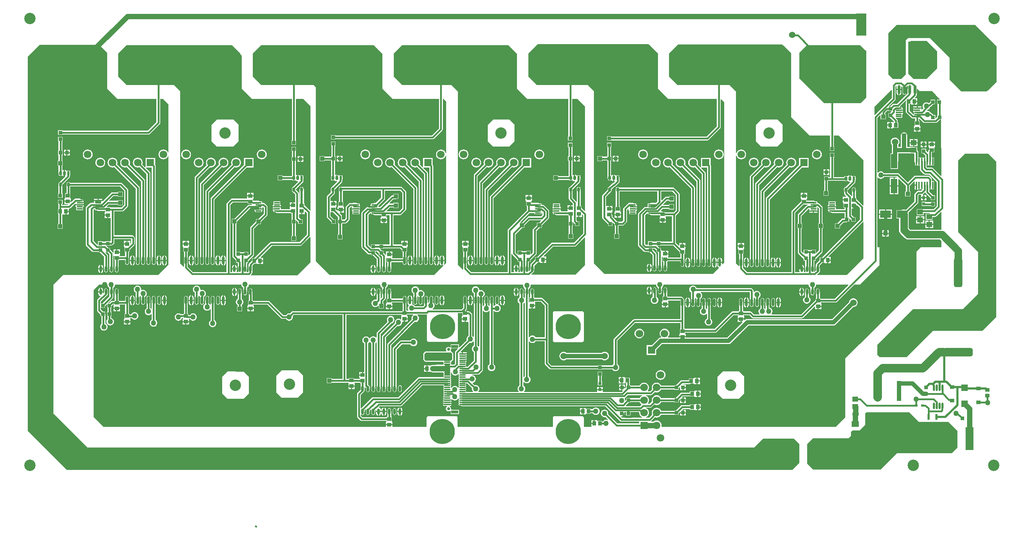
<source format=gtl>
G04*
G04 #@! TF.GenerationSoftware,Altium Limited,Altium Designer,20.0.11 (256)*
G04*
G04 Layer_Physical_Order=1*
G04 Layer_Color=255*
%FSLAX25Y25*%
%MOIN*%
G70*
G01*
G75*
%ADD16C,0.01000*%
%ADD20R,0.07087X0.05512*%
%ADD21R,0.03937X0.18504*%
%ADD22R,0.41142X0.37795*%
%ADD23R,0.09252X0.20669*%
%ADD24R,0.03937X0.03543*%
%ADD25R,0.06102X0.13583*%
%ADD26R,0.04016X0.03465*%
%ADD27R,0.02756X0.02362*%
%ADD28O,0.01772X0.06299*%
%ADD29R,0.03347X0.03347*%
%ADD30R,0.03347X0.03347*%
%ADD31R,0.06181X0.06122*%
%ADD32R,0.07480X0.21260*%
%ADD33R,0.02362X0.05315*%
%ADD34R,0.05512X0.04724*%
%ADD35R,0.09843X0.06693*%
%ADD36R,0.01400X0.06600*%
%ADD37R,0.03150X0.03150*%
%ADD38R,0.07087X0.03150*%
%ADD39R,0.06299X0.01181*%
%ADD40O,0.06299X0.01181*%
%ADD41C,0.23622*%
%ADD42R,0.03543X0.03937*%
%ADD43R,0.05512X0.04528*%
%ADD44O,0.02362X0.07480*%
%ADD45O,0.02362X0.05709*%
%ADD46R,0.05709X0.01358*%
G04:AMPARAMS|DCode=47|XSize=23.62mil|YSize=39.37mil|CornerRadius=5.91mil|HoleSize=0mil|Usage=FLASHONLY|Rotation=0.000|XOffset=0mil|YOffset=0mil|HoleType=Round|Shape=RoundedRectangle|*
%AMROUNDEDRECTD47*
21,1,0.02362,0.02756,0,0,0.0*
21,1,0.01181,0.03937,0,0,0.0*
1,1,0.01181,0.00591,-0.01378*
1,1,0.01181,-0.00591,-0.01378*
1,1,0.01181,-0.00591,0.01378*
1,1,0.01181,0.00591,0.01378*
%
%ADD47ROUNDEDRECTD47*%
%ADD48R,0.02362X0.03937*%
%ADD49O,0.02362X0.08661*%
%ADD50R,0.05906X0.07284*%
%ADD97R,0.03937X0.03937*%
%ADD98R,0.03937X0.03937*%
%ADD99C,0.01500*%
%ADD100C,0.05000*%
%ADD101C,0.08000*%
%ADD102C,0.02000*%
%ADD103C,0.04000*%
%ADD104C,0.07000*%
%ADD105C,0.03000*%
%ADD106C,0.10630*%
G04:AMPARAMS|DCode=107|XSize=78.74mil|YSize=275.59mil|CornerRadius=19.68mil|HoleSize=0mil|Usage=FLASHONLY|Rotation=90.000|XOffset=0mil|YOffset=0mil|HoleType=Round|Shape=RoundedRectangle|*
%AMROUNDEDRECTD107*
21,1,0.07874,0.23622,0,0,90.0*
21,1,0.03937,0.27559,0,0,90.0*
1,1,0.03937,0.11811,0.01968*
1,1,0.03937,0.11811,-0.01968*
1,1,0.03937,-0.11811,-0.01968*
1,1,0.03937,-0.11811,0.01968*
%
%ADD107ROUNDEDRECTD107*%
G04:AMPARAMS|DCode=108|XSize=78.74mil|YSize=275.59mil|CornerRadius=19.68mil|HoleSize=0mil|Usage=FLASHONLY|Rotation=180.000|XOffset=0mil|YOffset=0mil|HoleType=Round|Shape=RoundedRectangle|*
%AMROUNDEDRECTD108*
21,1,0.07874,0.23622,0,0,180.0*
21,1,0.03937,0.27559,0,0,180.0*
1,1,0.03937,-0.01968,0.11811*
1,1,0.03937,0.01968,0.11811*
1,1,0.03937,0.01968,-0.11811*
1,1,0.03937,-0.01968,-0.11811*
%
%ADD108ROUNDEDRECTD108*%
%ADD109C,0.02756*%
%ADD110C,0.07087*%
%ADD111R,0.07087X0.07087*%
%ADD112C,0.06000*%
%ADD113C,0.13386*%
%ADD114R,0.13386X0.13386*%
%ADD115R,0.14600X0.14600*%
%ADD116C,0.14600*%
%ADD117R,0.07087X0.07087*%
%ADD118C,0.05000*%
G36*
X-458496Y-44911D02*
X-458496Y-77606D01*
X-448902Y-87200D01*
X-410465Y-87229D01*
Y-122303D01*
X-410747D01*
Y-126437D01*
X-406613D01*
Y-122303D01*
X-406896D01*
Y-87585D01*
X-406542Y-87231D01*
X-401734Y-87235D01*
X-394704Y-94265D01*
X-394704Y-192256D01*
X-395166Y-192448D01*
X-398247Y-189366D01*
Y-187559D01*
X-398924D01*
Y-172303D01*
X-398923Y-172303D01*
X-399059Y-171620D01*
X-399212Y-171392D01*
Y-170827D01*
X-399289Y-170443D01*
X-399506Y-170117D01*
X-399832Y-169900D01*
X-400216Y-169823D01*
X-401397D01*
X-401781Y-169900D01*
X-402106Y-170117D01*
X-402324Y-170443D01*
X-402400Y-170827D01*
Y-171440D01*
X-402455Y-171522D01*
X-402591Y-172205D01*
X-402492Y-172699D01*
Y-183533D01*
X-402992Y-183684D01*
X-403285Y-183246D01*
X-406502Y-180029D01*
Y-172156D01*
X-399976Y-165630D01*
X-399589Y-165051D01*
X-399453Y-164368D01*
X-399453Y-164368D01*
Y-163740D01*
X-399232D01*
Y-162171D01*
X-399158Y-162061D01*
X-399022Y-161378D01*
X-399158Y-160695D01*
X-399232Y-160585D01*
Y-159016D01*
X-402381D01*
Y-159016D01*
X-402813Y-158851D01*
X-403335Y-158502D01*
X-403956Y-158378D01*
X-404046D01*
Y-161378D01*
X-405046D01*
Y-158378D01*
X-405137D01*
X-405758Y-158502D01*
X-406199Y-158797D01*
X-406511Y-158701D01*
X-406699Y-158575D01*
Y-145236D01*
X-406613D01*
Y-141102D01*
X-406699D01*
Y-132539D01*
X-406613D01*
Y-128405D01*
X-410747D01*
Y-132539D01*
X-410268D01*
Y-141102D01*
X-410747D01*
Y-145236D01*
X-410268D01*
Y-159594D01*
X-419901D01*
Y-159016D01*
X-424625D01*
Y-163740D01*
X-419901D01*
Y-163162D01*
X-409789D01*
X-409587Y-163465D01*
X-409261Y-163683D01*
X-408877Y-163759D01*
X-407696D01*
X-407312Y-163683D01*
X-407087Y-163532D01*
X-407069Y-163526D01*
X-406644Y-163562D01*
X-406480Y-163608D01*
X-406284Y-163903D01*
X-405758Y-164254D01*
X-405137Y-164378D01*
X-404477D01*
X-404270Y-164878D01*
X-409355Y-169962D01*
X-409587Y-170117D01*
X-409804Y-170443D01*
X-409831Y-170580D01*
X-409935Y-170735D01*
X-410071Y-171417D01*
Y-172205D01*
Y-180768D01*
X-409935Y-181450D01*
X-409548Y-182029D01*
X-406331Y-185247D01*
Y-186953D01*
X-407787D01*
Y-189724D01*
X-408287D01*
Y-190224D01*
X-411255D01*
Y-192496D01*
X-411697Y-192637D01*
X-417621D01*
Y-190913D01*
X-421476D01*
X-425330D01*
Y-191882D01*
X-421476D01*
Y-192566D01*
X-422158Y-192702D01*
X-422428Y-192882D01*
X-425330D01*
Y-194061D01*
X-424724D01*
Y-195423D01*
X-422863D01*
X-422737Y-195612D01*
X-422666Y-195683D01*
X-422087Y-196070D01*
X-421405Y-196205D01*
X-410649D01*
Y-197205D01*
X-410071D01*
Y-202126D01*
X-410354D01*
Y-206260D01*
X-410071D01*
Y-213642D01*
X-410649D01*
Y-218366D01*
X-405924D01*
Y-213642D01*
X-406502D01*
Y-206260D01*
X-406220D01*
Y-203373D01*
X-406064Y-203267D01*
X-405720Y-203181D01*
X-404251Y-204649D01*
Y-206260D01*
X-400117D01*
Y-202126D01*
X-401728D01*
X-402762Y-201092D01*
Y-197811D01*
X-401109D01*
Y-195039D01*
X-400109D01*
Y-197811D01*
X-397641D01*
Y-195673D01*
X-397179Y-195481D01*
X-396488Y-196172D01*
Y-213296D01*
X-405286Y-222094D01*
X-425609D01*
X-426292Y-222230D01*
X-426871Y-222616D01*
X-426871Y-222616D01*
X-439747Y-235492D01*
X-441554D01*
Y-237693D01*
X-445387Y-241526D01*
X-445774Y-242105D01*
X-445910Y-242788D01*
Y-245888D01*
X-445939Y-245931D01*
X-446075Y-246614D01*
Y-247548D01*
X-447265Y-248738D01*
X-447726Y-248492D01*
X-447685Y-248287D01*
Y-247361D01*
X-447642Y-247297D01*
X-447506Y-246614D01*
Y-240030D01*
X-447397Y-239921D01*
X-445787D01*
Y-238311D01*
X-440686Y-233210D01*
X-440686Y-233210D01*
X-440300Y-232632D01*
X-440164Y-231949D01*
Y-210838D01*
X-437259Y-207933D01*
X-435255D01*
Y-205732D01*
X-429072Y-199549D01*
X-429072Y-199549D01*
X-428685Y-198970D01*
X-428550Y-198287D01*
Y-192185D01*
X-428550Y-192185D01*
X-428685Y-191502D01*
X-429072Y-190923D01*
X-429072Y-190923D01*
X-432812Y-187183D01*
X-433391Y-186796D01*
X-434074Y-186661D01*
X-435550D01*
Y-185404D01*
X-437410D01*
X-437537Y-185215D01*
X-438116Y-184828D01*
X-438798Y-184692D01*
X-445078D01*
Y-183424D01*
X-445078Y-183302D01*
X-444783Y-182924D01*
X-444472D01*
Y-180653D01*
X-447440D01*
X-450409D01*
Y-182924D01*
X-450097D01*
X-449802Y-183302D01*
X-449802Y-183424D01*
Y-187633D01*
X-449224D01*
Y-191643D01*
X-466832Y-209250D01*
X-467218Y-209829D01*
X-467354Y-210512D01*
Y-249653D01*
X-501347D01*
X-505439Y-245560D01*
Y-239199D01*
X-505418Y-239167D01*
X-505282Y-238484D01*
Y-230669D01*
X-504546D01*
Y-226461D01*
X-504546Y-226339D01*
X-504252Y-225961D01*
X-503940D01*
Y-223689D01*
X-506909D01*
X-509877D01*
Y-225961D01*
X-509565D01*
X-509271Y-226339D01*
X-509271Y-226461D01*
Y-230669D01*
X-508850D01*
Y-237927D01*
X-508872Y-237959D01*
X-509008Y-238642D01*
Y-246299D01*
X-508890Y-246893D01*
X-509135Y-247108D01*
X-509302Y-247187D01*
X-513877Y-242612D01*
X-513877Y-80172D01*
X-519778Y-74272D01*
X-566082Y-74272D01*
X-573956Y-66398D01*
X-573956Y-44744D01*
X-566082Y-36870D01*
X-513877Y-36870D01*
Y-36858D01*
X-466549Y-36858D01*
X-458496Y-44911D01*
D02*
G37*
G36*
X-65350Y-42500D02*
Y-58800D01*
X-75250Y-68700D01*
X-87353Y-68700D01*
X-92150Y-63903D01*
X-92150Y-35200D01*
X-90011Y-33061D01*
X-74789Y-33061D01*
X-65350Y-42500D01*
D02*
G37*
G36*
X-29600Y-18000D02*
X-9500Y-38100D01*
X-9500Y-71150D01*
X-18000Y-79650D01*
X-18400D01*
Y-80250D01*
X-42587Y-80250D01*
X-53500Y-69337D01*
X-53500Y-48649D01*
X-72000Y-30150D01*
X-92659Y-30178D01*
X-94700Y-32219D01*
X-94700Y-64450D01*
X-98804Y-68554D01*
X-106634Y-68554D01*
X-110800Y-64656D01*
X-110800Y-25550D01*
X-103250Y-18000D01*
X-29600Y-18000D01*
D02*
G37*
G36*
X-92547Y-75168D02*
X-92588Y-75373D01*
Y-77694D01*
X-92795Y-78005D01*
X-92931Y-78687D01*
Y-82119D01*
X-102666Y-91853D01*
X-105952D01*
X-105952Y-91853D01*
X-106635Y-91989D01*
X-107214Y-92376D01*
X-107214Y-92376D01*
X-109370Y-94532D01*
X-110097D01*
X-110289Y-94070D01*
X-104607Y-88388D01*
X-104220Y-87809D01*
X-104084Y-87126D01*
Y-75467D01*
X-103647Y-75030D01*
X-103186Y-75276D01*
X-103206Y-75373D01*
Y-78022D01*
X-98758D01*
Y-75827D01*
X-98258Y-75620D01*
X-97588Y-76291D01*
Y-81672D01*
X-97465Y-82287D01*
X-97117Y-82807D01*
X-96596Y-83156D01*
X-95982Y-83278D01*
X-95367Y-83156D01*
X-94846Y-82807D01*
X-94498Y-82287D01*
X-94376Y-81672D01*
Y-76291D01*
X-93008Y-74922D01*
X-92547Y-75168D01*
D02*
G37*
G36*
X-131700Y-42650D02*
Y-86270D01*
X-136845Y-91414D01*
X-170952Y-91414D01*
X-194200Y-68166D01*
X-194200Y-43950D01*
X-187100Y-36850D01*
X-137500Y-36850D01*
X-131700Y-42650D01*
D02*
G37*
G36*
X-107653Y-79248D02*
Y-86387D01*
X-123488Y-102223D01*
X-123950Y-102032D01*
X-123960Y-94902D01*
X-108115Y-79057D01*
X-107653Y-79248D01*
D02*
G37*
G36*
X-81622Y-79947D02*
X-69986Y-79947D01*
X-62811Y-87624D01*
X-63011Y-88083D01*
X-65129D01*
Y-92217D01*
X-64808D01*
Y-102414D01*
X-65052D01*
Y-104025D01*
X-66558Y-105531D01*
X-67020Y-105340D01*
Y-102414D01*
X-68631D01*
X-70422Y-100623D01*
X-71001Y-100236D01*
X-71150Y-100206D01*
X-71186Y-100119D01*
X-71747Y-99388D01*
X-72478Y-98827D01*
X-73330Y-98474D01*
X-74243Y-98354D01*
X-74639Y-98406D01*
X-74872Y-97933D01*
X-74616Y-97677D01*
X-74616Y-97677D01*
X-74521Y-97534D01*
X-74295Y-97504D01*
X-73443Y-97151D01*
X-72712Y-96590D01*
X-72151Y-95859D01*
X-71832Y-95088D01*
X-71756Y-95073D01*
X-71177Y-94686D01*
X-68708Y-92217D01*
X-67098D01*
Y-88083D01*
X-71231D01*
Y-89694D01*
X-72952Y-91414D01*
X-73443Y-91037D01*
X-74295Y-90684D01*
X-75208Y-90564D01*
X-76122Y-90684D01*
X-76974Y-91037D01*
X-77705Y-91598D01*
X-78266Y-92329D01*
X-78618Y-93180D01*
X-78739Y-94094D01*
X-78618Y-95008D01*
X-78266Y-95859D01*
X-78083Y-96097D01*
X-79397Y-97411D01*
X-79897Y-97204D01*
Y-96413D01*
X-83752D01*
X-87606D01*
Y-97381D01*
X-83752D01*
Y-98065D01*
X-84435Y-98201D01*
X-84704Y-98381D01*
X-87606D01*
Y-99561D01*
X-87000D01*
Y-101749D01*
X-87500Y-101898D01*
X-90980Y-98417D01*
Y-91988D01*
X-89842D01*
X-89464Y-92282D01*
Y-92594D01*
X-87192D01*
Y-89626D01*
X-86692D01*
Y-89126D01*
X-83921D01*
Y-86657D01*
X-86059D01*
X-86251Y-86195D01*
X-84885Y-84830D01*
X-84885Y-84830D01*
X-84498Y-84251D01*
X-84363Y-83568D01*
Y-79249D01*
X-84333Y-79205D01*
X-84198Y-78522D01*
Y-78024D01*
X-83736Y-77833D01*
X-81622Y-79947D01*
D02*
G37*
G36*
X-94173Y-89060D02*
Y-89605D01*
X-94413Y-89964D01*
X-94548Y-90647D01*
Y-99156D01*
X-94413Y-99839D01*
X-94026Y-100418D01*
X-89395Y-105049D01*
X-88816Y-105436D01*
X-88134Y-105571D01*
X-85736D01*
Y-107871D01*
X-86314D01*
Y-112080D01*
X-86314Y-112202D01*
X-86609Y-112580D01*
X-86920D01*
Y-114852D01*
X-80983D01*
Y-112580D01*
X-81295D01*
X-81590Y-112202D01*
X-81590Y-112080D01*
Y-107871D01*
X-82168D01*
Y-106226D01*
X-81668Y-106019D01*
X-78475Y-109212D01*
X-78475Y-109212D01*
X-77896Y-109599D01*
X-77213Y-109734D01*
X-77213Y-109734D01*
X-66454D01*
X-65771Y-109599D01*
X-65192Y-109212D01*
X-62528Y-106548D01*
X-61430D01*
X-61258Y-159215D01*
X-61720Y-159407D01*
X-68938Y-152188D01*
X-69517Y-151802D01*
X-70200Y-151666D01*
X-74453D01*
X-75166Y-150953D01*
Y-149618D01*
X-73297D01*
Y-149618D01*
X-72926D01*
Y-149618D01*
X-70867D01*
X-70738Y-149618D01*
Y-149618D01*
X-70367D01*
Y-149618D01*
X-68179D01*
Y-142231D01*
X-70048D01*
Y-137440D01*
X-70039Y-137431D01*
X-67838D01*
Y-133222D01*
X-67838Y-133100D01*
X-67543Y-132722D01*
X-67232D01*
Y-130450D01*
X-73168D01*
Y-132722D01*
X-72857D01*
X-72562Y-133100D01*
X-72562Y-133222D01*
Y-134907D01*
X-73093Y-135439D01*
X-73480Y-136018D01*
X-73616Y-136700D01*
Y-137068D01*
X-74078Y-137260D01*
X-75663Y-135675D01*
Y-134064D01*
X-79797D01*
Y-138198D01*
X-78187D01*
X-76175Y-140209D01*
Y-142231D01*
X-78044D01*
Y-142231D01*
X-78415D01*
Y-142231D01*
X-80474D01*
X-80603Y-142231D01*
Y-142231D01*
X-80974D01*
Y-142231D01*
X-82843D01*
Y-137304D01*
X-82843Y-137304D01*
X-82979Y-136621D01*
X-83365Y-136042D01*
X-83365Y-136042D01*
X-84008Y-135399D01*
Y-132608D01*
X-85734D01*
X-86375Y-132343D01*
X-87158Y-132239D01*
X-93152D01*
Y-121663D01*
X-93255Y-120880D01*
X-93557Y-120150D01*
X-93816Y-119814D01*
Y-119301D01*
X-94328D01*
X-94665Y-119043D01*
X-95395Y-118740D01*
X-96178Y-118637D01*
X-96961Y-118740D01*
X-97691Y-119043D01*
X-98027Y-119301D01*
X-98540D01*
Y-119814D01*
X-98798Y-120150D01*
X-99101Y-120880D01*
X-99204Y-121663D01*
Y-132239D01*
X-101574D01*
Y-130177D01*
X-101106Y-129567D01*
X-100703Y-128594D01*
X-100566Y-127550D01*
X-100703Y-126506D01*
X-101106Y-125533D01*
X-101747Y-124697D01*
X-102583Y-124056D01*
X-103556Y-123653D01*
X-104600Y-123515D01*
X-105644Y-123653D01*
X-106617Y-124056D01*
X-107453Y-124697D01*
X-108094Y-125533D01*
X-108497Y-126506D01*
X-108634Y-127550D01*
X-108497Y-128594D01*
X-108094Y-129567D01*
X-107626Y-130177D01*
Y-133930D01*
X-107587Y-134223D01*
Y-138432D01*
X-108895D01*
Y-152802D01*
X-102005D01*
Y-146325D01*
X-101941Y-146241D01*
X-101639Y-145511D01*
X-101535Y-144728D01*
Y-138291D01*
X-87158D01*
X-86787Y-138242D01*
X-86411Y-138572D01*
Y-145924D01*
X-86276Y-146607D01*
X-85889Y-147186D01*
X-85721Y-147299D01*
Y-149618D01*
X-83662D01*
X-83533Y-149618D01*
Y-149618D01*
X-83162D01*
Y-149618D01*
X-81293D01*
Y-153315D01*
X-81157Y-153998D01*
X-80771Y-154577D01*
X-77736Y-157612D01*
X-77736Y-157612D01*
X-77157Y-157999D01*
X-76474Y-158134D01*
X-76474Y-158134D01*
X-72639D01*
X-65584Y-165189D01*
Y-187569D01*
X-68613Y-190598D01*
X-79997D01*
X-80461Y-190690D01*
X-84211D01*
Y-196202D01*
X-77912D01*
Y-194166D01*
X-72104D01*
X-71952Y-194666D01*
X-72220Y-194845D01*
X-72338Y-194963D01*
X-75720D01*
Y-200474D01*
X-69420D01*
Y-197890D01*
X-67061D01*
X-66378Y-197755D01*
X-65799Y-197368D01*
X-61609Y-193178D01*
X-61147Y-193369D01*
X-61094Y-209557D01*
X-61447Y-209911D01*
X-90351D01*
X-91793Y-208469D01*
Y-195574D01*
X-91947Y-194399D01*
X-92148Y-193914D01*
X-83365Y-185132D01*
X-82979Y-184553D01*
X-82843Y-183870D01*
X-82843Y-183870D01*
Y-177716D01*
X-82061Y-176934D01*
X-80676D01*
X-80305Y-177246D01*
X-80305Y-177434D01*
Y-179321D01*
X-78230D01*
Y-177246D01*
X-78530D01*
X-78587Y-177090D01*
X-78613Y-176746D01*
X-78113Y-176412D01*
X-76638Y-174937D01*
X-76096Y-175102D01*
X-76039Y-175386D01*
X-75653Y-175964D01*
X-71340Y-180277D01*
Y-181888D01*
X-67206D01*
Y-177754D01*
X-68816D01*
X-72607Y-173964D01*
Y-171818D01*
X-70867D01*
X-70738Y-171818D01*
Y-171818D01*
X-70367D01*
Y-171818D01*
X-68179D01*
Y-164431D01*
X-70048D01*
Y-162689D01*
X-70048Y-162689D01*
X-70183Y-162007D01*
X-70570Y-161428D01*
X-72310Y-159688D01*
X-72888Y-159301D01*
X-73571Y-159166D01*
X-85531D01*
X-85531Y-159166D01*
X-86213Y-159301D01*
X-86792Y-159688D01*
X-86792Y-159688D01*
X-92700Y-165596D01*
X-100917Y-157378D01*
X-101496Y-156992D01*
X-102179Y-156856D01*
X-114857D01*
X-115404Y-156144D01*
X-116135Y-155583D01*
X-116986Y-155230D01*
X-117900Y-155110D01*
X-118814Y-155230D01*
X-119665Y-155583D01*
X-120396Y-156144D01*
X-120616Y-156430D01*
X-121116Y-156260D01*
Y-104897D01*
X-118508Y-102289D01*
X-118046Y-102481D01*
Y-106220D01*
X-113322D01*
Y-101496D01*
X-113869D01*
Y-100378D01*
X-111873Y-98383D01*
X-110980D01*
Y-98666D01*
X-108108D01*
X-107901Y-99166D01*
X-109370Y-100634D01*
X-110980D01*
Y-104768D01*
X-109370D01*
X-105640Y-108498D01*
Y-109134D01*
X-105776Y-109270D01*
X-105957Y-109332D01*
X-106399Y-109008D01*
Y-108881D01*
X-108671D01*
Y-111850D01*
Y-114819D01*
X-106399D01*
Y-114507D01*
X-106021Y-114212D01*
X-105899Y-114212D01*
X-101690D01*
Y-109488D01*
X-102071D01*
Y-107759D01*
X-102071Y-107759D01*
X-102207Y-107076D01*
X-102594Y-106497D01*
X-102594Y-106497D01*
X-103769Y-105322D01*
X-103578Y-104860D01*
X-97827D01*
Y-101529D01*
X-97220D01*
Y-100350D01*
X-101075D01*
Y-99350D01*
X-97220D01*
Y-98381D01*
X-101075D01*
Y-97614D01*
X-100663Y-97532D01*
X-100437Y-97381D01*
X-97220D01*
Y-96202D01*
X-97827D01*
Y-94840D01*
X-99899D01*
X-100079Y-94629D01*
X-100084Y-94622D01*
X-100111Y-94345D01*
X-94635Y-88869D01*
X-94173Y-89060D01*
D02*
G37*
G36*
X-870778Y-36600D02*
X-849576Y-36600D01*
X-842236Y-43940D01*
X-842236Y-77606D01*
X-832642Y-87200D01*
X-796095Y-87200D01*
Y-108966D01*
X-804199Y-117070D01*
X-804389D01*
X-883916Y-117070D01*
Y-116787D01*
X-888050D01*
Y-120921D01*
X-883916D01*
Y-120639D01*
X-804389Y-120639D01*
X-803460D01*
X-802777Y-120503D01*
X-802198Y-120116D01*
X-793048Y-110966D01*
X-793048Y-110966D01*
X-792662Y-110388D01*
X-792526Y-109705D01*
X-792526Y-109705D01*
Y-87200D01*
X-790150D01*
X-784900Y-92450D01*
X-784900Y-137445D01*
X-785400Y-137544D01*
X-785617Y-137020D01*
X-786345Y-136071D01*
X-787294Y-135343D01*
X-788400Y-134885D01*
X-789586Y-134729D01*
X-790772Y-134885D01*
X-791877Y-135343D01*
X-792826Y-136071D01*
X-793554Y-137020D01*
X-794012Y-138125D01*
X-794168Y-139311D01*
X-794012Y-140497D01*
X-793554Y-141602D01*
X-792826Y-142551D01*
X-791877Y-143280D01*
X-790772Y-143737D01*
X-789586Y-143894D01*
X-788400Y-143737D01*
X-787294Y-143280D01*
X-786345Y-142551D01*
X-785617Y-141602D01*
X-785400Y-141078D01*
X-784900Y-141177D01*
X-784900Y-242592D01*
X-794433Y-252126D01*
X-883426Y-252126D01*
X-892500Y-261200D01*
X-892500Y-382200D01*
X-860650Y-414050D01*
X-236338Y-414050D01*
X-228055Y-405766D01*
X-199129Y-405766D01*
X-194300Y-410595D01*
X-194300Y-428600D01*
X-200746Y-435046D01*
X-879746Y-435054D01*
X-916600Y-398200D01*
X-916600Y-47800D01*
X-905400Y-36600D01*
X-870778Y-36600D01*
D02*
G37*
G36*
X-594036Y-36870D02*
X-593971Y-36935D01*
X-592671D01*
X-584480Y-45126D01*
X-584480Y-77606D01*
X-574886Y-87200D01*
X-531528Y-87200D01*
Y-114871D01*
X-538160Y-121503D01*
X-628426D01*
Y-121221D01*
X-632560D01*
Y-125354D01*
X-628426D01*
Y-125072D01*
X-537420D01*
X-536738Y-124936D01*
X-536159Y-124549D01*
X-528482Y-116872D01*
X-528095Y-116293D01*
X-527959Y-115610D01*
X-527959Y-115610D01*
Y-87200D01*
X-527250D01*
X-524800Y-89650D01*
Y-138221D01*
X-525300Y-138254D01*
X-525317Y-138125D01*
X-525775Y-137020D01*
X-526503Y-136071D01*
X-527452Y-135343D01*
X-528557Y-134885D01*
X-529743Y-134729D01*
X-530929Y-134885D01*
X-532034Y-135343D01*
X-532984Y-136071D01*
X-533712Y-137020D01*
X-534170Y-138125D01*
X-534326Y-139311D01*
X-534170Y-140497D01*
X-533712Y-141602D01*
X-532984Y-142551D01*
X-532034Y-143280D01*
X-530929Y-143737D01*
X-529743Y-143894D01*
X-528557Y-143737D01*
X-527452Y-143280D01*
X-526503Y-142551D01*
X-525775Y-141602D01*
X-525317Y-140497D01*
X-525300Y-140368D01*
X-524800Y-140401D01*
Y-240965D01*
X-526598Y-242762D01*
X-526986Y-242444D01*
X-526724Y-242052D01*
X-526555Y-241201D01*
Y-239142D01*
X-528279D01*
Y-243325D01*
X-527928Y-243255D01*
X-527536Y-242993D01*
X-527217Y-243382D01*
X-535980Y-252145D01*
X-634068Y-252223D01*
X-646847Y-239445D01*
X-646847Y-76303D01*
X-648878Y-74272D01*
X-697854Y-74272D01*
X-705727Y-66398D01*
X-705727Y-44744D01*
X-697854Y-36870D01*
X-594036Y-36870D01*
D02*
G37*
G36*
X-103132Y-160554D02*
X-103392Y-161054D01*
X-104950D01*
Y-168345D01*
X-101399D01*
Y-162597D01*
X-100937Y-162406D01*
X-94484Y-168858D01*
Y-173869D01*
X-95062D01*
Y-178593D01*
X-90338D01*
Y-173869D01*
X-90916D01*
Y-168858D01*
X-86789Y-164732D01*
X-86327Y-164923D01*
Y-167625D01*
X-84627D01*
Y-168125D01*
X-84127D01*
Y-172424D01*
X-82927D01*
Y-171818D01*
X-80974D01*
Y-171818D01*
X-80603D01*
Y-171818D01*
X-79273D01*
X-79066Y-172318D01*
X-80114Y-173366D01*
X-82800D01*
X-82800Y-173366D01*
X-83483Y-173502D01*
X-84062Y-173888D01*
X-85889Y-175715D01*
X-86276Y-176294D01*
X-86411Y-176977D01*
Y-183131D01*
X-94608Y-191327D01*
X-95310Y-191036D01*
X-96485Y-190882D01*
X-97660Y-191036D01*
X-98754Y-191490D01*
X-99003Y-191680D01*
X-103068D01*
Y-199161D01*
X-100870D01*
Y-210349D01*
X-100716Y-211524D01*
X-100262Y-212619D01*
X-99541Y-213559D01*
X-95440Y-217659D01*
X-94500Y-218381D01*
X-93406Y-218834D01*
X-92231Y-218989D01*
X-92231Y-218989D01*
X-62580D01*
X-61058Y-220510D01*
X-61041Y-225896D01*
X-61394Y-226250D01*
X-80425D01*
X-84400Y-230675D01*
Y-263850D01*
X-137470Y-316921D01*
Y-316661D01*
X-137730Y-316920D01*
X-151250Y-330440D01*
X-151250Y-385654D01*
X-160314Y-394718D01*
X-222718D01*
X-323024Y-394718D01*
X-323330Y-394218D01*
X-323192Y-393169D01*
X-323348Y-391983D01*
X-323806Y-390878D01*
X-324535Y-389929D01*
X-325483Y-389201D01*
X-326589Y-388743D01*
X-327775Y-388587D01*
X-328961Y-388743D01*
X-330066Y-389201D01*
X-330637Y-389639D01*
X-332881D01*
X-333033Y-389139D01*
X-333031Y-389138D01*
X-329468Y-385575D01*
X-328961Y-385785D01*
X-327775Y-385941D01*
X-326589Y-385785D01*
X-325483Y-385327D01*
X-324535Y-384599D01*
X-323806Y-383649D01*
X-323596Y-383142D01*
X-311239D01*
Y-383425D01*
X-307105D01*
Y-381815D01*
X-306988Y-381697D01*
X-306988Y-381697D01*
X-306761Y-381357D01*
X-306205Y-380802D01*
X-306069Y-380858D01*
X-303570D01*
Y-378359D01*
X-303626Y-378223D01*
X-303290Y-377887D01*
X-296748D01*
Y-378464D01*
X-292540D01*
X-292418Y-378464D01*
X-292040Y-378759D01*
Y-379071D01*
X-289768D01*
Y-376102D01*
Y-373134D01*
X-292040D01*
Y-373445D01*
X-292418Y-373740D01*
X-292540Y-373740D01*
X-296748D01*
Y-374318D01*
X-304029D01*
X-304712Y-374454D01*
X-305291Y-374840D01*
X-305291Y-374841D01*
X-309511Y-379061D01*
X-309665Y-379291D01*
X-311239D01*
Y-379574D01*
X-323596D01*
X-323806Y-379067D01*
X-324535Y-378118D01*
X-325483Y-377390D01*
X-326589Y-376932D01*
X-327775Y-376776D01*
X-328961Y-376932D01*
X-330066Y-377390D01*
X-331015Y-378118D01*
X-331743Y-379067D01*
X-332201Y-380172D01*
X-332357Y-381358D01*
X-332201Y-382544D01*
X-331991Y-383051D01*
X-335032Y-386092D01*
X-337835D01*
X-337934Y-385592D01*
X-337295Y-385327D01*
X-336346Y-384599D01*
X-335617Y-383649D01*
X-335159Y-382544D01*
X-335003Y-381358D01*
X-335159Y-380172D01*
X-335617Y-379067D01*
X-336346Y-378118D01*
X-337295Y-377390D01*
X-337934Y-377125D01*
X-337835Y-376625D01*
X-333647D01*
X-332964Y-376489D01*
X-332385Y-376102D01*
X-329877Y-373594D01*
X-328961Y-373974D01*
X-327775Y-374130D01*
X-326589Y-373974D01*
X-325483Y-373516D01*
X-324535Y-372788D01*
X-323806Y-371838D01*
X-323596Y-371332D01*
X-311239D01*
Y-371614D01*
X-307105D01*
Y-370004D01*
X-306988Y-369886D01*
X-306988Y-369886D01*
X-306601Y-369307D01*
X-306540Y-369002D01*
X-306205Y-368667D01*
X-305743Y-368858D01*
Y-369047D01*
X-303570D01*
Y-366874D01*
X-303759D01*
X-303950Y-366412D01*
X-303614Y-366075D01*
X-295233D01*
X-294873Y-366004D01*
X-292540D01*
X-292418Y-366004D01*
X-292040Y-366299D01*
Y-366610D01*
X-289768D01*
Y-363642D01*
X-289268D01*
D01*
X-289768D01*
Y-360673D01*
X-292040D01*
Y-360985D01*
X-292418Y-361280D01*
X-292540Y-361280D01*
X-296748D01*
Y-362507D01*
X-304353D01*
X-304353Y-362507D01*
X-305036Y-362643D01*
X-305614Y-363030D01*
X-305614Y-363030D01*
X-309511Y-366926D01*
X-309881Y-367480D01*
X-311239D01*
Y-367763D01*
X-323596D01*
X-323806Y-367256D01*
X-324535Y-366307D01*
X-325483Y-365579D01*
X-326589Y-365121D01*
X-327775Y-364965D01*
X-328961Y-365121D01*
X-330066Y-365579D01*
X-331015Y-366307D01*
X-331743Y-367256D01*
X-332201Y-368361D01*
X-332357Y-369547D01*
X-332201Y-370733D01*
X-332161Y-370831D01*
X-334386Y-373056D01*
X-335921D01*
X-336168Y-372556D01*
X-335617Y-371838D01*
X-335159Y-370733D01*
X-335003Y-369547D01*
X-335159Y-368361D01*
X-335617Y-367256D01*
X-336346Y-366307D01*
X-337295Y-365579D01*
X-337934Y-365314D01*
X-337835Y-364814D01*
X-333068D01*
X-332385Y-364678D01*
X-331806Y-364291D01*
X-329468Y-361953D01*
X-328961Y-362163D01*
X-327775Y-362319D01*
X-326589Y-362163D01*
X-325483Y-361705D01*
X-324535Y-360977D01*
X-323806Y-360028D01*
X-323596Y-359521D01*
X-311239D01*
Y-359803D01*
X-307105D01*
Y-358193D01*
X-306205Y-357292D01*
X-305743Y-357484D01*
Y-360409D01*
X-303570D01*
Y-357736D01*
X-303070D01*
Y-357236D01*
X-300397D01*
Y-355063D01*
X-302792D01*
X-303059Y-354563D01*
X-303015Y-354498D01*
X-296945D01*
X-296262Y-354362D01*
X-295684Y-353975D01*
X-295618Y-353910D01*
X-293336D01*
X-293214Y-353910D01*
X-292836Y-354205D01*
Y-354516D01*
X-290565D01*
Y-351548D01*
Y-348579D01*
X-292836D01*
Y-348891D01*
X-293214Y-349185D01*
X-293336Y-349185D01*
X-297545D01*
Y-350790D01*
X-297684Y-350929D01*
X-304150D01*
X-304833Y-351065D01*
X-305412Y-351452D01*
X-309629Y-355669D01*
X-311239D01*
Y-355952D01*
X-323596D01*
X-323806Y-355445D01*
X-324535Y-354496D01*
X-325483Y-353768D01*
X-326589Y-353310D01*
X-327775Y-353154D01*
X-328961Y-353310D01*
X-330066Y-353768D01*
X-331015Y-354496D01*
X-331743Y-355445D01*
X-332201Y-356550D01*
X-332357Y-357736D01*
X-332201Y-358922D01*
X-331991Y-359429D01*
X-333807Y-361245D01*
X-335921D01*
X-336168Y-360745D01*
X-335617Y-360028D01*
X-335159Y-358922D01*
X-335003Y-357736D01*
X-335159Y-356550D01*
X-335617Y-355445D01*
X-336346Y-354496D01*
X-337295Y-353768D01*
X-338400Y-353310D01*
X-339586Y-353154D01*
X-340772Y-353310D01*
X-341877Y-353768D01*
X-342826Y-354496D01*
X-343554Y-355445D01*
X-343764Y-355952D01*
X-352184D01*
Y-355669D01*
X-352900D01*
Y-351363D01*
X-352900Y-351362D01*
X-352952Y-351101D01*
Y-348567D01*
X-357161D01*
X-357283Y-348567D01*
X-357661Y-348273D01*
Y-347961D01*
X-359932D01*
Y-350929D01*
Y-353898D01*
X-357661D01*
Y-353586D01*
X-357283Y-353292D01*
X-357161Y-353292D01*
X-356469D01*
Y-357303D01*
X-356447Y-357414D01*
X-356823Y-357977D01*
X-356829Y-358006D01*
X-357218Y-358396D01*
X-357604Y-358236D01*
X-359854D01*
Y-360486D01*
X-359694Y-360871D01*
X-360680Y-361858D01*
X-378350D01*
Y-360205D01*
X-383499D01*
Y-361858D01*
X-451747D01*
X-451819Y-361645D01*
X-451874Y-361357D01*
X-451343Y-360665D01*
X-450990Y-359814D01*
X-450870Y-358900D01*
X-450990Y-357986D01*
X-451343Y-357135D01*
X-451904Y-356404D01*
X-452588Y-355878D01*
Y-352650D01*
X-452088Y-352480D01*
X-451877Y-352755D01*
X-451146Y-353316D01*
X-450295Y-353669D01*
X-449381Y-353789D01*
X-448467Y-353669D01*
X-447616Y-353316D01*
X-446885Y-352755D01*
X-446324Y-352024D01*
X-445971Y-351173D01*
X-445851Y-350259D01*
X-445971Y-349345D01*
X-446324Y-348494D01*
X-446885Y-347763D01*
X-447597Y-347217D01*
Y-314438D01*
X-447402Y-314343D01*
X-447097Y-314303D01*
X-446596Y-314955D01*
X-445865Y-315516D01*
X-445014Y-315869D01*
X-444100Y-315989D01*
X-443186Y-315869D01*
X-442335Y-315516D01*
X-441604Y-314955D01*
X-441057Y-314243D01*
X-432684D01*
Y-334937D01*
X-432548Y-335620D01*
X-432162Y-336199D01*
X-428162Y-340199D01*
X-428162Y-340199D01*
X-427583Y-340585D01*
X-426900Y-340721D01*
X-382991D01*
Y-341004D01*
X-378857D01*
Y-340682D01*
X-369342D01*
X-368796Y-341394D01*
X-368065Y-341955D01*
X-367214Y-342308D01*
X-366300Y-342428D01*
X-365386Y-342308D01*
X-364535Y-341955D01*
X-363804Y-341394D01*
X-363243Y-340663D01*
X-362890Y-339812D01*
X-362770Y-338898D01*
X-362890Y-337984D01*
X-363243Y-337133D01*
X-363804Y-336402D01*
X-364516Y-335856D01*
Y-313789D01*
X-347961Y-297234D01*
X-305504D01*
Y-302777D01*
X-305968D01*
Y-306986D01*
X-305968Y-307108D01*
X-306263Y-307486D01*
X-306575D01*
Y-309757D01*
X-300638D01*
Y-307486D01*
X-300949D01*
X-301244Y-307108D01*
X-301244Y-306986D01*
Y-306284D01*
X-272909D01*
X-272226Y-306149D01*
X-271647Y-305762D01*
X-255820Y-289934D01*
X-251534D01*
X-251398Y-290070D01*
X-251336Y-290250D01*
X-251661Y-290693D01*
X-251787D01*
Y-292965D01*
X-245850D01*
Y-290693D01*
X-245976D01*
X-246300Y-290250D01*
X-246255Y-290121D01*
X-246063Y-289934D01*
X-241039D01*
X-238662Y-292312D01*
X-238083Y-292699D01*
X-237400Y-292834D01*
X-191743D01*
X-191060Y-292699D01*
X-190481Y-292312D01*
X-180004Y-281835D01*
X-179543Y-282026D01*
Y-284425D01*
X-177074D01*
Y-281653D01*
X-176574D01*
Y-281153D01*
X-173606D01*
Y-278882D01*
X-173732D01*
X-174056Y-278439D01*
X-173947Y-278123D01*
X-160339D01*
X-159656Y-277987D01*
X-159077Y-277600D01*
X-142756Y-261280D01*
X-137470D01*
X-119203Y-243012D01*
X-119203Y-226303D01*
X-119150Y-226250D01*
X-121116D01*
Y-161020D01*
X-120616Y-160850D01*
X-120396Y-161136D01*
X-119665Y-161697D01*
X-118814Y-162050D01*
X-117900Y-162170D01*
X-116986Y-162050D01*
X-116135Y-161697D01*
X-115404Y-161136D01*
X-114857Y-160424D01*
X-103223D01*
X-103132Y-160554D01*
D02*
G37*
G36*
X-210253Y-36400D02*
X-209469Y-37184D01*
X-208766D01*
X-201790Y-44159D01*
X-201790Y-104475D01*
X-184602Y-121663D01*
X-165386D01*
Y-131902D01*
X-165668D01*
Y-136036D01*
X-161535D01*
Y-131902D01*
X-161817D01*
Y-121663D01*
X-157079D01*
X-134246Y-144497D01*
Y-186962D01*
X-134746Y-187169D01*
X-140304Y-181610D01*
X-140767Y-181301D01*
Y-179685D01*
X-141345D01*
Y-172697D01*
X-141481Y-172014D01*
X-141535Y-171933D01*
Y-171319D01*
X-141611Y-170935D01*
X-141829Y-170609D01*
X-142155Y-170392D01*
X-142539Y-170315D01*
X-143720D01*
X-144104Y-170392D01*
X-144429Y-170609D01*
X-144647Y-170935D01*
X-144723Y-171319D01*
Y-171933D01*
X-144778Y-172014D01*
X-144913Y-172697D01*
Y-178258D01*
X-145413Y-178410D01*
X-145638Y-178073D01*
X-148797Y-174915D01*
Y-172725D01*
X-148814Y-172637D01*
X-142299Y-166122D01*
X-142298Y-166122D01*
X-141912Y-165543D01*
X-141776Y-164860D01*
X-141776Y-164860D01*
Y-164232D01*
X-141554D01*
Y-162663D01*
X-141481Y-162553D01*
X-141345Y-161870D01*
X-141481Y-161187D01*
X-141554Y-161077D01*
Y-159508D01*
X-144704D01*
Y-159508D01*
X-145136Y-159343D01*
X-145658Y-158994D01*
X-146279Y-158870D01*
X-146369D01*
Y-161870D01*
X-147369D01*
Y-158870D01*
X-147460D01*
X-148080Y-158994D01*
X-148607Y-159345D01*
X-148803Y-159640D01*
X-148967Y-159686D01*
X-149392Y-159722D01*
X-149409Y-159716D01*
X-149635Y-159565D01*
X-150019Y-159489D01*
X-151200D01*
X-151584Y-159565D01*
X-151910Y-159783D01*
X-152127Y-160108D01*
X-152204Y-160492D01*
Y-160517D01*
X-161817D01*
Y-142138D01*
X-161535D01*
Y-138004D01*
X-165668D01*
Y-142138D01*
X-165386D01*
Y-160517D01*
X-166888D01*
Y-159984D01*
X-171022D01*
Y-164118D01*
X-170991D01*
Y-173292D01*
X-171568D01*
Y-178016D01*
X-166844D01*
Y-173292D01*
X-167422D01*
Y-164118D01*
X-166888D01*
Y-164085D01*
X-151718D01*
X-151584Y-164175D01*
X-151200Y-164252D01*
X-150019D01*
X-149635Y-164175D01*
X-149409Y-164025D01*
X-149392Y-164018D01*
X-148967Y-164054D01*
X-148803Y-164100D01*
X-148607Y-164395D01*
X-148080Y-164746D01*
X-147460Y-164870D01*
X-146800D01*
X-146593Y-165370D01*
X-151154Y-169931D01*
X-151292Y-169959D01*
X-151871Y-170345D01*
X-152258Y-170924D01*
X-152394Y-171607D01*
Y-172697D01*
X-152365Y-172840D01*
Y-175654D01*
X-152229Y-176337D01*
X-151842Y-176916D01*
X-150141Y-178617D01*
X-150333Y-179079D01*
X-153578D01*
Y-181350D01*
X-150609D01*
Y-182350D01*
X-153578D01*
Y-184622D01*
X-153266D01*
X-152972Y-185000D01*
Y-189331D01*
X-151951D01*
Y-190598D01*
X-159747D01*
Y-188945D01*
X-163602D01*
X-167456D01*
Y-189913D01*
X-163602D01*
Y-190597D01*
X-164285Y-190733D01*
X-164554Y-190913D01*
X-167456D01*
Y-192093D01*
X-166850D01*
Y-193455D01*
X-164989D01*
X-164863Y-193644D01*
X-164284Y-194030D01*
X-163602Y-194166D01*
X-151951D01*
Y-199395D01*
X-153501D01*
X-153501Y-199395D01*
X-154184Y-199531D01*
X-154763Y-199917D01*
X-158645Y-203799D01*
X-160846D01*
Y-208524D01*
X-156121D01*
Y-206323D01*
X-152762Y-202963D01*
X-150647D01*
X-149964Y-202828D01*
X-149385Y-202441D01*
X-149267Y-202323D01*
X-147657D01*
Y-199397D01*
X-147195Y-199206D01*
X-145806Y-200594D01*
X-145806Y-200594D01*
X-145688Y-200712D01*
Y-202323D01*
X-141554D01*
Y-198189D01*
X-143165D01*
X-143283Y-198071D01*
X-143283Y-198071D01*
X-143283Y-198071D01*
X-145115Y-196238D01*
Y-189937D01*
X-143629D01*
Y-187165D01*
X-142629D01*
Y-189937D01*
X-140161D01*
Y-187454D01*
X-139699Y-187263D01*
X-137470Y-189491D01*
Y-200237D01*
X-172913Y-235680D01*
X-173192Y-235866D01*
X-173192Y-235866D01*
X-173310Y-235984D01*
X-175117D01*
Y-238185D01*
X-178229Y-241297D01*
X-178616Y-241876D01*
X-178752Y-242559D01*
Y-246614D01*
X-178616Y-247297D01*
X-178573Y-247361D01*
Y-247763D01*
X-180227Y-249417D01*
X-180616Y-249099D01*
X-180484Y-248902D01*
X-180362Y-248287D01*
Y-247361D01*
X-180319Y-247297D01*
X-180183Y-246614D01*
Y-238839D01*
X-178857D01*
Y-237228D01*
X-172970Y-231341D01*
X-172970Y-231340D01*
X-172583Y-230762D01*
X-172447Y-230079D01*
Y-208524D01*
X-171869D01*
Y-203799D01*
X-172447D01*
Y-189213D01*
X-172447Y-189213D01*
X-172583Y-188530D01*
X-172970Y-187951D01*
X-175706Y-185215D01*
X-176285Y-184828D01*
X-176968Y-184692D01*
X-177676D01*
Y-183435D01*
X-179536D01*
X-179663Y-183246D01*
X-179734Y-183175D01*
X-180312Y-182789D01*
X-180995Y-182653D01*
X-187617D01*
Y-181480D01*
X-187617Y-181358D01*
X-187323Y-180980D01*
X-187011D01*
Y-178709D01*
X-189980D01*
X-192948D01*
Y-180980D01*
X-192636D01*
X-192342Y-181358D01*
X-192342Y-181480D01*
Y-183166D01*
X-192460Y-183284D01*
X-192847Y-183862D01*
X-192848Y-183868D01*
X-201084Y-192104D01*
X-201470Y-192683D01*
X-201606Y-193366D01*
Y-249653D01*
X-243079D01*
X-247034Y-245698D01*
Y-240628D01*
Y-232638D01*
X-246456D01*
Y-228429D01*
X-246456Y-228307D01*
X-246161Y-227929D01*
X-245850D01*
Y-225658D01*
X-248818D01*
X-251787D01*
Y-227929D01*
X-251475D01*
X-251180Y-228307D01*
X-251180Y-228429D01*
Y-232638D01*
X-250602D01*
Y-240628D01*
Y-243683D01*
X-251064Y-243874D01*
X-253500Y-241438D01*
X-253500Y-140759D01*
X-253000Y-140659D01*
X-252609Y-141602D01*
X-251881Y-142551D01*
X-250932Y-143280D01*
X-249827Y-143737D01*
X-248641Y-143894D01*
X-247455Y-143737D01*
X-246350Y-143280D01*
X-245401Y-142551D01*
X-244672Y-141602D01*
X-244215Y-140497D01*
X-244058Y-139311D01*
X-244215Y-138125D01*
X-244672Y-137020D01*
X-245401Y-136071D01*
X-246350Y-135343D01*
X-247455Y-134885D01*
X-248641Y-134729D01*
X-249827Y-134885D01*
X-250932Y-135343D01*
X-251881Y-136071D01*
X-252609Y-137020D01*
X-253000Y-137962D01*
X-253500Y-137863D01*
X-253500Y-80236D01*
X-253514D01*
X-259478Y-74272D01*
X-308208Y-74272D01*
X-316082Y-66398D01*
X-316082Y-44744D01*
X-307738Y-36400D01*
X-210253Y-36400D01*
D02*
G37*
G36*
X-176016Y-189952D02*
Y-203799D01*
X-176594D01*
Y-208524D01*
X-176016D01*
Y-229340D01*
X-178395Y-231719D01*
X-178857Y-231528D01*
Y-228602D01*
X-182991D01*
Y-228885D01*
X-185944D01*
Y-228602D01*
X-190078D01*
Y-231528D01*
X-190540Y-231719D01*
X-192132Y-230127D01*
Y-208524D01*
X-191554D01*
Y-203799D01*
X-192132D01*
Y-197058D01*
X-185326Y-190252D01*
X-184833Y-190300D01*
X-184779Y-190703D01*
X-184779D01*
Y-191882D01*
X-180924D01*
X-177070D01*
Y-190703D01*
X-177676D01*
Y-188944D01*
X-177214Y-188753D01*
X-176016Y-189952D01*
D02*
G37*
G36*
X-725413Y-36870D02*
X-717539Y-44744D01*
Y-45468D01*
X-716252Y-46755D01*
X-716252Y-77606D01*
X-706658Y-87200D01*
X-669224Y-87303D01*
Y-126110D01*
X-669507D01*
Y-130244D01*
X-665373D01*
Y-126110D01*
X-665656D01*
Y-87667D01*
X-665302Y-87314D01*
X-658671Y-87332D01*
X-651878Y-94125D01*
Y-191892D01*
X-652378Y-192066D01*
X-657676Y-186768D01*
Y-184961D01*
X-657999D01*
Y-172205D01*
X-658155Y-171424D01*
X-658444Y-170991D01*
Y-170827D01*
X-658521Y-170443D01*
X-658738Y-170117D01*
X-659064Y-169900D01*
X-659448Y-169823D01*
X-660629D01*
X-661013Y-169900D01*
X-661339Y-170117D01*
X-661556Y-170443D01*
X-661633Y-170827D01*
Y-170991D01*
X-661923Y-171424D01*
X-662078Y-172205D01*
Y-184484D01*
X-662105Y-184490D01*
X-662605Y-184093D01*
Y-176006D01*
X-662605Y-176006D01*
X-662741Y-175323D01*
X-663127Y-174745D01*
X-663127Y-174745D01*
X-665725Y-172147D01*
X-658958Y-165380D01*
X-658571Y-164801D01*
X-658435Y-164118D01*
Y-162128D01*
X-658390Y-162061D01*
X-658254Y-161378D01*
X-658390Y-160695D01*
X-658464Y-160585D01*
Y-159016D01*
X-661613D01*
Y-159016D01*
X-662045Y-158851D01*
X-662568Y-158502D01*
X-663188Y-158378D01*
X-663279D01*
Y-161378D01*
X-664279D01*
Y-158378D01*
X-664369D01*
X-664990Y-158502D01*
X-665195Y-158639D01*
X-665695Y-158372D01*
Y-145667D01*
X-665373D01*
Y-141533D01*
X-665656D01*
Y-136346D01*
X-665373D01*
Y-132213D01*
X-669507D01*
Y-136346D01*
X-669224D01*
Y-141533D01*
X-669507D01*
Y-143581D01*
X-669519Y-143639D01*
X-669507Y-143698D01*
Y-145667D01*
X-669264D01*
Y-159594D01*
X-677775D01*
Y-159016D01*
X-682499D01*
Y-163740D01*
X-677775D01*
Y-163162D01*
X-669022D01*
X-668819Y-163465D01*
X-668493Y-163683D01*
X-668109Y-163759D01*
X-666928D01*
X-666544Y-163683D01*
X-666319Y-163532D01*
X-666301Y-163526D01*
X-665876Y-163562D01*
X-665713Y-163608D01*
X-665516Y-163903D01*
X-664990Y-164254D01*
X-664369Y-164378D01*
X-663710D01*
X-663503Y-164878D01*
X-668587Y-169962D01*
X-668819Y-170117D01*
X-669036Y-170443D01*
X-669064Y-170580D01*
X-669167Y-170735D01*
X-669303Y-171417D01*
Y-172992D01*
X-669167Y-173675D01*
X-669064Y-173830D01*
X-669036Y-173967D01*
X-668819Y-174292D01*
X-668493Y-174510D01*
X-668485Y-174512D01*
X-668251Y-174668D01*
X-666173Y-176745D01*
Y-184295D01*
X-667826D01*
Y-187067D01*
X-668326D01*
Y-187567D01*
X-671294D01*
Y-189839D01*
X-671168D01*
X-670844Y-190281D01*
X-670953Y-190598D01*
X-679432D01*
Y-188945D01*
X-683287D01*
X-687141D01*
Y-189913D01*
X-683287D01*
Y-190597D01*
X-683969Y-190733D01*
X-684239Y-190913D01*
X-687141D01*
Y-192093D01*
X-686535D01*
Y-193455D01*
X-684674D01*
X-684548Y-193644D01*
X-683969Y-194030D01*
X-683287Y-194166D01*
X-670688D01*
Y-194547D01*
X-669479D01*
Y-200157D01*
X-669507D01*
Y-204291D01*
X-669264D01*
Y-215610D01*
X-669881D01*
Y-220335D01*
X-665157D01*
Y-215610D01*
X-665695D01*
Y-204291D01*
X-665373D01*
Y-201366D01*
X-664911Y-201174D01*
X-663405Y-202681D01*
Y-204291D01*
X-659271D01*
Y-200157D01*
X-660881D01*
X-662605Y-198434D01*
Y-195213D01*
X-660538D01*
Y-192441D01*
X-659539D01*
Y-195213D01*
X-657070D01*
Y-193074D01*
X-656608Y-192883D01*
X-655300Y-194191D01*
Y-214628D01*
X-662077Y-221405D01*
X-688716D01*
X-688716Y-221405D01*
X-689398Y-221540D01*
X-689977Y-221927D01*
X-689977Y-221927D01*
X-704806Y-236756D01*
X-706613D01*
Y-238865D01*
X-706928Y-239075D01*
X-706928Y-239075D01*
X-709262Y-241409D01*
X-709649Y-241988D01*
X-709785Y-242671D01*
Y-245996D01*
X-709788Y-246001D01*
X-709924Y-246684D01*
Y-249173D01*
X-710404Y-249653D01*
X-711487D01*
X-711754Y-249153D01*
X-711587Y-248902D01*
X-711464Y-248287D01*
Y-247361D01*
X-711422Y-247297D01*
X-711286Y-246614D01*
Y-240807D01*
X-710161D01*
Y-239197D01*
X-705304Y-234340D01*
X-705304Y-234340D01*
X-704918Y-233762D01*
X-704782Y-233079D01*
X-704782Y-233079D01*
Y-208960D01*
X-700448Y-204626D01*
X-698247D01*
Y-202425D01*
X-692655Y-196833D01*
X-692655Y-196833D01*
X-692268Y-196254D01*
X-692132Y-195571D01*
Y-188445D01*
X-692132Y-188445D01*
X-692268Y-187762D01*
X-692655Y-187183D01*
X-694623Y-185215D01*
X-695202Y-184828D01*
X-695885Y-184692D01*
X-697361D01*
Y-183435D01*
X-699222D01*
X-699348Y-183246D01*
X-699927Y-182859D01*
X-700609Y-182724D01*
X-705342D01*
X-705777Y-182288D01*
Y-181339D01*
X-705482Y-180961D01*
X-705171D01*
Y-178689D01*
X-708139D01*
X-711108D01*
Y-180755D01*
X-725413D01*
X-726095Y-180891D01*
X-726674Y-181278D01*
X-726674Y-181278D01*
X-729922Y-184526D01*
X-730309Y-185105D01*
X-730445Y-185787D01*
Y-249653D01*
X-761770D01*
X-766719Y-244704D01*
Y-238642D01*
Y-230669D01*
X-766141D01*
Y-226461D01*
X-766141Y-226339D01*
X-765846Y-225961D01*
X-765535D01*
Y-223689D01*
X-768503D01*
X-771472D01*
Y-225961D01*
X-771160D01*
X-770865Y-226339D01*
X-770865Y-226461D01*
Y-230669D01*
X-770287D01*
Y-238642D01*
Y-244336D01*
X-770749Y-244527D01*
X-773925Y-241351D01*
X-773925Y-79811D01*
X-779464Y-74272D01*
X-823838Y-74272D01*
X-831712Y-66398D01*
X-831712Y-44744D01*
X-823838Y-36870D01*
X-725413Y-36870D01*
D02*
G37*
G36*
X-695701Y-189184D02*
Y-194832D01*
X-700771Y-199902D01*
X-702972D01*
Y-202103D01*
X-707828Y-206959D01*
X-708215Y-207538D01*
X-708350Y-208221D01*
Y-232340D01*
X-709699Y-233688D01*
X-710161Y-233497D01*
Y-230571D01*
X-714294D01*
Y-230854D01*
X-717440D01*
Y-230571D01*
X-721286D01*
Y-204425D01*
X-720708D01*
Y-202224D01*
X-708713Y-190229D01*
X-704464D01*
Y-192093D01*
X-703857D01*
Y-193455D01*
X-697361D01*
Y-192093D01*
X-696755D01*
Y-190913D01*
X-700609D01*
Y-190229D01*
X-699927Y-190093D01*
X-699657Y-189913D01*
X-696755D01*
Y-188837D01*
X-696329Y-188556D01*
X-695701Y-189184D01*
D02*
G37*
G36*
X-434768Y-193892D02*
Y-195876D01*
X-436303Y-197410D01*
X-447383D01*
X-448066Y-197546D01*
X-448644Y-197933D01*
X-448644Y-197933D01*
X-453920Y-203209D01*
X-455090D01*
X-455282Y-202747D01*
X-446701Y-194166D01*
X-442046D01*
Y-195423D01*
X-435550D01*
Y-193843D01*
X-435087Y-193640D01*
X-434768Y-193892D01*
D02*
G37*
G36*
X-436049Y-201479D02*
X-437779Y-203209D01*
X-439980D01*
Y-205607D01*
X-443210Y-208837D01*
X-443597Y-209416D01*
X-443732Y-210098D01*
Y-231210D01*
X-445325Y-232802D01*
X-445787Y-232611D01*
Y-229685D01*
X-449920D01*
Y-229968D01*
X-453661D01*
Y-229685D01*
X-457794D01*
Y-232611D01*
X-458256Y-232802D01*
X-459849Y-231210D01*
Y-214184D01*
X-453598Y-207933D01*
X-451397D01*
Y-205732D01*
X-446644Y-200979D01*
X-436256D01*
X-436049Y-201479D01*
D02*
G37*
G36*
X-394704Y-217212D02*
Y-243046D01*
X-403691Y-252034D01*
X-444880Y-252054D01*
X-445072Y-251592D01*
X-443029Y-249549D01*
X-442642Y-248970D01*
X-442506Y-248287D01*
Y-247176D01*
X-442477Y-247132D01*
X-442341Y-246449D01*
Y-243527D01*
X-439031Y-240216D01*
X-437224D01*
X-436846Y-240511D01*
Y-240823D01*
X-434574D01*
Y-237854D01*
X-434074D01*
Y-237354D01*
X-431302D01*
Y-234886D01*
X-433441D01*
X-433632Y-234424D01*
X-424870Y-225662D01*
X-404546D01*
X-403864Y-225526D01*
X-403285Y-225140D01*
X-395166Y-217021D01*
X-394704Y-217212D01*
D02*
G37*
G36*
X-134246Y-202767D02*
Y-236594D01*
X-150004Y-252352D01*
X-177462Y-252352D01*
X-177654Y-251890D01*
X-175312Y-249549D01*
X-174925Y-248970D01*
X-174790Y-248287D01*
Y-246614D01*
X-174925Y-245931D01*
X-175183Y-245545D01*
Y-243298D01*
X-172594Y-240709D01*
X-170787D01*
X-170409Y-241003D01*
Y-241315D01*
X-168137D01*
Y-238346D01*
X-167637D01*
Y-237846D01*
X-164865D01*
Y-235378D01*
X-166911D01*
X-167103Y-234916D01*
X-134746Y-202560D01*
X-134246Y-202767D01*
D02*
G37*
G36*
X-651878Y-216927D02*
Y-240272D01*
X-664259Y-252653D01*
X-707697Y-252700D01*
X-707904Y-252200D01*
X-706878Y-251173D01*
X-706878Y-251173D01*
X-706491Y-250595D01*
X-706355Y-249912D01*
Y-247232D01*
X-706352Y-247228D01*
X-706216Y-246545D01*
Y-243410D01*
X-704793Y-241986D01*
X-704787Y-241985D01*
X-704208Y-241598D01*
X-704090Y-241480D01*
X-702283D01*
X-701905Y-241775D01*
Y-242087D01*
X-699633D01*
Y-239118D01*
X-699133D01*
Y-238618D01*
X-696361D01*
Y-236150D01*
X-698500D01*
X-698691Y-235688D01*
X-687977Y-224973D01*
X-661338D01*
X-660655Y-224837D01*
X-660076Y-224451D01*
X-652378Y-216753D01*
X-651878Y-216927D01*
D02*
G37*
G36*
X-335600Y-35900D02*
X-335311Y-36189D01*
X-334918Y-36189D01*
X-326606Y-44500D01*
X-326606Y-77606D01*
X-317012Y-87200D01*
X-271390Y-87261D01*
Y-112903D01*
X-281073Y-122586D01*
X-370098Y-122586D01*
Y-122303D01*
X-374232D01*
Y-126437D01*
X-370098D01*
Y-126154D01*
X-280334Y-126154D01*
X-279651Y-126019D01*
X-279072Y-125632D01*
X-268344Y-114903D01*
X-268344Y-114903D01*
X-267957Y-114324D01*
X-267821Y-113642D01*
Y-87892D01*
X-267321Y-87685D01*
X-264447Y-90559D01*
X-264451Y-94122D01*
X-264400Y-240627D01*
X-266034Y-242261D01*
X-266496Y-242069D01*
Y-241111D01*
X-268720D01*
X-270943D01*
Y-243169D01*
X-270774Y-244020D01*
X-270292Y-244742D01*
X-269651Y-245170D01*
X-269485Y-245712D01*
X-275194Y-251421D01*
X-376592Y-251421D01*
X-386447Y-241566D01*
X-386447Y-80002D01*
X-392179Y-74272D01*
X-440098Y-74272D01*
X-447972Y-66398D01*
X-447972Y-44744D01*
X-439127Y-35900D01*
X-335600Y-35900D01*
D02*
G37*
G36*
X-189749Y-186085D02*
X-189066Y-186221D01*
X-189066Y-186221D01*
X-186397D01*
X-186348Y-186721D01*
X-186725Y-186796D01*
X-187304Y-187183D01*
X-195178Y-195057D01*
X-195565Y-195636D01*
X-195701Y-196319D01*
Y-203799D01*
X-196279D01*
Y-208524D01*
X-195701D01*
Y-230866D01*
X-195565Y-231549D01*
X-195178Y-232128D01*
X-190078Y-237228D01*
Y-238839D01*
X-188752D01*
Y-246614D01*
X-188616Y-247297D01*
X-188573Y-247361D01*
Y-248287D01*
X-188451Y-248902D01*
X-188284Y-249153D01*
X-188551Y-249653D01*
X-189726D01*
X-189962Y-249212D01*
X-189913Y-249138D01*
X-189744Y-248287D01*
Y-247114D01*
X-194192D01*
Y-248287D01*
X-194022Y-249138D01*
X-193973Y-249212D01*
X-194209Y-249653D01*
X-198038D01*
Y-194105D01*
X-189936Y-186004D01*
X-189916Y-185974D01*
X-189749Y-186085D01*
D02*
G37*
G36*
X-463281Y-232632D02*
X-462895Y-233210D01*
X-457794Y-238311D01*
Y-239921D01*
X-456184D01*
X-456075Y-240030D01*
Y-246614D01*
X-455939Y-247297D01*
X-455896Y-247361D01*
Y-248287D01*
X-455774Y-248902D01*
X-455606Y-249153D01*
X-455874Y-249653D01*
X-457049D01*
X-457285Y-249212D01*
X-457236Y-249138D01*
X-457067Y-248287D01*
Y-247114D01*
X-461514D01*
Y-248287D01*
X-461345Y-249138D01*
X-461296Y-249212D01*
X-461532Y-249653D01*
X-463786D01*
Y-232660D01*
X-463286Y-232610D01*
X-463281Y-232632D01*
D02*
G37*
G36*
X-710501Y-185669D02*
X-707328D01*
X-707261Y-185770D01*
X-706682Y-186156D01*
X-706661Y-186161D01*
X-706710Y-186661D01*
X-709452D01*
X-710135Y-186796D01*
X-710713Y-187183D01*
X-710713Y-187183D01*
X-723231Y-199701D01*
X-725432D01*
Y-204425D01*
X-724854D01*
Y-234557D01*
X-724800Y-234830D01*
X-724768Y-235106D01*
X-724733Y-235169D01*
X-724719Y-235240D01*
X-724564Y-235471D01*
X-724428Y-235714D01*
X-721574Y-239065D01*
Y-240807D01*
X-719964D01*
X-719854Y-240916D01*
Y-246614D01*
X-719719Y-247297D01*
X-719676Y-247361D01*
Y-248287D01*
X-719554Y-248902D01*
X-719386Y-249153D01*
X-719653Y-249653D01*
X-720829D01*
X-721065Y-249212D01*
X-721016Y-249138D01*
X-720846Y-248287D01*
Y-247114D01*
X-725294D01*
Y-248287D01*
X-725125Y-249138D01*
X-725076Y-249212D01*
X-725311Y-249653D01*
X-726876D01*
Y-186527D01*
X-724674Y-184324D01*
X-710501D01*
Y-185669D01*
D02*
G37*
G36*
X-841914Y-261280D02*
X-841810Y-262073D01*
X-841457Y-262924D01*
X-840896Y-263655D01*
X-840165Y-264216D01*
X-840118Y-264236D01*
Y-268004D01*
X-840051Y-268339D01*
Y-272174D01*
X-846774Y-278898D01*
X-848067D01*
Y-277150D01*
X-842005Y-271088D01*
X-842005Y-271088D01*
X-841618Y-270509D01*
X-841483Y-269826D01*
X-841483Y-269826D01*
Y-268071D01*
X-841618Y-267388D01*
X-841661Y-267324D01*
Y-266398D01*
X-841784Y-265783D01*
X-842132Y-265262D01*
X-842652Y-264914D01*
X-843267Y-264792D01*
X-843881Y-264914D01*
X-844402Y-265262D01*
X-844750Y-265783D01*
X-844872Y-266398D01*
Y-267324D01*
X-844915Y-267388D01*
X-845051Y-268071D01*
Y-269087D01*
X-845543Y-269579D01*
X-846043Y-269372D01*
Y-268571D01*
X-850491D01*
Y-269744D01*
X-850321Y-270595D01*
X-849839Y-271317D01*
X-849118Y-271799D01*
X-848577Y-271906D01*
X-848413Y-272449D01*
X-851113Y-275149D01*
X-851500Y-275728D01*
X-851636Y-276411D01*
Y-285305D01*
X-851500Y-285988D01*
X-851113Y-286567D01*
X-848385Y-289295D01*
Y-290905D01*
X-847582D01*
Y-298186D01*
X-847773Y-298333D01*
X-848334Y-299064D01*
X-848687Y-299916D01*
X-848807Y-300829D01*
X-848687Y-301743D01*
X-848334Y-302594D01*
X-847773Y-303325D01*
X-847042Y-303886D01*
X-846191Y-304239D01*
X-845277Y-304359D01*
X-844363Y-304239D01*
X-843512Y-303886D01*
X-842781Y-303325D01*
X-842220Y-302594D01*
X-841867Y-301743D01*
X-841747Y-300829D01*
X-841867Y-299916D01*
X-842220Y-299064D01*
X-842781Y-298333D01*
X-843512Y-297772D01*
X-844013Y-297564D01*
Y-289359D01*
X-844013Y-289359D01*
X-844149Y-288676D01*
X-844251Y-288524D01*
Y-286772D01*
X-845862D01*
X-848067Y-284566D01*
Y-283032D01*
X-844251D01*
Y-281421D01*
X-842745Y-279914D01*
X-842283Y-280106D01*
Y-283032D01*
X-842000D01*
Y-286772D01*
X-842283D01*
Y-290905D01*
X-842000D01*
Y-293724D01*
X-842404Y-294251D01*
X-842757Y-295103D01*
X-842877Y-296017D01*
X-842757Y-296930D01*
X-842404Y-297782D01*
X-841843Y-298513D01*
X-841112Y-299074D01*
X-840261Y-299427D01*
X-839347Y-299547D01*
X-838433Y-299427D01*
X-837582Y-299074D01*
X-836851Y-298513D01*
X-836290Y-297782D01*
X-835937Y-296930D01*
X-835817Y-296017D01*
X-835937Y-295103D01*
X-836290Y-294251D01*
X-836851Y-293520D01*
X-837582Y-292959D01*
X-838431Y-292607D01*
Y-290905D01*
X-838149D01*
Y-286772D01*
X-838431D01*
Y-283032D01*
X-838149D01*
Y-281421D01*
X-836819Y-280091D01*
X-835983D01*
X-835847Y-280227D01*
X-835785Y-280408D01*
X-836109Y-280850D01*
X-836235D01*
Y-283122D01*
X-830298D01*
Y-280850D01*
X-830424D01*
X-830749Y-280408D01*
X-830704Y-280278D01*
X-830512Y-280091D01*
X-825406D01*
Y-288536D01*
X-825872D01*
Y-292745D01*
X-825872Y-292867D01*
X-826167Y-293245D01*
X-826478D01*
Y-295516D01*
X-820541D01*
Y-293245D01*
X-820541D01*
X-820647Y-292745D01*
X-820632Y-292715D01*
X-819293D01*
X-818996Y-293101D01*
X-818265Y-293662D01*
X-817414Y-294015D01*
X-816500Y-294135D01*
X-815586Y-294015D01*
X-814735Y-293662D01*
X-814004Y-293101D01*
X-813443Y-292370D01*
X-813090Y-291518D01*
X-812970Y-290605D01*
X-813090Y-289691D01*
X-813443Y-288840D01*
X-814004Y-288108D01*
X-814735Y-287547D01*
X-815586Y-287195D01*
X-816500Y-287074D01*
X-817414Y-287195D01*
X-818265Y-287547D01*
X-818996Y-288108D01*
X-819557Y-288840D01*
X-819684Y-289146D01*
X-821148D01*
Y-288536D01*
X-821837D01*
Y-277909D01*
Y-276043D01*
X-821973Y-275360D01*
X-822016Y-275296D01*
Y-273484D01*
X-822138Y-272870D01*
X-822486Y-272349D01*
X-823007Y-272001D01*
X-823621Y-271879D01*
X-824236Y-272001D01*
X-824757Y-272349D01*
X-825105Y-272870D01*
X-825227Y-273484D01*
Y-275296D01*
X-825270Y-275360D01*
X-825406Y-276043D01*
Y-276523D01*
X-830905D01*
Y-276142D01*
X-831483D01*
Y-268071D01*
X-831618Y-267388D01*
X-831661Y-267324D01*
Y-266398D01*
X-831783Y-265783D01*
X-832131Y-265262D01*
X-832652Y-264914D01*
X-833267Y-264792D01*
X-833881Y-264914D01*
X-834402Y-265262D01*
X-834750Y-265783D01*
X-834873Y-266398D01*
Y-267324D01*
X-834915Y-267388D01*
X-835051Y-268071D01*
Y-276142D01*
X-835629D01*
Y-276523D01*
X-837558D01*
X-838241Y-276659D01*
X-838820Y-277045D01*
X-838820Y-277045D01*
X-840613Y-278838D01*
X-840940Y-278801D01*
X-841132Y-278302D01*
X-837005Y-274175D01*
X-836618Y-273596D01*
X-836483Y-272913D01*
X-836483Y-272913D01*
Y-268071D01*
X-836483Y-268071D01*
X-836549Y-267736D01*
Y-264151D01*
X-835904Y-263655D01*
X-835343Y-262924D01*
X-834990Y-262073D01*
X-834886Y-261280D01*
X-716588Y-261280D01*
X-716495Y-261988D01*
X-716142Y-262839D01*
X-715581Y-263570D01*
X-714869Y-264117D01*
Y-268056D01*
X-714734Y-268739D01*
X-714676Y-268825D01*
Y-269744D01*
X-714553Y-270359D01*
X-714205Y-270880D01*
X-713685Y-271228D01*
X-713070Y-271350D01*
X-712456Y-271228D01*
X-711935Y-270880D01*
X-711587Y-270359D01*
X-711464Y-269744D01*
Y-268818D01*
X-711422Y-268754D01*
X-711286Y-268071D01*
X-711301Y-267996D01*
Y-264117D01*
X-710589Y-263570D01*
X-710028Y-262839D01*
X-709675Y-261988D01*
X-709582Y-261280D01*
X-586562Y-261280D01*
X-586443Y-262189D01*
X-586090Y-263040D01*
X-585529Y-263771D01*
X-584817Y-264317D01*
Y-267489D01*
X-584933Y-268071D01*
Y-273103D01*
X-585903Y-274072D01*
X-586365Y-273881D01*
Y-268071D01*
X-586500Y-267388D01*
X-586543Y-267324D01*
Y-266398D01*
X-586665Y-265783D01*
X-587013Y-265262D01*
X-587534Y-264914D01*
X-588149Y-264792D01*
X-588763Y-264914D01*
X-589284Y-265262D01*
X-589632Y-265783D01*
X-589754Y-266398D01*
Y-267324D01*
X-589797Y-267388D01*
X-589933Y-268071D01*
Y-275069D01*
X-590310Y-275446D01*
X-591200Y-275329D01*
X-592114Y-275449D01*
X-592965Y-275802D01*
X-593696Y-276363D01*
X-594257Y-277094D01*
X-594610Y-277945D01*
X-594730Y-278859D01*
X-594610Y-279773D01*
X-594257Y-280624D01*
X-593696Y-281355D01*
X-592965Y-281916D01*
X-592114Y-282269D01*
X-591200Y-282389D01*
X-590286Y-282269D01*
X-589435Y-281916D01*
X-588704Y-281355D01*
X-588511Y-281104D01*
X-588011Y-281274D01*
Y-283622D01*
X-583287D01*
Y-278898D01*
X-583864D01*
Y-277081D01*
X-581887Y-275103D01*
X-581887Y-275103D01*
X-581500Y-274525D01*
X-581364Y-273842D01*
Y-268537D01*
X-581249Y-267955D01*
Y-264317D01*
X-580537Y-263771D01*
X-579976Y-263040D01*
X-579623Y-262189D01*
X-579503Y-261280D01*
X-453091Y-261280D01*
X-452761Y-261656D01*
X-452821Y-262109D01*
X-452700Y-263023D01*
X-452348Y-263874D01*
X-451787Y-264605D01*
X-451075Y-265152D01*
Y-268071D01*
X-451005Y-268423D01*
X-451029Y-268460D01*
X-451165Y-269143D01*
Y-273617D01*
X-451665Y-273786D01*
X-451849Y-273547D01*
X-452561Y-273001D01*
Y-268346D01*
X-452506Y-268071D01*
X-452642Y-267388D01*
X-452685Y-267324D01*
Y-266398D01*
X-452807Y-265783D01*
X-453155Y-265262D01*
X-453676Y-264914D01*
X-454290Y-264792D01*
X-454905Y-264914D01*
X-455426Y-265262D01*
X-455774Y-265783D01*
X-455896Y-266398D01*
Y-267297D01*
X-455994Y-267443D01*
X-456130Y-268126D01*
Y-273001D01*
X-456842Y-273547D01*
X-457403Y-274278D01*
X-457755Y-275130D01*
X-457875Y-276043D01*
X-457755Y-276957D01*
X-457403Y-277808D01*
X-456842Y-278539D01*
X-456157Y-279065D01*
Y-355839D01*
X-456165Y-355843D01*
X-456896Y-356404D01*
X-457457Y-357135D01*
X-457810Y-357986D01*
X-457930Y-358900D01*
X-457810Y-359814D01*
X-457457Y-360665D01*
X-456926Y-361357D01*
X-456981Y-361645D01*
X-457053Y-361858D01*
X-494571D01*
X-494643Y-361645D01*
X-494698Y-361357D01*
X-494166Y-360665D01*
X-493814Y-359814D01*
X-493693Y-358900D01*
X-493814Y-357986D01*
X-494166Y-357135D01*
X-494727Y-356404D01*
X-495459Y-355843D01*
X-496310Y-355490D01*
X-497224Y-355370D01*
X-498137Y-355490D01*
X-498221Y-355525D01*
X-500062Y-353684D01*
X-499901Y-353210D01*
X-499586Y-353169D01*
X-498735Y-352816D01*
X-498004Y-352255D01*
X-497443Y-351524D01*
X-497090Y-350673D01*
X-496970Y-349759D01*
X-497090Y-348845D01*
X-497443Y-347994D01*
X-498004Y-347263D01*
X-498735Y-346702D01*
X-499586Y-346349D01*
X-500390Y-346243D01*
X-500357Y-345743D01*
X-495153D01*
X-494470Y-345607D01*
X-493891Y-345221D01*
X-490962Y-342292D01*
X-490575Y-341713D01*
X-490439Y-341030D01*
Y-286094D01*
X-489939Y-285924D01*
X-489800Y-286105D01*
X-489069Y-286666D01*
X-488218Y-287019D01*
X-487304Y-287139D01*
X-486390Y-287019D01*
X-485539Y-286666D01*
X-484808Y-286105D01*
X-484646Y-285894D01*
X-484146Y-286064D01*
Y-335717D01*
X-484858Y-336263D01*
X-485419Y-336994D01*
X-485772Y-337845D01*
X-485892Y-338759D01*
X-485772Y-339673D01*
X-485419Y-340524D01*
X-484858Y-341255D01*
X-484127Y-341816D01*
X-483276Y-342169D01*
X-482362Y-342289D01*
X-481448Y-342169D01*
X-480597Y-341816D01*
X-479866Y-341255D01*
X-479305Y-340524D01*
X-478952Y-339673D01*
X-478832Y-338759D01*
X-478952Y-337845D01*
X-479305Y-336994D01*
X-479866Y-336263D01*
X-480578Y-335717D01*
Y-285834D01*
X-480078Y-285664D01*
X-479802Y-286023D01*
X-479071Y-286584D01*
X-478220Y-286936D01*
X-477306Y-287057D01*
X-476392Y-286936D01*
X-475541Y-286584D01*
X-474810Y-286023D01*
X-474249Y-285292D01*
X-473896Y-284440D01*
X-473776Y-283527D01*
X-473896Y-282613D01*
X-474249Y-281762D01*
X-474810Y-281030D01*
X-475541Y-280469D01*
X-475999Y-280280D01*
X-476086Y-279753D01*
X-476069Y-279709D01*
X-475740Y-279217D01*
X-475618Y-278602D01*
Y-273484D01*
X-475740Y-272870D01*
X-476088Y-272349D01*
X-476609Y-272001D01*
X-477224Y-271879D01*
X-477838Y-272001D01*
X-478359Y-272349D01*
X-478707Y-272870D01*
X-478829Y-273484D01*
Y-278602D01*
X-478707Y-279217D01*
X-478414Y-279656D01*
X-478451Y-280041D01*
X-478511Y-280237D01*
X-479071Y-280469D01*
X-479802Y-281030D01*
X-480078Y-281389D01*
X-480578Y-281219D01*
Y-276730D01*
X-480575Y-276726D01*
X-480439Y-276043D01*
X-480575Y-275360D01*
X-480618Y-275296D01*
Y-273484D01*
X-480740Y-272870D01*
X-481088Y-272349D01*
X-481609Y-272001D01*
X-482224Y-271879D01*
X-482838Y-272001D01*
X-483359Y-272349D01*
X-483707Y-272870D01*
X-483829Y-273484D01*
Y-275228D01*
X-484010Y-275499D01*
X-484146Y-276182D01*
Y-281154D01*
X-484646Y-281324D01*
X-484808Y-281113D01*
X-485522Y-280565D01*
Y-276458D01*
X-485439Y-276043D01*
X-485575Y-275360D01*
X-485618Y-275296D01*
Y-273484D01*
X-485740Y-272870D01*
X-486088Y-272349D01*
X-486609Y-272001D01*
X-487224Y-271879D01*
X-487838Y-272001D01*
X-488359Y-272349D01*
X-488707Y-272870D01*
X-488829Y-273484D01*
Y-275255D01*
X-488954Y-275443D01*
X-489090Y-276126D01*
Y-280568D01*
X-489800Y-281113D01*
X-489939Y-281294D01*
X-490439Y-281124D01*
Y-276043D01*
X-490575Y-275360D01*
X-490618Y-275296D01*
Y-273484D01*
X-490692Y-273113D01*
X-490458Y-273016D01*
X-489727Y-272455D01*
X-489166Y-271724D01*
X-488814Y-270873D01*
X-488693Y-269959D01*
X-488814Y-269045D01*
X-489166Y-268194D01*
X-489727Y-267463D01*
X-490458Y-266902D01*
X-491310Y-266549D01*
X-492224Y-266429D01*
X-493137Y-266549D01*
X-493237Y-266590D01*
X-493727Y-266252D01*
X-493814Y-265595D01*
X-494166Y-264744D01*
X-494727Y-264013D01*
X-495459Y-263452D01*
X-496310Y-263099D01*
X-497224Y-262979D01*
X-498137Y-263099D01*
X-498989Y-263452D01*
X-499720Y-264013D01*
X-500281Y-264744D01*
X-500633Y-265595D01*
X-500754Y-266509D01*
X-500633Y-267423D01*
X-500281Y-268274D01*
X-499720Y-269005D01*
X-499008Y-269552D01*
Y-276043D01*
Y-310003D01*
X-499508Y-310173D01*
X-499727Y-309886D01*
X-500439Y-309340D01*
Y-289638D01*
X-500439Y-289638D01*
X-500575Y-288955D01*
X-500962Y-288376D01*
X-502498Y-286840D01*
X-503077Y-286453D01*
X-503760Y-286317D01*
X-504838D01*
Y-285936D01*
X-506443D01*
Y-285423D01*
X-505962Y-284941D01*
X-505575Y-284363D01*
X-505439Y-283680D01*
X-505439Y-283680D01*
Y-276043D01*
X-505575Y-275360D01*
X-505618Y-275296D01*
Y-273484D01*
X-505740Y-272870D01*
X-506088Y-272349D01*
X-506609Y-272001D01*
X-507224Y-271879D01*
X-507838Y-272001D01*
X-508359Y-272349D01*
X-508707Y-272870D01*
X-508829Y-273484D01*
Y-275296D01*
X-508872Y-275360D01*
X-509008Y-276043D01*
Y-282941D01*
X-510550Y-284483D01*
X-537379D01*
X-537479Y-283983D01*
X-537465Y-283977D01*
X-536734Y-283416D01*
X-536173Y-282685D01*
X-535820Y-281834D01*
X-535700Y-280920D01*
X-535820Y-280006D01*
X-536173Y-279155D01*
X-536734Y-278424D01*
X-537159Y-278097D01*
Y-276770D01*
X-537130Y-276726D01*
X-536994Y-276043D01*
X-537130Y-275360D01*
X-537173Y-275296D01*
Y-273484D01*
X-537295Y-272870D01*
X-537643Y-272349D01*
X-538164Y-272001D01*
X-538779Y-271879D01*
X-539393Y-272001D01*
X-539914Y-272349D01*
X-540262Y-272870D01*
X-540384Y-273484D01*
Y-275215D01*
X-540592Y-275525D01*
X-540728Y-276208D01*
Y-277752D01*
X-540995Y-277863D01*
X-541455Y-278215D01*
X-541955Y-277969D01*
Y-276083D01*
X-542091Y-275400D01*
X-542173Y-275277D01*
Y-273484D01*
X-542295Y-272870D01*
X-542643Y-272349D01*
X-543164Y-272001D01*
X-543779Y-271879D01*
X-544393Y-272001D01*
X-544914Y-272349D01*
X-545262Y-272870D01*
X-545384Y-273484D01*
Y-275296D01*
X-545427Y-275360D01*
X-545563Y-276043D01*
X-545524Y-276241D01*
Y-280555D01*
X-546585Y-281616D01*
X-554196D01*
X-554243Y-281502D01*
X-554804Y-280771D01*
X-555535Y-280210D01*
X-556386Y-279857D01*
X-556434Y-279851D01*
X-556696Y-279312D01*
X-556555Y-278602D01*
Y-276543D01*
X-558779D01*
X-561002D01*
Y-278602D01*
X-560833Y-279453D01*
X-560351Y-280175D01*
X-560044Y-280380D01*
X-559987Y-281019D01*
X-560357Y-281502D01*
X-560710Y-282353D01*
X-560830Y-283267D01*
X-560710Y-284181D01*
X-560357Y-285032D01*
X-560164Y-285284D01*
X-560385Y-285733D01*
X-562103D01*
Y-276152D01*
X-562173Y-275798D01*
Y-273484D01*
X-562295Y-272870D01*
X-562643Y-272349D01*
X-563164Y-272001D01*
X-563779Y-271879D01*
X-564393Y-272001D01*
X-564914Y-272349D01*
X-565262Y-272870D01*
X-565384Y-273484D01*
Y-274367D01*
X-575787D01*
Y-274173D01*
X-576365D01*
Y-268071D01*
X-576500Y-267388D01*
X-576543Y-267324D01*
Y-266398D01*
X-576665Y-265783D01*
X-577013Y-265262D01*
X-577534Y-264914D01*
X-578149Y-264792D01*
X-578763Y-264914D01*
X-579284Y-265262D01*
X-579632Y-265783D01*
X-579754Y-266398D01*
Y-267324D01*
X-579797Y-267388D01*
X-579933Y-268071D01*
Y-274173D01*
X-580511D01*
Y-278382D01*
X-580511Y-278504D01*
X-580806Y-278882D01*
X-581117D01*
Y-281153D01*
X-575180D01*
Y-278882D01*
X-575492D01*
X-575787Y-278504D01*
X-575787Y-278436D01*
X-575656Y-277936D01*
X-565671D01*
Y-285836D01*
X-566362D01*
Y-286217D01*
X-619394D01*
X-619394Y-286217D01*
X-619395Y-286217D01*
X-668149D01*
X-668149Y-286217D01*
X-668832Y-286353D01*
X-669410Y-286740D01*
X-669411Y-286740D01*
X-670917Y-288246D01*
X-671806Y-288129D01*
X-672720Y-288249D01*
X-673571Y-288602D01*
X-674302Y-289163D01*
X-674849Y-289875D01*
X-677463D01*
X-690293Y-277045D01*
X-690871Y-276659D01*
X-691554Y-276523D01*
X-705543D01*
Y-276142D01*
X-706121D01*
Y-268236D01*
X-706257Y-267553D01*
X-706464Y-267242D01*
Y-266398D01*
X-706587Y-265783D01*
X-706935Y-265262D01*
X-707456Y-264914D01*
X-708070Y-264792D01*
X-708684Y-264914D01*
X-709205Y-265262D01*
X-709553Y-265783D01*
X-709676Y-266398D01*
Y-267324D01*
X-709719Y-267388D01*
X-709854Y-268071D01*
X-709719Y-268754D01*
X-709689Y-268797D01*
Y-276142D01*
X-710267D01*
Y-280350D01*
X-710267Y-280472D01*
X-710562Y-280850D01*
X-710874D01*
Y-283122D01*
X-704937D01*
Y-280850D01*
X-705063D01*
X-705387Y-280408D01*
X-705342Y-280278D01*
X-705150Y-280091D01*
X-692293D01*
X-679464Y-292921D01*
X-679464Y-292921D01*
X-678885Y-293307D01*
X-678202Y-293443D01*
X-678202Y-293443D01*
X-674849D01*
X-674302Y-294155D01*
X-673571Y-294716D01*
X-672720Y-295069D01*
X-671806Y-295189D01*
X-670893Y-295069D01*
X-670041Y-294716D01*
X-669310Y-294155D01*
X-668749Y-293424D01*
X-668396Y-292573D01*
X-668276Y-291659D01*
X-668393Y-290769D01*
X-667410Y-289786D01*
X-621910D01*
Y-349561D01*
X-631706D01*
Y-348983D01*
X-636431D01*
Y-353707D01*
X-631706D01*
Y-353129D01*
X-616296D01*
X-616293Y-353136D01*
X-616368Y-353636D01*
X-616368D01*
Y-355908D01*
X-610431D01*
Y-353636D01*
X-610431D01*
X-610507Y-353136D01*
X-610504Y-353129D01*
X-605511D01*
Y-353496D01*
X-604933D01*
Y-359753D01*
X-607762Y-362582D01*
X-608148Y-363160D01*
X-608284Y-363843D01*
Y-384680D01*
X-608148Y-385363D01*
X-607762Y-385942D01*
X-605178Y-388525D01*
X-605178Y-388525D01*
X-604600Y-388912D01*
X-603917Y-389048D01*
X-603917Y-389048D01*
X-580864D01*
X-580729Y-389184D01*
X-580667Y-389365D01*
X-580991Y-389807D01*
X-581117D01*
Y-392079D01*
X-575180D01*
Y-389807D01*
X-575492D01*
X-575787Y-389429D01*
Y-385098D01*
X-576365D01*
Y-380276D01*
X-576500Y-379593D01*
X-576543Y-379529D01*
Y-378602D01*
X-576665Y-377988D01*
X-577013Y-377467D01*
X-577534Y-377119D01*
X-578149Y-376997D01*
X-578763Y-377119D01*
X-579284Y-377467D01*
X-579632Y-377988D01*
X-579754Y-378602D01*
Y-379529D01*
X-579797Y-379593D01*
X-579933Y-380276D01*
Y-385098D01*
X-580511D01*
Y-385479D01*
X-603178D01*
X-604716Y-383941D01*
Y-383338D01*
X-604494Y-383208D01*
X-604216Y-383130D01*
X-603763Y-383432D01*
X-603149Y-383555D01*
X-602534Y-383432D01*
X-602013Y-383084D01*
X-601665Y-382563D01*
X-601543Y-381949D01*
Y-381023D01*
X-601500Y-380958D01*
X-601365Y-380276D01*
Y-379341D01*
X-600397Y-378375D01*
X-599966Y-378586D01*
X-599933Y-378617D01*
Y-380276D01*
X-599797Y-380958D01*
X-599754Y-381023D01*
Y-381949D01*
X-599632Y-382563D01*
X-599284Y-383084D01*
X-598763Y-383432D01*
X-598149Y-383555D01*
X-597534Y-383432D01*
X-597013Y-383084D01*
X-596665Y-382563D01*
X-596543Y-381949D01*
Y-381023D01*
X-596500Y-380958D01*
X-596364Y-380276D01*
Y-379341D01*
X-595398Y-378375D01*
X-594966Y-378586D01*
X-594933Y-378617D01*
Y-380276D01*
X-594797Y-380958D01*
X-594754Y-381023D01*
Y-381949D01*
X-594632Y-382563D01*
X-594284Y-383084D01*
X-593763Y-383432D01*
X-593149Y-383555D01*
X-592534Y-383432D01*
X-592013Y-383084D01*
X-591665Y-382563D01*
X-591543Y-381949D01*
Y-381023D01*
X-591500Y-380958D01*
X-591364Y-380276D01*
Y-379341D01*
X-590873Y-378850D01*
X-590373Y-379057D01*
Y-379776D01*
X-588149D01*
X-585925D01*
Y-378602D01*
X-586094Y-377751D01*
X-586576Y-377030D01*
X-587298Y-376548D01*
X-587770Y-376454D01*
X-587934Y-375911D01*
X-587292Y-375269D01*
X-567558D01*
X-566875Y-375133D01*
X-566296Y-374746D01*
X-547134Y-355584D01*
X-527552D01*
X-527400Y-355768D01*
X-527324Y-356152D01*
X-527106Y-356477D01*
Y-357027D01*
X-527324Y-357352D01*
X-527400Y-357736D01*
X-527324Y-358120D01*
X-527106Y-358446D01*
Y-358995D01*
X-527324Y-359321D01*
X-527400Y-359705D01*
X-527324Y-360089D01*
X-527106Y-360414D01*
Y-360964D01*
X-527324Y-361289D01*
X-527400Y-361673D01*
X-527324Y-362057D01*
X-527106Y-362383D01*
Y-362932D01*
X-527324Y-363258D01*
X-527400Y-363642D01*
X-527324Y-364026D01*
X-527106Y-364351D01*
Y-364901D01*
X-527324Y-365226D01*
X-527400Y-365610D01*
X-527324Y-365994D01*
X-527391Y-366330D01*
X-527543Y-366432D01*
X-527895Y-366958D01*
X-527919Y-367079D01*
X-523838D01*
Y-368079D01*
X-527919D01*
X-527895Y-368199D01*
X-527652Y-368563D01*
X-527895Y-368927D01*
X-527919Y-369047D01*
X-519757D01*
X-519780Y-368927D01*
X-519791Y-368911D01*
X-519385Y-368619D01*
X-519248Y-368798D01*
X-518516Y-369359D01*
X-517665Y-369711D01*
X-516751Y-369832D01*
X-515838Y-369711D01*
X-514986Y-369359D01*
X-514255Y-368798D01*
X-513694Y-368067D01*
X-513658Y-367978D01*
X-513318Y-367968D01*
X-513126Y-368000D01*
X-512933Y-368288D01*
Y-368838D01*
X-513151Y-369163D01*
X-513227Y-369547D01*
X-513151Y-369931D01*
X-512933Y-370257D01*
Y-370806D01*
X-513151Y-371132D01*
X-513227Y-371516D01*
X-513151Y-371900D01*
X-512933Y-372225D01*
Y-372775D01*
X-513151Y-373100D01*
X-513227Y-373484D01*
X-513151Y-373868D01*
X-512933Y-374194D01*
X-512608Y-374411D01*
X-512224Y-374488D01*
X-511099D01*
X-510926Y-374746D01*
X-510347Y-375133D01*
X-509664Y-375269D01*
X-375914D01*
X-362045Y-389138D01*
X-362045Y-389138D01*
X-361466Y-389524D01*
X-360783Y-389660D01*
X-360783Y-389660D01*
X-344129D01*
Y-391385D01*
X-364620D01*
X-373187Y-382819D01*
X-373070Y-381929D01*
X-373190Y-381015D01*
X-373543Y-380164D01*
X-374104Y-379433D01*
X-374835Y-378872D01*
X-375686Y-378519D01*
X-376600Y-378399D01*
X-377514Y-378519D01*
X-378365Y-378872D01*
X-379096Y-379433D01*
X-379657Y-380164D01*
X-380010Y-381015D01*
X-380130Y-381929D01*
X-380010Y-382842D01*
X-379657Y-383694D01*
X-379096Y-384425D01*
X-378365Y-384986D01*
X-377514Y-385339D01*
X-376600Y-385459D01*
X-375710Y-385342D01*
X-373127Y-387925D01*
X-373410Y-388328D01*
X-374261Y-387975D01*
X-375175Y-387855D01*
X-376089Y-387975D01*
X-376940Y-388328D01*
X-377671Y-388889D01*
X-378217Y-389601D01*
X-378759D01*
Y-389023D01*
X-382968D01*
X-383090Y-389023D01*
X-383468Y-388728D01*
Y-388417D01*
X-385739D01*
Y-391385D01*
X-386240D01*
Y-391885D01*
X-389011D01*
Y-394218D01*
X-389338Y-394718D01*
X-395930Y-394718D01*
Y-386083D01*
X-396047Y-385497D01*
X-396378Y-385001D01*
X-396874Y-384670D01*
X-397460Y-384553D01*
X-423444D01*
X-424029Y-384670D01*
X-424525Y-385001D01*
X-424857Y-385497D01*
X-424973Y-386083D01*
Y-394718D01*
X-514041Y-394718D01*
Y-386083D01*
X-514157Y-385497D01*
X-514489Y-385001D01*
X-514985Y-384670D01*
X-515570Y-384553D01*
X-541554D01*
X-542140Y-384670D01*
X-542636Y-385001D01*
X-542967Y-385497D01*
X-543084Y-386083D01*
Y-394718D01*
X-575180Y-394718D01*
Y-393079D01*
X-581117D01*
Y-394718D01*
X-845582Y-394718D01*
X-854794Y-385507D01*
X-854932Y-266282D01*
X-849930Y-261280D01*
X-841914D01*
D02*
G37*
G36*
X-328314Y-261280D02*
X-328210Y-262073D01*
X-327857Y-262924D01*
X-327296Y-263655D01*
X-326565Y-264216D01*
X-326556Y-264220D01*
Y-266960D01*
X-326420Y-267643D01*
X-326349Y-267749D01*
Y-268661D01*
X-326227Y-269276D01*
X-325879Y-269797D01*
X-325358Y-270145D01*
X-324743Y-270267D01*
X-324129Y-270145D01*
X-323608Y-269797D01*
X-323260Y-269276D01*
X-323138Y-268661D01*
Y-267735D01*
X-323095Y-267671D01*
X-322959Y-266988D01*
X-322987Y-266846D01*
Y-264180D01*
X-322304Y-263655D01*
X-321743Y-262924D01*
X-321390Y-262073D01*
X-321286Y-261280D01*
X-185514Y-261280D01*
X-185394Y-262193D01*
X-185041Y-263045D01*
X-184480Y-263776D01*
X-183768Y-264322D01*
Y-268055D01*
X-183632Y-268738D01*
X-183573Y-268826D01*
Y-269744D01*
X-183451Y-270359D01*
X-183103Y-270880D01*
X-182582Y-271228D01*
X-181968Y-271350D01*
X-181353Y-271228D01*
X-180832Y-270880D01*
X-180484Y-270359D01*
X-180362Y-269744D01*
Y-268818D01*
X-180319Y-268754D01*
X-180183Y-268071D01*
X-180200Y-267990D01*
Y-264322D01*
X-179488Y-263776D01*
X-178927Y-263045D01*
X-178574Y-262193D01*
X-178454Y-261280D01*
X-148456D01*
X-148265Y-261742D01*
X-161078Y-274554D01*
X-174212D01*
Y-274173D01*
X-175018D01*
Y-268236D01*
X-175154Y-267553D01*
X-175362Y-267242D01*
Y-266398D01*
X-175484Y-265783D01*
X-175832Y-265262D01*
X-176353Y-264914D01*
X-176968Y-264792D01*
X-177582Y-264914D01*
X-178103Y-265262D01*
X-178451Y-265783D01*
X-178573Y-266398D01*
Y-267324D01*
X-178616Y-267388D01*
X-178752Y-268071D01*
X-178616Y-268754D01*
X-178587Y-268797D01*
Y-274173D01*
X-178936D01*
Y-275846D01*
X-179315Y-276099D01*
X-192482Y-289266D01*
X-220072D01*
X-220227Y-288766D01*
X-219743Y-288135D01*
X-219390Y-287283D01*
X-219270Y-286370D01*
X-219390Y-285456D01*
X-219743Y-284605D01*
X-220304Y-283874D01*
X-221035Y-283313D01*
X-221886Y-282960D01*
X-222166Y-282923D01*
Y-278734D01*
X-222151Y-278713D01*
X-222016Y-278030D01*
X-222151Y-277347D01*
X-222194Y-277283D01*
Y-275471D01*
X-222317Y-274856D01*
X-222665Y-274336D01*
X-223185Y-273987D01*
X-223800Y-273865D01*
X-224414Y-273987D01*
X-224935Y-274336D01*
X-225283Y-274856D01*
X-225406Y-275471D01*
Y-277208D01*
X-225599Y-277497D01*
X-225734Y-278180D01*
Y-283885D01*
X-226234Y-284054D01*
X-226373Y-283874D01*
X-227085Y-283327D01*
Y-278379D01*
X-227016Y-278030D01*
X-227151Y-277347D01*
X-227194Y-277283D01*
Y-275471D01*
X-227317Y-274856D01*
X-227665Y-274336D01*
X-228186Y-273987D01*
X-228800Y-273865D01*
X-229415Y-273987D01*
X-229935Y-274336D01*
X-230283Y-274856D01*
X-230406Y-275471D01*
Y-277249D01*
X-230518Y-277416D01*
X-230654Y-278099D01*
Y-283327D01*
X-231366Y-283874D01*
X-231927Y-284605D01*
X-232279Y-285456D01*
X-232400Y-286370D01*
X-232279Y-287283D01*
X-231927Y-288135D01*
X-231442Y-288766D01*
X-231597Y-289266D01*
X-236661D01*
X-239039Y-286888D01*
X-239617Y-286501D01*
X-240300Y-286365D01*
X-246456D01*
Y-285984D01*
X-247034D01*
Y-278012D01*
X-247170Y-277329D01*
X-247194Y-277292D01*
Y-275471D01*
X-247317Y-274856D01*
X-247665Y-274336D01*
X-248185Y-273987D01*
X-248800Y-273865D01*
X-249414Y-273987D01*
X-249935Y-274336D01*
X-250283Y-274856D01*
X-250406Y-275471D01*
Y-277238D01*
X-250466Y-277329D01*
X-250602Y-278012D01*
Y-285984D01*
X-251180D01*
Y-286365D01*
X-256559D01*
X-257241Y-286501D01*
X-257820Y-286888D01*
X-257820Y-286888D01*
X-273648Y-302716D01*
X-301935D01*
Y-295450D01*
Y-278012D01*
Y-275686D01*
X-302071Y-275003D01*
X-302458Y-274424D01*
X-303774Y-273108D01*
X-304353Y-272722D01*
X-305036Y-272586D01*
X-317381D01*
Y-272205D01*
X-317959D01*
Y-266988D01*
X-318095Y-266305D01*
X-318138Y-266241D01*
Y-265315D01*
X-318260Y-264701D01*
X-318608Y-264180D01*
X-319129Y-263831D01*
X-319743Y-263709D01*
X-320358Y-263831D01*
X-320879Y-264180D01*
X-321227Y-264701D01*
X-321349Y-265315D01*
Y-266241D01*
X-321392Y-266305D01*
X-321528Y-266988D01*
Y-272205D01*
X-322106D01*
Y-276413D01*
X-322106Y-276535D01*
X-322400Y-276913D01*
X-322712D01*
Y-279185D01*
X-316775D01*
Y-276913D01*
X-316901D01*
X-317225Y-276471D01*
X-317181Y-276341D01*
X-316988Y-276154D01*
X-305775D01*
X-305504Y-276425D01*
Y-278012D01*
Y-293666D01*
X-348700D01*
X-349383Y-293801D01*
X-349962Y-294188D01*
X-349962Y-294188D01*
X-367562Y-311788D01*
X-367949Y-312367D01*
X-368084Y-313050D01*
Y-335856D01*
X-368796Y-336402D01*
X-369342Y-337114D01*
X-378857D01*
Y-336870D01*
X-382991D01*
Y-337153D01*
X-426161D01*
X-429116Y-334198D01*
Y-312459D01*
Y-280208D01*
X-429116Y-280208D01*
X-429251Y-279525D01*
X-429638Y-278946D01*
X-434302Y-274282D01*
X-434881Y-273896D01*
X-435564Y-273760D01*
X-442038D01*
Y-273379D01*
X-442506D01*
Y-268071D01*
X-442642Y-267388D01*
X-442685Y-267324D01*
Y-266398D01*
X-442807Y-265783D01*
X-443155Y-265262D01*
X-443676Y-264914D01*
X-444290Y-264792D01*
X-444905Y-264914D01*
X-445426Y-265262D01*
X-445774Y-265783D01*
X-445896Y-266398D01*
Y-267324D01*
X-445939Y-267388D01*
X-446075Y-268071D01*
Y-273379D01*
X-446762D01*
Y-277482D01*
X-447026Y-277786D01*
X-447182Y-277903D01*
X-447481Y-277888D01*
X-447597Y-277682D01*
Y-269143D01*
X-447667Y-268791D01*
X-447642Y-268754D01*
X-447506Y-268071D01*
Y-265152D01*
X-446794Y-264605D01*
X-446233Y-263874D01*
X-445881Y-263023D01*
X-445760Y-262109D01*
X-445820Y-261656D01*
X-445490Y-261280D01*
X-328314Y-261280D01*
D02*
G37*
G36*
X-432684Y-280947D02*
Y-310675D01*
X-441057D01*
X-441604Y-309963D01*
X-442335Y-309402D01*
X-443186Y-309049D01*
X-444100Y-308929D01*
X-445014Y-309049D01*
X-445865Y-309402D01*
X-446596Y-309963D01*
X-447097Y-310615D01*
X-447402Y-310575D01*
X-447597Y-310480D01*
Y-284036D01*
X-447368Y-283631D01*
X-447097Y-283631D01*
X-444900D01*
Y-280859D01*
X-444400D01*
Y-280359D01*
X-441432D01*
Y-278087D01*
X-441558D01*
X-441882Y-277645D01*
X-441837Y-277515D01*
X-441645Y-277328D01*
X-436303D01*
X-432684Y-280947D01*
D02*
G37*
G36*
X-509562Y-288493D02*
Y-290145D01*
X-509562Y-290267D01*
X-509857Y-290645D01*
X-510169D01*
Y-292916D01*
X-507200D01*
Y-293417D01*
X-506700D01*
Y-296188D01*
X-504508D01*
X-504232Y-296188D01*
X-504008Y-296596D01*
Y-309340D01*
X-504720Y-309886D01*
X-505281Y-310618D01*
X-505633Y-311469D01*
X-505754Y-312383D01*
X-505637Y-313272D01*
X-512352Y-319988D01*
X-512814Y-319797D01*
Y-317185D01*
X-520688D01*
Y-319960D01*
X-521188Y-320228D01*
X-521729Y-319866D01*
X-522657Y-319682D01*
X-523585Y-319866D01*
X-524371Y-320392D01*
X-524897Y-321179D01*
X-525081Y-322106D01*
X-524897Y-323034D01*
X-524673Y-323370D01*
X-524908Y-323810D01*
X-543839Y-323810D01*
X-544229Y-323888D01*
X-544560Y-324109D01*
X-546059Y-325608D01*
X-546279Y-325939D01*
X-546357Y-326329D01*
X-546357Y-331222D01*
X-546279Y-331612D01*
X-546059Y-331943D01*
X-546058Y-331943D01*
X-544580Y-333422D01*
X-544249Y-333643D01*
X-543859Y-333720D01*
X-527832Y-333721D01*
X-527400Y-334114D01*
X-527324Y-334498D01*
X-527106Y-334824D01*
Y-335373D01*
X-527324Y-335699D01*
X-527400Y-336083D01*
X-527686Y-336431D01*
X-534487D01*
X-534936Y-336490D01*
X-537442D01*
X-538356Y-336610D01*
X-539208Y-336963D01*
X-539486Y-337176D01*
X-539986Y-337051D01*
Y-337051D01*
X-539986Y-337051D01*
X-542257D01*
Y-340020D01*
Y-342988D01*
X-539986D01*
X-539986Y-342988D01*
Y-342988D01*
X-539486Y-342863D01*
X-539208Y-343077D01*
X-538356Y-343430D01*
X-537442Y-343550D01*
X-534546D01*
X-534098Y-343491D01*
X-527721D01*
X-527400Y-343957D01*
X-527324Y-344341D01*
X-527316Y-344353D01*
X-527248Y-344870D01*
X-527105Y-345215D01*
X-527106Y-345216D01*
X-527324Y-345541D01*
X-527400Y-345925D01*
X-527324Y-346309D01*
X-527106Y-346635D01*
Y-347184D01*
X-527324Y-347510D01*
X-527400Y-347894D01*
X-527552Y-348078D01*
X-550236D01*
X-550236Y-348078D01*
X-550919Y-348214D01*
X-551498Y-348601D01*
X-569772Y-366875D01*
X-593205D01*
X-593888Y-367011D01*
X-594467Y-367397D01*
X-594467Y-367397D01*
X-604216Y-377146D01*
X-604716Y-376939D01*
Y-364582D01*
X-601887Y-361754D01*
X-601887Y-361754D01*
X-601500Y-361175D01*
X-601365Y-360492D01*
X-601365Y-360492D01*
Y-357502D01*
X-600865Y-357295D01*
X-600183Y-357976D01*
X-599933Y-358143D01*
Y-358819D01*
X-599797Y-359502D01*
X-599754Y-359566D01*
Y-360492D01*
X-599632Y-361107D01*
X-599284Y-361628D01*
X-598763Y-361976D01*
X-598149Y-362098D01*
X-597534Y-361976D01*
X-597013Y-361628D01*
X-596665Y-361107D01*
X-596543Y-360492D01*
Y-359566D01*
X-596500Y-359502D01*
X-596364Y-358819D01*
Y-357379D01*
X-596364Y-357379D01*
X-596500Y-356696D01*
X-596887Y-356117D01*
X-596887Y-356117D01*
X-597551Y-355453D01*
X-597877Y-355235D01*
X-598016Y-355097D01*
Y-316402D01*
X-597304Y-315855D01*
X-596743Y-315124D01*
X-596673Y-314957D01*
X-596173D01*
X-596157Y-314996D01*
X-595596Y-315727D01*
X-594884Y-316273D01*
Y-358574D01*
X-594933Y-358819D01*
X-594797Y-359502D01*
X-594754Y-359566D01*
Y-360492D01*
X-594632Y-361107D01*
X-594284Y-361628D01*
X-593763Y-361976D01*
X-593149Y-362098D01*
X-592534Y-361976D01*
X-592013Y-361628D01*
X-591665Y-361107D01*
X-591543Y-360492D01*
Y-359590D01*
X-591452Y-359453D01*
X-591316Y-358770D01*
X-591316Y-358770D01*
Y-316273D01*
X-590604Y-315727D01*
X-590433Y-315505D01*
X-589933Y-315674D01*
Y-358819D01*
X-589797Y-359502D01*
X-589754Y-359566D01*
Y-360492D01*
X-589632Y-361107D01*
X-589284Y-361628D01*
X-588763Y-361976D01*
X-588149Y-362098D01*
X-587534Y-361976D01*
X-587013Y-361628D01*
X-586665Y-361107D01*
X-586543Y-360492D01*
Y-359566D01*
X-586500Y-359502D01*
X-586365Y-358819D01*
Y-307847D01*
X-576107Y-297589D01*
X-575886Y-297560D01*
X-575035Y-297207D01*
X-574304Y-296646D01*
X-573743Y-295915D01*
X-573390Y-295064D01*
X-573270Y-294150D01*
X-573390Y-293236D01*
X-573743Y-292385D01*
X-574304Y-291654D01*
X-575035Y-291093D01*
X-575886Y-290740D01*
X-576800Y-290620D01*
X-577714Y-290740D01*
X-578565Y-291093D01*
X-579296Y-291654D01*
X-579857Y-292385D01*
X-580210Y-293236D01*
X-580330Y-294150D01*
X-580210Y-295064D01*
X-579857Y-295915D01*
X-579693Y-296129D01*
X-589410Y-305846D01*
X-589797Y-306425D01*
X-589933Y-307108D01*
Y-310787D01*
X-590433Y-310957D01*
X-590604Y-310735D01*
X-591335Y-310174D01*
X-592186Y-309821D01*
X-593100Y-309700D01*
X-594014Y-309821D01*
X-594865Y-310174D01*
X-595596Y-310735D01*
X-596157Y-311466D01*
X-596227Y-311633D01*
X-596727D01*
X-596743Y-311594D01*
X-597304Y-310863D01*
X-598035Y-310302D01*
X-598886Y-309949D01*
X-599800Y-309829D01*
X-600714Y-309949D01*
X-601565Y-310302D01*
X-602296Y-310863D01*
X-602857Y-311594D01*
X-603210Y-312445D01*
X-603330Y-313359D01*
X-603210Y-314273D01*
X-602857Y-315124D01*
X-602296Y-315855D01*
X-601584Y-316402D01*
Y-343244D01*
X-602649D01*
Y-346016D01*
X-603149D01*
Y-346516D01*
X-606117D01*
Y-348787D01*
X-605966D01*
X-605643Y-349220D01*
X-605751Y-349561D01*
X-611038D01*
Y-348927D01*
X-615762D01*
Y-349561D01*
X-618341D01*
Y-289786D01*
X-566716D01*
X-566580Y-289922D01*
X-566518Y-290102D01*
X-566843Y-290545D01*
X-566968D01*
Y-293560D01*
X-567469Y-293806D01*
X-567735Y-293602D01*
X-568586Y-293249D01*
X-569500Y-293129D01*
X-570414Y-293249D01*
X-571265Y-293602D01*
X-571996Y-294163D01*
X-572557Y-294894D01*
X-572910Y-295745D01*
X-573030Y-296659D01*
X-572913Y-297549D01*
X-584410Y-309046D01*
X-584797Y-309625D01*
X-584933Y-310308D01*
Y-358819D01*
X-584797Y-359502D01*
X-584754Y-359566D01*
Y-360492D01*
X-584632Y-361107D01*
X-584284Y-361628D01*
X-583763Y-361976D01*
X-583149Y-362098D01*
X-582534Y-361976D01*
X-582013Y-361628D01*
X-581665Y-361107D01*
X-581543Y-360492D01*
Y-359566D01*
X-581500Y-359502D01*
X-581364Y-358819D01*
Y-311047D01*
X-570390Y-300072D01*
X-569500Y-300189D01*
X-568586Y-300069D01*
X-567735Y-299716D01*
X-567004Y-299155D01*
X-566443Y-298424D01*
X-566090Y-297573D01*
X-565970Y-296659D01*
X-565996Y-296464D01*
X-565666Y-296088D01*
X-564500D01*
Y-293317D01*
X-564000D01*
Y-292816D01*
X-561031D01*
Y-290545D01*
X-561343D01*
X-561638Y-290167D01*
X-561638Y-290045D01*
Y-289301D01*
X-555780D01*
X-555766Y-289326D01*
X-555652Y-289801D01*
X-556275Y-290279D01*
X-556836Y-291010D01*
X-557189Y-291862D01*
X-557309Y-292776D01*
X-557189Y-293689D01*
X-557103Y-293896D01*
X-579411Y-316204D01*
X-579797Y-316783D01*
X-579933Y-317466D01*
Y-358819D01*
X-579797Y-359502D01*
X-579754Y-359566D01*
Y-360492D01*
X-579632Y-361107D01*
X-579284Y-361628D01*
X-578763Y-361976D01*
X-578149Y-362098D01*
X-577534Y-361976D01*
X-577013Y-361628D01*
X-576665Y-361107D01*
X-576543Y-360492D01*
Y-359566D01*
X-576500Y-359502D01*
X-576365Y-358819D01*
Y-318205D01*
X-554386Y-296226D01*
X-553779Y-296306D01*
X-552865Y-296185D01*
X-552014Y-295833D01*
X-551283Y-295272D01*
X-550722Y-294541D01*
X-550369Y-293689D01*
X-550248Y-292776D01*
X-550369Y-291862D01*
X-550722Y-291010D01*
X-551283Y-290279D01*
X-551906Y-289801D01*
X-551792Y-289326D01*
X-551778Y-289301D01*
X-543007D01*
X-542768Y-289497D01*
Y-313501D01*
X-542652Y-314087D01*
X-542320Y-314583D01*
X-541824Y-314914D01*
X-541239Y-315031D01*
X-515255D01*
X-514669Y-314914D01*
X-514173Y-314583D01*
X-513842Y-314087D01*
X-513725Y-313501D01*
Y-288051D01*
X-509811D01*
X-509562Y-288493D01*
D02*
G37*
G36*
X-499008Y-314763D02*
Y-318417D01*
X-499720Y-318963D01*
X-500281Y-319694D01*
X-500633Y-320545D01*
X-500754Y-321459D01*
X-500633Y-322373D01*
X-500281Y-323224D01*
X-499720Y-323955D01*
X-499008Y-324502D01*
Y-332433D01*
X-504810Y-338235D01*
X-505951D01*
X-506102Y-338051D01*
X-506178Y-337667D01*
X-506396Y-337342D01*
Y-336792D01*
X-506178Y-336467D01*
X-506102Y-336083D01*
X-506178Y-335699D01*
X-506396Y-335373D01*
Y-334824D01*
X-506178Y-334498D01*
X-506102Y-334114D01*
X-506178Y-333730D01*
X-506112Y-333395D01*
X-505959Y-333293D01*
X-505607Y-332766D01*
X-505583Y-332646D01*
X-509664D01*
Y-331646D01*
X-505583D01*
X-505607Y-331525D01*
X-505850Y-331161D01*
X-505607Y-330798D01*
X-505583Y-330677D01*
X-509664D01*
Y-329677D01*
X-505583D01*
X-505607Y-329557D01*
X-505850Y-329193D01*
X-505607Y-328829D01*
X-505583Y-328709D01*
X-509664D01*
Y-327709D01*
X-505515D01*
Y-326740D01*
X-509664D01*
Y-326240D01*
X-510164D01*
Y-324650D01*
X-511314D01*
X-511505Y-324188D01*
X-503113Y-315796D01*
X-502224Y-315913D01*
X-501310Y-315793D01*
X-500458Y-315440D01*
X-499727Y-314879D01*
X-499508Y-314593D01*
X-499008Y-314763D01*
D02*
G37*
G36*
X-494720Y-272455D02*
X-493989Y-273016D01*
X-493755Y-273113D01*
X-493829Y-273484D01*
Y-275296D01*
X-493872Y-275360D01*
X-494008Y-276043D01*
Y-319079D01*
X-494508Y-319249D01*
X-494727Y-318963D01*
X-495439Y-318417D01*
Y-276043D01*
Y-272339D01*
X-494939Y-272169D01*
X-494720Y-272455D01*
D02*
G37*
G36*
X-17150Y-138750D02*
X-10000Y-145900D01*
X-10000Y-291650D01*
X-22900Y-304550D01*
X-69100Y-304550D01*
X-93900Y-329350D01*
X-119000Y-329350D01*
X-121300Y-327050D01*
Y-317950D01*
X-87800Y-284450D01*
X-41200Y-284450D01*
X-26822Y-270072D01*
X-26822Y-230528D01*
X-45403Y-211947D01*
X-45403Y-145003D01*
X-39150Y-138750D01*
X-17150Y-138750D01*
D02*
G37*
G36*
X-519338Y-326030D02*
X-519338Y-331460D01*
X-520579Y-332701D01*
X-543859Y-332701D01*
X-545337Y-331222D01*
X-545338Y-326329D01*
X-543839Y-324830D01*
X-520538Y-324830D01*
X-519338Y-326030D01*
D02*
G37*
G36*
X-513948Y-321584D02*
X-516044Y-323680D01*
X-516431Y-324259D01*
X-516567Y-324942D01*
Y-335344D01*
X-517490Y-336267D01*
X-520124D01*
X-520275Y-336083D01*
X-520352Y-335699D01*
X-520569Y-335373D01*
Y-334824D01*
X-520352Y-334498D01*
X-520275Y-334114D01*
X-520189Y-333643D01*
X-519858Y-333422D01*
X-518617Y-332181D01*
X-518396Y-331850D01*
X-518318Y-331460D01*
X-518318Y-326030D01*
X-518396Y-325640D01*
X-518617Y-325309D01*
X-519817Y-324109D01*
X-520147Y-323888D01*
X-520358Y-323846D01*
X-520633Y-323358D01*
X-520417Y-323034D01*
X-520232Y-322106D01*
X-520328Y-321622D01*
X-519918Y-321122D01*
X-514140D01*
X-513948Y-321584D01*
D02*
G37*
G36*
X-451165Y-278470D02*
Y-347217D01*
X-451877Y-347763D01*
X-452088Y-348038D01*
X-452588Y-347868D01*
Y-279104D01*
X-452580Y-279101D01*
X-451849Y-278539D01*
X-451665Y-278300D01*
X-451165Y-278470D01*
D02*
G37*
G36*
X-519714Y-343923D02*
X-519361Y-344774D01*
X-518800Y-345505D01*
X-518069Y-346066D01*
X-517218Y-346419D01*
X-516304Y-346539D01*
X-515390Y-346419D01*
X-514539Y-346066D01*
X-513808Y-345505D01*
X-513474Y-345071D01*
X-513366Y-345103D01*
X-513151Y-345541D01*
X-513227Y-345925D01*
X-513151Y-346309D01*
X-512933Y-346635D01*
Y-347184D01*
X-513151Y-347510D01*
X-513227Y-347894D01*
X-513151Y-348278D01*
X-512933Y-348603D01*
Y-349153D01*
X-513151Y-349478D01*
X-513227Y-349862D01*
X-513151Y-350246D01*
X-512933Y-350572D01*
Y-351121D01*
X-513151Y-351447D01*
X-513227Y-351831D01*
X-513151Y-352215D01*
X-512933Y-352540D01*
Y-353090D01*
X-513151Y-353415D01*
X-513227Y-353799D01*
X-513151Y-354183D01*
X-512933Y-354509D01*
Y-355058D01*
X-513151Y-355384D01*
X-513227Y-355768D01*
X-513151Y-356152D01*
X-512933Y-356477D01*
Y-357027D01*
X-513151Y-357352D01*
X-513227Y-357736D01*
X-513218Y-357781D01*
X-513694Y-357940D01*
X-514255Y-357208D01*
X-514986Y-356647D01*
X-515837Y-356295D01*
X-516751Y-356175D01*
X-517665Y-356295D01*
X-518516Y-356647D01*
X-519247Y-357208D01*
X-519808Y-357940D01*
X-520284Y-357783D01*
X-520275Y-357736D01*
X-520352Y-357352D01*
X-520569Y-357027D01*
Y-356477D01*
X-520352Y-356152D01*
X-520275Y-355768D01*
X-520352Y-355384D01*
X-520569Y-355058D01*
Y-354509D01*
X-520352Y-354183D01*
X-520275Y-353799D01*
X-520352Y-353415D01*
X-520569Y-353090D01*
Y-352540D01*
X-520352Y-352215D01*
X-520275Y-351831D01*
X-520352Y-351447D01*
X-520569Y-351121D01*
Y-350572D01*
X-520352Y-350246D01*
X-520275Y-349862D01*
X-520352Y-349478D01*
X-520569Y-349153D01*
Y-348603D01*
X-520352Y-348278D01*
X-520275Y-347894D01*
X-520352Y-347510D01*
X-520569Y-347184D01*
Y-346635D01*
X-520352Y-346309D01*
X-520275Y-345925D01*
X-520352Y-345541D01*
X-520569Y-345216D01*
X-520571Y-345215D01*
X-520428Y-344870D01*
X-520360Y-344353D01*
X-520352Y-344341D01*
X-520275Y-343957D01*
X-520308Y-343794D01*
Y-343243D01*
X-519808Y-343211D01*
X-519714Y-343923D01*
D02*
G37*
G36*
X-500654Y-358139D02*
X-500754Y-358900D01*
X-500633Y-359814D01*
X-500281Y-360665D01*
X-499750Y-361357D01*
X-499804Y-361645D01*
X-499876Y-361858D01*
X-505951D01*
X-506102Y-361673D01*
X-506178Y-361289D01*
X-506396Y-360964D01*
Y-360414D01*
X-506178Y-360089D01*
X-506102Y-359705D01*
X-506178Y-359321D01*
X-506396Y-358995D01*
Y-358446D01*
X-506178Y-358120D01*
X-506102Y-357736D01*
X-506178Y-357352D01*
X-506396Y-357027D01*
Y-356477D01*
X-506178Y-356152D01*
X-506102Y-355768D01*
X-506178Y-355384D01*
X-506396Y-355058D01*
Y-354509D01*
X-506178Y-354183D01*
X-506102Y-353799D01*
X-505951Y-353615D01*
X-505178D01*
X-500654Y-358139D01*
D02*
G37*
G36*
X-341238Y-365314D02*
X-341877Y-365579D01*
X-342826Y-366307D01*
X-343554Y-367256D01*
X-343764Y-367763D01*
X-352184D01*
Y-367480D01*
X-356318D01*
Y-369091D01*
X-357218Y-369991D01*
X-357680Y-369800D01*
Y-367321D01*
X-357368Y-367259D01*
X-356789Y-366872D01*
X-354731Y-364814D01*
X-341337D01*
X-341238Y-365314D01*
D02*
G37*
G36*
X-343554Y-371838D02*
X-342826Y-372788D01*
X-342207Y-373263D01*
X-342156Y-373919D01*
X-343384Y-375148D01*
X-356649D01*
X-356841Y-374686D01*
X-355168Y-373013D01*
X-355168Y-373013D01*
X-355117Y-372937D01*
X-353795Y-371614D01*
X-352184D01*
Y-371332D01*
X-343764D01*
X-343554Y-371838D01*
D02*
G37*
G36*
X-344134Y-381101D02*
X-344168Y-381358D01*
X-344012Y-382544D01*
X-343554Y-383649D01*
X-342826Y-384599D01*
X-341877Y-385327D01*
X-341238Y-385592D01*
X-341337Y-386092D01*
X-360044D01*
X-360951Y-385185D01*
X-360759Y-384723D01*
X-357794D01*
Y-382550D01*
X-360468D01*
Y-381550D01*
X-357794D01*
Y-380634D01*
X-356432D01*
Y-384117D01*
X-352298D01*
Y-380634D01*
X-344551D01*
X-344134Y-381101D01*
D02*
G37*
G36*
X-82200Y-389850D02*
X-54700Y-389850D01*
X-46200Y-398350D01*
Y-413950D01*
X-51650Y-419400D01*
X-102800Y-419400D01*
X-118050Y-434650D01*
X-181100Y-434650D01*
X-186900Y-428850D01*
Y-410650D01*
X-181550Y-405300D01*
X-148307Y-405300D01*
X-145990Y-402982D01*
X-145990Y-399539D01*
X-144450Y-398000D01*
X-138000D01*
X-132600Y-392600D01*
X-132600Y-382064D01*
X-131486Y-380950D01*
X-91100Y-380950D01*
X-82200Y-389850D01*
D02*
G37*
%LPC*%
G36*
X-480976Y-106495D02*
X-485980Y-111498D01*
X-485979Y-126953D01*
X-480929Y-132002D01*
X-465814Y-132002D01*
X-460885Y-127073D01*
X-460886Y-111246D01*
X-465628Y-106503D01*
X-480976Y-106495D01*
D02*
G37*
G36*
X-399905Y-140496D02*
X-402078D01*
Y-142669D01*
X-399905D01*
Y-140496D01*
D02*
G37*
G36*
X-403078D02*
X-405251D01*
Y-142669D01*
X-403078D01*
Y-140496D01*
D02*
G37*
G36*
X-437617Y-134729D02*
X-438803Y-134885D01*
X-439909Y-135343D01*
X-440858Y-136071D01*
X-441586Y-137020D01*
X-442044Y-138125D01*
X-442200Y-139311D01*
X-442044Y-140497D01*
X-441586Y-141602D01*
X-440858Y-142551D01*
X-439909Y-143280D01*
X-438803Y-143737D01*
X-437617Y-143894D01*
X-436431Y-143737D01*
X-435326Y-143280D01*
X-434377Y-142551D01*
X-433649Y-141602D01*
X-433191Y-140497D01*
X-433035Y-139311D01*
X-433191Y-138125D01*
X-433649Y-137020D01*
X-434377Y-136071D01*
X-435326Y-135343D01*
X-436431Y-134885D01*
X-437617Y-134729D01*
D02*
G37*
G36*
X-508483D02*
X-509669Y-134885D01*
X-510775Y-135343D01*
X-511724Y-136071D01*
X-512452Y-137020D01*
X-512910Y-138125D01*
X-513066Y-139311D01*
X-512910Y-140497D01*
X-512452Y-141602D01*
X-511724Y-142551D01*
X-510775Y-143280D01*
X-509669Y-143737D01*
X-508483Y-143894D01*
X-507297Y-143737D01*
X-506192Y-143280D01*
X-505243Y-142551D01*
X-504515Y-141602D01*
X-504057Y-140497D01*
X-503901Y-139311D01*
X-504057Y-138125D01*
X-504515Y-137020D01*
X-505243Y-136071D01*
X-506192Y-135343D01*
X-507297Y-134885D01*
X-508483Y-134729D01*
D02*
G37*
G36*
X-399905Y-143669D02*
X-402078D01*
Y-145843D01*
X-399905D01*
Y-143669D01*
D02*
G37*
G36*
X-403078D02*
X-405251D01*
Y-145843D01*
X-403078D01*
Y-143669D01*
D02*
G37*
G36*
X-461633Y-142445D02*
X-462819Y-142601D01*
X-463924Y-143059D01*
X-464873Y-143787D01*
X-465602Y-144736D01*
X-466059Y-145842D01*
X-466216Y-147028D01*
X-466059Y-148214D01*
X-465849Y-148721D01*
X-488485Y-171356D01*
X-488872Y-171935D01*
X-489008Y-172618D01*
Y-238642D01*
X-488872Y-239324D01*
X-488829Y-239389D01*
Y-241201D01*
X-488707Y-241815D01*
X-488359Y-242336D01*
X-487838Y-242684D01*
X-487224Y-242806D01*
X-486609Y-242684D01*
X-486088Y-242336D01*
X-485740Y-241815D01*
X-485618Y-241201D01*
Y-239389D01*
X-485575Y-239324D01*
X-485439Y-238642D01*
Y-173357D01*
X-463326Y-151244D01*
X-462819Y-151454D01*
X-461633Y-151610D01*
X-460447Y-151454D01*
X-459342Y-150996D01*
X-458393Y-150268D01*
X-457664Y-149319D01*
X-457207Y-148214D01*
X-457051Y-147028D01*
X-457207Y-145842D01*
X-457664Y-144736D01*
X-458393Y-143787D01*
X-459342Y-143059D01*
X-460447Y-142601D01*
X-461633Y-142445D01*
D02*
G37*
G36*
X-473444D02*
X-474630Y-142601D01*
X-475735Y-143059D01*
X-476684Y-143787D01*
X-477413Y-144736D01*
X-477870Y-145842D01*
X-478027Y-147028D01*
X-477870Y-148214D01*
X-477660Y-148721D01*
X-493485Y-164545D01*
X-493872Y-165124D01*
X-494008Y-165807D01*
Y-238642D01*
X-493872Y-239324D01*
X-493829Y-239389D01*
Y-241201D01*
X-493707Y-241815D01*
X-493359Y-242336D01*
X-492838Y-242684D01*
X-492224Y-242806D01*
X-491609Y-242684D01*
X-491088Y-242336D01*
X-490740Y-241815D01*
X-490618Y-241201D01*
Y-239389D01*
X-490575Y-239324D01*
X-490439Y-238642D01*
Y-166546D01*
X-475137Y-151244D01*
X-474630Y-151454D01*
X-473444Y-151610D01*
X-472258Y-151454D01*
X-471153Y-150996D01*
X-470204Y-150268D01*
X-469476Y-149319D01*
X-469018Y-148214D01*
X-468862Y-147028D01*
X-469018Y-145842D01*
X-469476Y-144736D01*
X-470204Y-143787D01*
X-471153Y-143059D01*
X-472258Y-142601D01*
X-473444Y-142445D01*
D02*
G37*
G36*
X-485255D02*
X-486441Y-142601D01*
X-487546Y-143059D01*
X-488495Y-143787D01*
X-489224Y-144736D01*
X-489681Y-145842D01*
X-489838Y-147028D01*
X-489681Y-148214D01*
X-489471Y-148721D01*
X-498485Y-157734D01*
X-498872Y-158313D01*
X-499008Y-158996D01*
Y-238642D01*
X-498872Y-239324D01*
X-498829Y-239389D01*
Y-241201D01*
X-498707Y-241815D01*
X-498359Y-242336D01*
X-497838Y-242684D01*
X-497224Y-242806D01*
X-496609Y-242684D01*
X-496088Y-242336D01*
X-495740Y-241815D01*
X-495618Y-241201D01*
Y-239389D01*
X-495575Y-239324D01*
X-495439Y-238642D01*
Y-159735D01*
X-486948Y-151244D01*
X-486441Y-151454D01*
X-485255Y-151610D01*
X-484069Y-151454D01*
X-482964Y-150996D01*
X-482015Y-150268D01*
X-481286Y-149319D01*
X-480829Y-148214D01*
X-480673Y-147028D01*
X-480829Y-145842D01*
X-481286Y-144736D01*
X-482015Y-143787D01*
X-482964Y-143059D01*
X-484069Y-142601D01*
X-485255Y-142445D01*
D02*
G37*
G36*
X-496672D02*
X-497858Y-142601D01*
X-498964Y-143059D01*
X-499913Y-143787D01*
X-500641Y-144736D01*
X-501099Y-145842D01*
X-501255Y-147028D01*
X-501099Y-148214D01*
X-500641Y-149319D01*
X-499913Y-150268D01*
X-498964Y-150996D01*
X-497858Y-151454D01*
X-496672Y-151610D01*
X-495486Y-151454D01*
X-494381Y-150996D01*
X-493432Y-150268D01*
X-492704Y-149319D01*
X-492246Y-148214D01*
X-492090Y-147028D01*
X-492246Y-145842D01*
X-492704Y-144736D01*
X-493432Y-143787D01*
X-494381Y-143059D01*
X-495486Y-142601D01*
X-496672Y-142445D01*
D02*
G37*
G36*
X-444472Y-177381D02*
X-446940D01*
Y-179653D01*
X-444472D01*
Y-177381D01*
D02*
G37*
G36*
X-447940D02*
X-450409D01*
Y-179653D01*
X-447940D01*
Y-177381D01*
D02*
G37*
G36*
X-408786Y-186953D02*
X-411255D01*
Y-189224D01*
X-408786D01*
Y-186953D01*
D02*
G37*
G36*
X-418227Y-185404D02*
X-424724D01*
Y-188734D01*
X-425330D01*
Y-189913D01*
X-421476D01*
X-417621D01*
Y-188734D01*
X-418227D01*
Y-185404D01*
D02*
G37*
G36*
X-503940Y-220417D02*
X-506409D01*
Y-222689D01*
X-503940D01*
Y-220417D01*
D02*
G37*
G36*
X-507409D02*
X-509877D01*
Y-222689D01*
X-507409D01*
Y-220417D01*
D02*
G37*
G36*
X-471724Y-233958D02*
Y-238142D01*
X-470000D01*
Y-236083D01*
X-470169Y-235232D01*
X-470651Y-234510D01*
X-471373Y-234028D01*
X-471724Y-233958D01*
D02*
G37*
G36*
X-501724D02*
Y-238142D01*
X-500000D01*
Y-236083D01*
X-500169Y-235232D01*
X-500651Y-234510D01*
X-501373Y-234028D01*
X-501724Y-233958D01*
D02*
G37*
G36*
X-476724D02*
Y-238142D01*
X-475000D01*
Y-236083D01*
X-475169Y-235232D01*
X-475651Y-234510D01*
X-476373Y-234028D01*
X-476724Y-233958D01*
D02*
G37*
G36*
X-502724Y-233958D02*
X-503075Y-234028D01*
X-503796Y-234510D01*
X-504278Y-235232D01*
X-504447Y-236083D01*
Y-238142D01*
X-502724D01*
Y-233958D01*
D02*
G37*
G36*
X-472724D02*
X-473075Y-234028D01*
X-473796Y-234510D01*
X-474278Y-235232D01*
X-474447Y-236083D01*
Y-238142D01*
X-472724D01*
Y-233958D01*
D02*
G37*
G36*
X-477724D02*
X-478075Y-234028D01*
X-478796Y-234510D01*
X-479278Y-235232D01*
X-479447Y-236083D01*
Y-238142D01*
X-477724D01*
Y-233958D01*
D02*
G37*
G36*
X-445279Y-142484D02*
X-454365D01*
Y-149048D01*
X-483485Y-178167D01*
X-483872Y-178746D01*
X-484008Y-179429D01*
Y-238642D01*
X-483872Y-239324D01*
X-483829Y-239389D01*
Y-241201D01*
X-483707Y-241815D01*
X-483359Y-242336D01*
X-482838Y-242684D01*
X-482224Y-242806D01*
X-481609Y-242684D01*
X-481088Y-242336D01*
X-480740Y-241815D01*
X-480618Y-241201D01*
Y-239389D01*
X-480575Y-239324D01*
X-480439Y-238642D01*
Y-180168D01*
X-451842Y-151571D01*
X-445279D01*
Y-142484D01*
D02*
G37*
G36*
X-472724Y-239142D02*
X-474447D01*
Y-241201D01*
X-474278Y-242052D01*
X-473796Y-242773D01*
X-473075Y-243255D01*
X-472724Y-243325D01*
Y-239142D01*
D02*
G37*
G36*
X-477724D02*
X-479447D01*
Y-241201D01*
X-479278Y-242052D01*
X-478796Y-242773D01*
X-478075Y-243255D01*
X-477724Y-243325D01*
Y-239142D01*
D02*
G37*
G36*
X-502724D02*
X-504447D01*
Y-241201D01*
X-504278Y-242052D01*
X-503796Y-242773D01*
X-503075Y-243255D01*
X-502724Y-243325D01*
Y-239142D01*
D02*
G37*
G36*
X-470000D02*
X-471724D01*
Y-243325D01*
X-471373Y-243255D01*
X-470651Y-242773D01*
X-470169Y-242052D01*
X-470000Y-241201D01*
Y-239142D01*
D02*
G37*
G36*
X-475000D02*
X-476724D01*
Y-243325D01*
X-476373Y-243255D01*
X-475651Y-242773D01*
X-475169Y-242052D01*
X-475000Y-241201D01*
Y-239142D01*
D02*
G37*
G36*
X-500000D02*
X-501724D01*
Y-243325D01*
X-501373Y-243255D01*
X-500651Y-242773D01*
X-500169Y-242052D01*
X-500000Y-241201D01*
Y-239142D01*
D02*
G37*
G36*
X-98758Y-79022D02*
X-100482D01*
Y-83796D01*
X-100131Y-83727D01*
X-99409Y-83245D01*
X-98927Y-82523D01*
X-98758Y-81672D01*
Y-79022D01*
D02*
G37*
G36*
X-101482D02*
X-103206D01*
Y-81672D01*
X-103036Y-82523D01*
X-102554Y-83245D01*
X-101833Y-83727D01*
X-101482Y-83796D01*
Y-79022D01*
D02*
G37*
G36*
X-83921Y-90126D02*
X-86192D01*
Y-92594D01*
X-83921D01*
Y-90126D01*
D02*
G37*
G36*
X-79897Y-94234D02*
X-83252D01*
Y-95413D01*
X-79897D01*
Y-94234D01*
D02*
G37*
G36*
X-84252D02*
X-87606D01*
Y-95413D01*
X-84252D01*
Y-94234D01*
D02*
G37*
G36*
X-109671Y-108881D02*
X-111942D01*
Y-111350D01*
X-109671D01*
Y-108881D01*
D02*
G37*
G36*
Y-112350D02*
X-111942D01*
Y-114819D01*
X-109671D01*
Y-112350D01*
D02*
G37*
G36*
X-80983Y-115852D02*
X-83452D01*
Y-118123D01*
X-80983D01*
Y-115852D01*
D02*
G37*
G36*
X-84452D02*
X-86920D01*
Y-118123D01*
X-84452D01*
Y-115852D01*
D02*
G37*
G36*
X-83402Y-125112D02*
X-86658D01*
Y-127875D01*
X-83402D01*
Y-125112D01*
D02*
G37*
G36*
X-87658D02*
X-90914D01*
Y-127875D01*
X-87658D01*
Y-125112D01*
D02*
G37*
G36*
X-67232Y-127179D02*
X-69700D01*
Y-129451D01*
X-67232D01*
Y-127179D01*
D02*
G37*
G36*
X-70700D02*
X-73168D01*
Y-129451D01*
X-70700D01*
Y-127179D01*
D02*
G37*
G36*
X-75057Y-127356D02*
X-77230D01*
Y-129529D01*
X-75057D01*
Y-127356D01*
D02*
G37*
G36*
X-78230D02*
X-80403D01*
Y-129529D01*
X-78230D01*
Y-127356D01*
D02*
G37*
G36*
X-83402Y-128875D02*
X-86658D01*
Y-131640D01*
X-83402D01*
Y-128875D01*
D02*
G37*
G36*
X-87658D02*
X-90914D01*
Y-131640D01*
X-87658D01*
Y-128875D01*
D02*
G37*
G36*
X-75057Y-130529D02*
X-77230D01*
Y-132702D01*
X-75057D01*
Y-130529D01*
D02*
G37*
G36*
X-78230D02*
X-80403D01*
Y-132702D01*
X-78230D01*
Y-130529D01*
D02*
G37*
G36*
X-75155Y-177246D02*
X-77230D01*
Y-179321D01*
X-75155D01*
Y-177246D01*
D02*
G37*
G36*
Y-180321D02*
X-77230D01*
Y-182396D01*
X-75155D01*
Y-180321D01*
D02*
G37*
G36*
X-78230D02*
X-80305D01*
Y-182396D01*
X-78230D01*
Y-180321D01*
D02*
G37*
G36*
X-75762Y-183758D02*
X-79699D01*
Y-187695D01*
X-75762D01*
Y-187609D01*
X-71340D01*
Y-187990D01*
X-67206D01*
Y-183856D01*
X-71340D01*
Y-184040D01*
X-75762D01*
Y-183758D01*
D02*
G37*
G36*
X-77305Y-197170D02*
X-80561D01*
Y-200032D01*
X-77305D01*
Y-197170D01*
D02*
G37*
G36*
X-81561D02*
X-84817D01*
Y-200032D01*
X-81561D01*
Y-197170D01*
D02*
G37*
G36*
X-77305Y-201032D02*
X-80561D01*
Y-203895D01*
X-77305D01*
Y-201032D01*
D02*
G37*
G36*
X-81561D02*
X-84817D01*
Y-203895D01*
X-81561D01*
Y-201032D01*
D02*
G37*
G36*
X-68814Y-201443D02*
X-72070D01*
Y-204305D01*
X-68814D01*
Y-201443D01*
D02*
G37*
G36*
X-73070D02*
X-76326D01*
Y-204305D01*
X-73070D01*
Y-201443D01*
D02*
G37*
G36*
X-68814Y-205305D02*
X-72070D01*
Y-208167D01*
X-68814D01*
Y-205305D01*
D02*
G37*
G36*
X-73070D02*
X-76326D01*
Y-208167D01*
X-73070D01*
Y-205305D01*
D02*
G37*
G36*
X-877208Y-135059D02*
X-879381D01*
Y-137232D01*
X-877208D01*
Y-135059D01*
D02*
G37*
G36*
X-880381D02*
X-882554D01*
Y-137232D01*
X-880381D01*
Y-135059D01*
D02*
G37*
G36*
X-877208Y-138232D02*
X-879381D01*
Y-140405D01*
X-877208D01*
Y-138232D01*
D02*
G37*
G36*
X-880381D02*
X-882554D01*
Y-140405D01*
X-880381D01*
Y-138232D01*
D02*
G37*
G36*
X-860452Y-134729D02*
X-861638Y-134885D01*
X-862743Y-135343D01*
X-863692Y-136071D01*
X-864421Y-137020D01*
X-864878Y-138125D01*
X-865034Y-139311D01*
X-864878Y-140497D01*
X-864421Y-141602D01*
X-863692Y-142551D01*
X-862743Y-143280D01*
X-861638Y-143737D01*
X-860452Y-143894D01*
X-859266Y-143737D01*
X-858161Y-143280D01*
X-857212Y-142551D01*
X-856483Y-141602D01*
X-856026Y-140497D01*
X-855869Y-139311D01*
X-856026Y-138125D01*
X-856483Y-137020D01*
X-857212Y-136071D01*
X-858161Y-135343D01*
X-859266Y-134885D01*
X-860452Y-134729D01*
D02*
G37*
G36*
X-848641Y-142445D02*
X-849827Y-142601D01*
X-850932Y-143059D01*
X-851881Y-143787D01*
X-852609Y-144736D01*
X-853067Y-145842D01*
X-853223Y-147028D01*
X-853067Y-148214D01*
X-852609Y-149319D01*
X-851881Y-150268D01*
X-850932Y-150996D01*
X-849827Y-151454D01*
X-848641Y-151610D01*
X-847455Y-151454D01*
X-846350Y-150996D01*
X-845401Y-150268D01*
X-844672Y-149319D01*
X-844215Y-148214D01*
X-844058Y-147028D01*
X-844215Y-145842D01*
X-844672Y-144736D01*
X-845401Y-143787D01*
X-846350Y-143059D01*
X-847455Y-142601D01*
X-848641Y-142445D01*
D02*
G37*
G36*
X-877913Y-165272D02*
X-879094D01*
X-879478Y-165348D01*
X-879803Y-165566D01*
X-880021Y-165892D01*
X-880097Y-166276D01*
Y-166889D01*
X-880152Y-166971D01*
X-880287Y-167654D01*
Y-175748D01*
X-881515D01*
Y-179957D01*
X-881515Y-180079D01*
X-881809Y-180457D01*
X-882121D01*
Y-182728D01*
X-876184D01*
Y-180457D01*
X-876496D01*
X-876790Y-180079D01*
X-876790Y-179957D01*
Y-177624D01*
X-876719Y-177264D01*
X-876719Y-177264D01*
Y-169438D01*
X-830266D01*
X-826268Y-173436D01*
Y-186563D01*
X-828795Y-189090D01*
X-839192D01*
Y-188709D01*
X-841615D01*
X-842015Y-188629D01*
X-842499D01*
X-842690Y-188167D01*
X-840815Y-186292D01*
X-832106D01*
Y-186870D01*
X-827381D01*
Y-182146D01*
X-832106D01*
Y-182724D01*
X-840275D01*
X-840466Y-182262D01*
X-836622Y-178418D01*
X-832106D01*
Y-178996D01*
X-827381D01*
Y-174272D01*
X-832106D01*
Y-174850D01*
X-837361D01*
X-837361Y-174850D01*
X-838044Y-174985D01*
X-838623Y-175372D01*
X-838623Y-175372D01*
X-846378Y-183127D01*
X-846591Y-183039D01*
X-847896D01*
Y-184508D01*
X-853493D01*
X-853518Y-183039D01*
X-854549D01*
Y-184692D01*
X-857302D01*
X-857302Y-184692D01*
X-857985Y-184828D01*
X-858564Y-185215D01*
X-858564Y-185215D01*
X-861714Y-188364D01*
X-862100Y-188943D01*
X-862236Y-189626D01*
Y-223780D01*
X-862100Y-224462D01*
X-861714Y-225041D01*
X-856596Y-230159D01*
X-856596Y-230159D01*
X-856017Y-230546D01*
X-855334Y-230682D01*
X-855334Y-230682D01*
X-850708D01*
Y-230998D01*
X-849202D01*
X-845051Y-235149D01*
Y-246614D01*
X-844915Y-247297D01*
X-844872Y-247361D01*
Y-248287D01*
X-844750Y-248902D01*
X-844402Y-249423D01*
X-843881Y-249771D01*
X-843267Y-249893D01*
X-842652Y-249771D01*
X-842132Y-249423D01*
X-841784Y-248902D01*
X-841661Y-248287D01*
Y-247361D01*
X-841618Y-247297D01*
X-841483Y-246614D01*
Y-234409D01*
X-841618Y-233727D01*
X-842005Y-233148D01*
X-842005Y-233148D01*
X-843707Y-231446D01*
X-843728Y-231402D01*
X-843481Y-230965D01*
X-843179Y-230965D01*
X-842011D01*
X-840051Y-232924D01*
Y-246614D01*
X-839915Y-247297D01*
X-839872Y-247361D01*
Y-248287D01*
X-839750Y-248902D01*
X-839402Y-249423D01*
X-838881Y-249771D01*
X-838267Y-249893D01*
X-837652Y-249771D01*
X-837132Y-249423D01*
X-836784Y-248902D01*
X-836661Y-248287D01*
Y-247361D01*
X-836618Y-247297D01*
X-836483Y-246614D01*
Y-234232D01*
X-836351Y-234021D01*
X-836045Y-234010D01*
X-835884Y-234136D01*
X-835629Y-234433D01*
Y-238543D01*
X-835051D01*
Y-246614D01*
X-834915Y-247297D01*
X-834873Y-247361D01*
Y-248287D01*
X-834750Y-248902D01*
X-834402Y-249423D01*
X-833881Y-249771D01*
X-833267Y-249893D01*
X-832652Y-249771D01*
X-832131Y-249423D01*
X-831783Y-248902D01*
X-831661Y-248287D01*
Y-247361D01*
X-831618Y-247297D01*
X-831483Y-246614D01*
Y-238543D01*
X-830905D01*
Y-238162D01*
X-825996D01*
X-825857Y-238190D01*
X-825406D01*
Y-238642D01*
X-825270Y-239324D01*
X-825227Y-239389D01*
Y-241201D01*
X-825105Y-241815D01*
X-824757Y-242336D01*
X-824236Y-242684D01*
X-823621Y-242806D01*
X-823007Y-242684D01*
X-822486Y-242336D01*
X-822138Y-241815D01*
X-822016Y-241201D01*
Y-239389D01*
X-821973Y-239324D01*
X-821837Y-238642D01*
Y-236406D01*
Y-230669D01*
X-821259D01*
Y-228862D01*
X-816766Y-224369D01*
X-816379Y-223790D01*
X-816244Y-223108D01*
X-816244Y-223107D01*
Y-217738D01*
X-816379Y-217055D01*
X-816766Y-216476D01*
X-817645Y-215597D01*
X-818224Y-215211D01*
X-818907Y-215075D01*
X-835439D01*
Y-192658D01*
X-828056D01*
X-827373Y-192523D01*
X-826795Y-192136D01*
X-823222Y-188563D01*
X-822835Y-187985D01*
X-822700Y-187302D01*
X-822700Y-187302D01*
Y-172697D01*
X-822835Y-172014D01*
X-823222Y-171435D01*
X-828265Y-166392D01*
X-828844Y-166005D01*
X-829527Y-165869D01*
X-877000D01*
X-877203Y-165566D01*
X-877528Y-165348D01*
X-877913Y-165272D01*
D02*
G37*
G36*
X-883916Y-122890D02*
X-888050D01*
Y-127024D01*
X-887768D01*
Y-135665D01*
X-888050D01*
Y-139799D01*
X-887768D01*
Y-145134D01*
X-888543D01*
Y-149858D01*
X-887768D01*
Y-156827D01*
X-887632Y-157510D01*
X-887578Y-157591D01*
Y-158205D01*
X-887501Y-158589D01*
X-887284Y-158914D01*
X-886958Y-159132D01*
X-886574Y-159208D01*
X-885393D01*
X-885009Y-159132D01*
X-884783Y-158981D01*
X-884766Y-158975D01*
X-884341Y-159011D01*
X-884177Y-159057D01*
X-883980Y-159351D01*
X-883454Y-159703D01*
X-882834Y-159826D01*
X-882086D01*
X-881879Y-160326D01*
X-886560Y-165008D01*
X-886751Y-165294D01*
X-886779Y-165313D01*
X-886958Y-165348D01*
X-887284Y-165566D01*
X-887501Y-165892D01*
X-887520Y-165987D01*
X-887691Y-166242D01*
X-887827Y-166925D01*
Y-175842D01*
X-888169D01*
Y-179976D01*
X-884035D01*
Y-175842D01*
X-884258D01*
Y-167679D01*
X-884037Y-167531D01*
X-877584Y-161078D01*
X-877197Y-160499D01*
X-877061Y-159816D01*
Y-159189D01*
X-876928D01*
Y-157620D01*
X-876855Y-157510D01*
X-876719Y-156827D01*
X-876855Y-156144D01*
X-876928Y-156034D01*
Y-154465D01*
X-880078D01*
Y-154465D01*
X-880510Y-154300D01*
X-881032Y-153951D01*
X-881653Y-153827D01*
X-881743D01*
Y-156827D01*
X-882743D01*
Y-153827D01*
X-882834D01*
X-883454Y-153951D01*
X-883699Y-154114D01*
X-884199Y-153847D01*
Y-149858D01*
X-883818D01*
Y-145134D01*
X-884199D01*
Y-139799D01*
X-883916D01*
Y-135665D01*
X-884199D01*
Y-127024D01*
X-883916D01*
Y-122890D01*
D02*
G37*
G36*
X-846840Y-180860D02*
X-850194D01*
Y-182039D01*
X-846840D01*
Y-180860D01*
D02*
G37*
G36*
X-851194D02*
X-854549D01*
Y-182039D01*
X-851194D01*
Y-180860D01*
D02*
G37*
G36*
X-868017Y-180755D02*
X-871940D01*
X-872623Y-180891D01*
X-873202Y-181278D01*
X-873202Y-181278D01*
X-875722Y-183798D01*
X-875890Y-183728D01*
X-882121D01*
Y-186000D01*
X-878972D01*
X-878721Y-186500D01*
X-878841Y-186661D01*
X-884396D01*
Y-186079D01*
X-884035D01*
Y-181945D01*
X-888169D01*
Y-183834D01*
X-888220Y-184090D01*
X-888169Y-184347D01*
Y-186079D01*
X-887965D01*
Y-190410D01*
X-888346D01*
Y-195134D01*
X-887925D01*
Y-204189D01*
X-888543D01*
Y-208913D01*
X-883818D01*
Y-204189D01*
X-884357D01*
Y-195476D01*
X-884343Y-195462D01*
X-884110Y-195364D01*
X-883637Y-195692D01*
Y-195740D01*
X-881365D01*
Y-192772D01*
X-880865D01*
Y-192272D01*
X-878094D01*
Y-190229D01*
X-877846D01*
X-877163Y-190093D01*
X-876584Y-189707D01*
X-872334Y-185456D01*
X-871872Y-185647D01*
Y-185976D01*
X-868017D01*
X-864163D01*
Y-185008D01*
X-868017D01*
Y-184324D01*
X-867335Y-184188D01*
X-867065Y-184008D01*
X-864163D01*
Y-182829D01*
X-864769D01*
Y-181466D01*
X-866629D01*
X-866756Y-181278D01*
X-867334Y-180891D01*
X-868017Y-180755D01*
D02*
G37*
G36*
X-864163Y-186976D02*
X-868017D01*
X-871872D01*
Y-188155D01*
X-871265D01*
Y-191486D01*
X-864769D01*
Y-188155D01*
X-864163D01*
Y-186976D01*
D02*
G37*
G36*
X-878094Y-193272D02*
X-880365D01*
Y-195740D01*
X-878094D01*
Y-193272D01*
D02*
G37*
G36*
X-793121Y-233958D02*
Y-238142D01*
X-791397D01*
Y-236083D01*
X-791567Y-235232D01*
X-792049Y-234510D01*
X-792770Y-234028D01*
X-793121Y-233958D01*
D02*
G37*
G36*
X-788121D02*
Y-238142D01*
X-786397D01*
Y-236083D01*
X-786567Y-235232D01*
X-787049Y-234510D01*
X-787770Y-234028D01*
X-788121Y-233958D01*
D02*
G37*
G36*
X-818121D02*
Y-238142D01*
X-816397D01*
Y-236083D01*
X-816567Y-235232D01*
X-817049Y-234510D01*
X-817770Y-234028D01*
X-818121Y-233958D01*
D02*
G37*
G36*
X-794121Y-233958D02*
X-794472Y-234028D01*
X-795194Y-234510D01*
X-795676Y-235232D01*
X-795845Y-236083D01*
Y-238142D01*
X-794121D01*
Y-233958D01*
D02*
G37*
G36*
X-789121D02*
X-789472Y-234028D01*
X-790194Y-234510D01*
X-790676Y-235232D01*
X-790845Y-236083D01*
Y-238142D01*
X-789121D01*
Y-233958D01*
D02*
G37*
G36*
X-819121D02*
X-819472Y-234028D01*
X-820194Y-234510D01*
X-820676Y-235232D01*
X-820845Y-236083D01*
Y-238142D01*
X-819121D01*
Y-233958D01*
D02*
G37*
G36*
X-813601Y-142445D02*
X-814788Y-142601D01*
X-815893Y-143059D01*
X-816842Y-143787D01*
X-817570Y-144736D01*
X-818028Y-145842D01*
X-818184Y-147028D01*
X-818028Y-148214D01*
X-817570Y-149319D01*
X-816842Y-150268D01*
X-815893Y-150996D01*
X-814788Y-151454D01*
X-813601Y-151610D01*
X-812416Y-151454D01*
X-811909Y-151244D01*
X-805406Y-157747D01*
Y-238642D01*
X-805270Y-239324D01*
X-805227Y-239389D01*
Y-241201D01*
X-805105Y-241815D01*
X-804757Y-242336D01*
X-804236Y-242684D01*
X-803621Y-242806D01*
X-803007Y-242684D01*
X-802486Y-242336D01*
X-802138Y-241815D01*
X-802016Y-241201D01*
Y-239389D01*
X-801973Y-239324D01*
X-801837Y-238642D01*
Y-157008D01*
X-801837Y-157008D01*
X-801973Y-156325D01*
X-802360Y-155746D01*
X-802360Y-155746D01*
X-806035Y-152071D01*
X-805828Y-151571D01*
X-800406D01*
Y-238642D01*
X-800270Y-239324D01*
X-800227Y-239389D01*
Y-241201D01*
X-800105Y-241815D01*
X-799757Y-242336D01*
X-799236Y-242684D01*
X-798621Y-242806D01*
X-798007Y-242684D01*
X-797486Y-242336D01*
X-797138Y-241815D01*
X-797016Y-241201D01*
Y-239389D01*
X-796973Y-239324D01*
X-796837Y-238642D01*
Y-150197D01*
X-796973Y-149514D01*
X-797247Y-149103D01*
Y-142484D01*
X-806334D01*
Y-151065D01*
X-806834Y-151272D01*
X-809385Y-148721D01*
X-809175Y-148214D01*
X-809019Y-147028D01*
X-809175Y-145842D01*
X-809633Y-144736D01*
X-810361Y-143787D01*
X-811310Y-143059D01*
X-812416Y-142601D01*
X-813601Y-142445D01*
D02*
G37*
G36*
X-825413D02*
X-826599Y-142601D01*
X-827704Y-143059D01*
X-828653Y-143787D01*
X-829381Y-144736D01*
X-829839Y-145842D01*
X-829995Y-147028D01*
X-829839Y-148214D01*
X-829381Y-149319D01*
X-828653Y-150268D01*
X-827704Y-150996D01*
X-826599Y-151454D01*
X-825413Y-151610D01*
X-824226Y-151454D01*
X-823720Y-151244D01*
X-810406Y-164558D01*
Y-238642D01*
X-810270Y-239324D01*
X-810227Y-239389D01*
Y-241201D01*
X-810105Y-241815D01*
X-809757Y-242336D01*
X-809236Y-242684D01*
X-808621Y-242806D01*
X-808007Y-242684D01*
X-807486Y-242336D01*
X-807138Y-241815D01*
X-807016Y-241201D01*
Y-239389D01*
X-806973Y-239324D01*
X-806837Y-238642D01*
Y-163819D01*
X-806973Y-163136D01*
X-807360Y-162557D01*
X-807360Y-162557D01*
X-821196Y-148721D01*
X-820986Y-148214D01*
X-820830Y-147028D01*
X-820986Y-145842D01*
X-821444Y-144736D01*
X-822172Y-143787D01*
X-823121Y-143059D01*
X-824226Y-142601D01*
X-825413Y-142445D01*
D02*
G37*
G36*
X-837224D02*
X-838410Y-142601D01*
X-839515Y-143059D01*
X-840464Y-143787D01*
X-841192Y-144736D01*
X-841650Y-145842D01*
X-841806Y-147028D01*
X-841650Y-148214D01*
X-841192Y-149319D01*
X-840464Y-150268D01*
X-839515Y-150996D01*
X-838410Y-151454D01*
X-837224Y-151610D01*
X-836038Y-151454D01*
X-835531Y-151244D01*
X-815405Y-171369D01*
Y-238642D01*
X-815270Y-239324D01*
X-815227Y-239389D01*
Y-241201D01*
X-815105Y-241815D01*
X-814757Y-242336D01*
X-814236Y-242684D01*
X-813621Y-242806D01*
X-813007Y-242684D01*
X-812486Y-242336D01*
X-812138Y-241815D01*
X-812016Y-241201D01*
Y-239389D01*
X-811973Y-239324D01*
X-811837Y-238642D01*
Y-170630D01*
X-811837Y-170630D01*
X-811973Y-169947D01*
X-812360Y-169368D01*
X-833007Y-148721D01*
X-832797Y-148214D01*
X-832641Y-147028D01*
X-832797Y-145842D01*
X-833255Y-144736D01*
X-833983Y-143787D01*
X-834932Y-143059D01*
X-836038Y-142601D01*
X-837224Y-142445D01*
D02*
G37*
G36*
X-789121Y-239142D02*
X-790845D01*
Y-241201D01*
X-790676Y-242052D01*
X-790194Y-242773D01*
X-789472Y-243255D01*
X-789121Y-243325D01*
Y-239142D01*
D02*
G37*
G36*
X-794121D02*
X-795845D01*
Y-241201D01*
X-795676Y-242052D01*
X-795194Y-242773D01*
X-794472Y-243255D01*
X-794121Y-243325D01*
Y-239142D01*
D02*
G37*
G36*
X-819121D02*
X-820845D01*
Y-241201D01*
X-820676Y-242052D01*
X-820194Y-242773D01*
X-819472Y-243255D01*
X-819121Y-243325D01*
Y-239142D01*
D02*
G37*
G36*
X-786397D02*
X-788121D01*
Y-243325D01*
X-787770Y-243255D01*
X-787049Y-242773D01*
X-786567Y-242052D01*
X-786397Y-241201D01*
Y-239142D01*
D02*
G37*
G36*
X-791397D02*
X-793121D01*
Y-243325D01*
X-792770Y-243255D01*
X-792049Y-242773D01*
X-791567Y-242052D01*
X-791397Y-241201D01*
Y-239142D01*
D02*
G37*
G36*
X-816397D02*
X-818121D01*
Y-243325D01*
X-817770Y-243255D01*
X-817049Y-242773D01*
X-816567Y-242052D01*
X-816397Y-241201D01*
Y-239142D01*
D02*
G37*
G36*
X-847767Y-242817D02*
Y-246114D01*
X-846043D01*
Y-244941D01*
X-846212Y-244090D01*
X-846694Y-243368D01*
X-847416Y-242886D01*
X-847767Y-242817D01*
D02*
G37*
G36*
X-848767D02*
X-849118Y-242886D01*
X-849839Y-243368D01*
X-850321Y-244090D01*
X-850491Y-244941D01*
Y-246114D01*
X-848767D01*
Y-242817D01*
D02*
G37*
G36*
X-846043Y-247114D02*
X-847767D01*
Y-250412D01*
X-847416Y-250342D01*
X-846694Y-249860D01*
X-846212Y-249138D01*
X-846043Y-248287D01*
Y-247114D01*
D02*
G37*
G36*
X-848767D02*
X-850491D01*
Y-248287D01*
X-850321Y-249138D01*
X-849839Y-249860D01*
X-849118Y-250342D01*
X-848767Y-250412D01*
Y-247114D01*
D02*
G37*
%LPD*%
G36*
X-853942Y-190668D02*
Y-191486D01*
X-852082D01*
X-851956Y-191675D01*
X-851377Y-192062D01*
X-850694Y-192198D01*
X-844270D01*
X-843917Y-192551D01*
Y-193039D01*
X-844211Y-193417D01*
X-844523D01*
Y-195689D01*
X-841554D01*
Y-196189D01*
X-841054D01*
Y-198961D01*
X-839008D01*
Y-216859D01*
Y-220679D01*
X-839487Y-220728D01*
Y-220728D01*
X-843621D01*
Y-221028D01*
X-846574D01*
Y-220762D01*
X-850708D01*
Y-223863D01*
X-851208Y-223999D01*
X-854932Y-220275D01*
Y-190951D01*
X-854443Y-190461D01*
X-853942Y-190668D01*
D02*
G37*
G36*
X-819812Y-222368D02*
X-820191Y-222747D01*
X-820653Y-222556D01*
Y-220417D01*
X-823121D01*
Y-223189D01*
X-823621D01*
Y-223689D01*
X-826590D01*
Y-225961D01*
X-826278D01*
X-825983Y-226339D01*
Y-230669D01*
X-825406D01*
Y-234293D01*
X-825885Y-234594D01*
X-830551D01*
X-830687Y-234458D01*
X-830749Y-234277D01*
X-830424Y-233835D01*
X-830298D01*
Y-231563D01*
X-833267D01*
Y-231063D01*
X-833767D01*
Y-228292D01*
X-836235D01*
Y-231175D01*
X-836735Y-231327D01*
X-837005Y-230923D01*
X-839487Y-228441D01*
Y-226831D01*
X-841098D01*
X-842604Y-225324D01*
X-842413Y-224862D01*
X-839487D01*
Y-224580D01*
X-838102D01*
X-837419Y-224444D01*
X-836841Y-224057D01*
X-835962Y-223178D01*
X-835575Y-222599D01*
X-835439Y-221917D01*
Y-218643D01*
X-819812D01*
Y-222368D01*
D02*
G37*
%LPC*%
G36*
X-842054Y-196689D02*
X-844523D01*
Y-198961D01*
X-842054D01*
Y-196689D01*
D02*
G37*
G36*
X-824121Y-220417D02*
X-826590D01*
Y-222689D01*
X-824121D01*
Y-220417D01*
D02*
G37*
G36*
X-830298Y-228292D02*
X-832767D01*
Y-230563D01*
X-830298D01*
Y-228292D01*
D02*
G37*
G36*
X-628426Y-127323D02*
X-632560D01*
Y-131457D01*
X-632278D01*
Y-141102D01*
X-632560D01*
Y-141385D01*
X-638405D01*
Y-140807D01*
X-643129D01*
Y-145531D01*
X-638405D01*
Y-144954D01*
X-632560D01*
Y-145236D01*
X-632493D01*
Y-159873D01*
X-632518Y-160000D01*
Y-160614D01*
X-632573Y-160695D01*
X-632709Y-161378D01*
X-632573Y-162061D01*
X-632518Y-162142D01*
Y-162756D01*
X-632442Y-163140D01*
X-632225Y-163465D01*
X-631899Y-163683D01*
X-631515Y-163759D01*
X-630334D01*
X-629950Y-163683D01*
X-629724Y-163532D01*
X-629707Y-163526D01*
X-629282Y-163562D01*
X-629118Y-163608D01*
X-628922Y-163903D01*
X-628395Y-164254D01*
X-627775Y-164378D01*
X-627115D01*
X-626908Y-164878D01*
X-631755Y-169725D01*
X-631755Y-169725D01*
X-631755Y-169725D01*
X-631993Y-169962D01*
X-632225Y-170117D01*
X-632442Y-170443D01*
X-632469Y-170580D01*
X-632573Y-170735D01*
X-632709Y-171417D01*
Y-174517D01*
X-636123Y-177931D01*
X-636510Y-178510D01*
X-636646Y-179193D01*
Y-197598D01*
X-636510Y-198281D01*
X-636123Y-198860D01*
X-632302Y-202681D01*
Y-204291D01*
X-628168D01*
Y-200157D01*
X-629779D01*
X-633077Y-196859D01*
Y-193676D01*
X-632856Y-193268D01*
X-632577Y-193268D01*
X-630747D01*
X-630536Y-193582D01*
X-626079Y-198040D01*
Y-200157D01*
X-626200D01*
Y-204291D01*
X-625917D01*
Y-214331D01*
X-626495D01*
Y-219055D01*
X-621771D01*
Y-214331D01*
X-622349D01*
Y-204291D01*
X-622066D01*
Y-204009D01*
X-619394D01*
X-618712Y-203873D01*
X-618133Y-203486D01*
X-615883Y-201236D01*
X-615496Y-200658D01*
X-615361Y-199975D01*
X-615361Y-199975D01*
Y-189834D01*
X-613977Y-188450D01*
X-613125D01*
Y-189913D01*
X-609271D01*
X-605416D01*
Y-188945D01*
X-609271D01*
Y-188318D01*
X-608772Y-188218D01*
X-608659Y-188196D01*
X-608283Y-187945D01*
X-605416D01*
Y-186766D01*
X-606023D01*
Y-185404D01*
X-607883D01*
X-608009Y-185215D01*
X-608588Y-184828D01*
X-609271Y-184692D01*
X-609627Y-184763D01*
X-611915D01*
X-611915Y-184763D01*
X-612512Y-184882D01*
X-614716D01*
X-615399Y-185018D01*
X-615978Y-185404D01*
X-615978Y-185404D01*
X-618406Y-187833D01*
X-618793Y-188412D01*
X-618929Y-189094D01*
Y-199236D01*
X-620134Y-200440D01*
X-622066D01*
Y-200157D01*
X-622510D01*
Y-197301D01*
X-622646Y-196619D01*
X-623033Y-196040D01*
X-624736Y-194336D01*
X-624545Y-193874D01*
X-623944D01*
Y-191602D01*
X-626413D01*
Y-192006D01*
X-626874Y-192198D01*
X-627625Y-191447D01*
X-627626Y-191441D01*
X-628013Y-190862D01*
X-628013Y-190862D01*
X-628131Y-190744D01*
Y-189059D01*
X-628131Y-188937D01*
X-627836Y-188559D01*
X-627525D01*
Y-186287D01*
X-630493D01*
Y-185787D01*
X-630993D01*
Y-183016D01*
X-633077D01*
Y-179932D01*
X-629663Y-176518D01*
X-629276Y-175939D01*
X-629140Y-175256D01*
X-629140Y-175256D01*
Y-172156D01*
X-622569Y-165585D01*
X-622569Y-165585D01*
X-622182Y-165006D01*
X-622046Y-164323D01*
X-622046Y-164323D01*
Y-163740D01*
X-621869D01*
Y-162171D01*
X-621796Y-162061D01*
X-621660Y-161378D01*
X-621796Y-160695D01*
X-621869Y-160585D01*
Y-159016D01*
X-625019D01*
Y-159016D01*
X-625451Y-158851D01*
X-625973Y-158502D01*
X-626594Y-158378D01*
X-626684D01*
Y-161378D01*
X-627684D01*
Y-158378D01*
X-627775D01*
X-628395Y-158502D01*
X-628425Y-158521D01*
X-628925Y-158254D01*
Y-145236D01*
X-628426D01*
Y-141102D01*
X-628709D01*
Y-131457D01*
X-628426D01*
Y-127323D01*
D02*
G37*
G36*
X-621718Y-140496D02*
X-623891D01*
Y-142669D01*
X-621718D01*
Y-140496D01*
D02*
G37*
G36*
X-624891D02*
X-627064D01*
Y-142669D01*
X-624891D01*
Y-140496D01*
D02*
G37*
G36*
X-600609Y-134729D02*
X-601795Y-134885D01*
X-602901Y-135343D01*
X-603850Y-136071D01*
X-604578Y-137020D01*
X-605036Y-138125D01*
X-605192Y-139311D01*
X-605036Y-140497D01*
X-604578Y-141602D01*
X-603850Y-142551D01*
X-602901Y-143280D01*
X-601795Y-143737D01*
X-600609Y-143894D01*
X-599423Y-143737D01*
X-598318Y-143280D01*
X-597369Y-142551D01*
X-596641Y-141602D01*
X-596183Y-140497D01*
X-596027Y-139311D01*
X-596183Y-138125D01*
X-596641Y-137020D01*
X-597369Y-136071D01*
X-598318Y-135343D01*
X-599423Y-134885D01*
X-600609Y-134729D01*
D02*
G37*
G36*
X-621718Y-143669D02*
X-623891D01*
Y-145843D01*
X-621718D01*
Y-143669D01*
D02*
G37*
G36*
X-624891D02*
X-627064D01*
Y-145843D01*
X-624891D01*
Y-143669D01*
D02*
G37*
G36*
X-588798Y-142445D02*
X-589984Y-142601D01*
X-591090Y-143059D01*
X-592039Y-143787D01*
X-592767Y-144736D01*
X-593225Y-145842D01*
X-593381Y-147028D01*
X-593225Y-148214D01*
X-592767Y-149319D01*
X-592039Y-150268D01*
X-591090Y-150996D01*
X-589984Y-151454D01*
X-588798Y-151610D01*
X-587612Y-151454D01*
X-586507Y-150996D01*
X-585558Y-150268D01*
X-584830Y-149319D01*
X-584372Y-148214D01*
X-584216Y-147028D01*
X-584372Y-145842D01*
X-584830Y-144736D01*
X-585558Y-143787D01*
X-586507Y-143059D01*
X-587612Y-142601D01*
X-588798Y-142445D01*
D02*
G37*
G36*
X-627525Y-183016D02*
X-629993D01*
Y-185287D01*
X-627525D01*
Y-183016D01*
D02*
G37*
G36*
X-620476Y-191602D02*
X-622944D01*
Y-193874D01*
X-620476D01*
Y-191602D01*
D02*
G37*
G36*
X-605416Y-190913D02*
X-609271D01*
X-613125D01*
Y-192093D01*
X-612519D01*
Y-195423D01*
X-606023D01*
Y-192093D01*
X-605416D01*
Y-190913D01*
D02*
G37*
G36*
X-561027Y-220417D02*
X-563495D01*
Y-222689D01*
X-561027D01*
Y-220417D01*
D02*
G37*
G36*
X-564495D02*
X-566964D01*
Y-222689D01*
X-564495D01*
Y-220417D01*
D02*
G37*
G36*
X-558279Y-233958D02*
Y-238142D01*
X-556555D01*
Y-236083D01*
X-556724Y-235232D01*
X-557206Y-234510D01*
X-557928Y-234028D01*
X-558279Y-233958D01*
D02*
G37*
G36*
X-528279D02*
Y-238142D01*
X-526555D01*
Y-236083D01*
X-526724Y-235232D01*
X-527206Y-234510D01*
X-527928Y-234028D01*
X-528279Y-233958D01*
D02*
G37*
G36*
X-533279D02*
Y-238142D01*
X-531555D01*
Y-236083D01*
X-531724Y-235232D01*
X-532206Y-234510D01*
X-532928Y-234028D01*
X-533279Y-233958D01*
D02*
G37*
G36*
X-529279Y-233958D02*
X-529630Y-234028D01*
X-530351Y-234510D01*
X-530833Y-235232D01*
X-531003Y-236083D01*
Y-238142D01*
X-529279D01*
Y-233958D01*
D02*
G37*
G36*
X-559279D02*
X-559630Y-234028D01*
X-560351Y-234510D01*
X-560833Y-235232D01*
X-561002Y-236083D01*
Y-238142D01*
X-559279D01*
Y-233958D01*
D02*
G37*
G36*
X-534279D02*
X-534630Y-234028D01*
X-535351Y-234510D01*
X-535833Y-235232D01*
X-536002Y-236083D01*
Y-238142D01*
X-534279D01*
Y-233958D01*
D02*
G37*
G36*
X-553759Y-142445D02*
X-554945Y-142601D01*
X-556050Y-143059D01*
X-556999Y-143787D01*
X-557728Y-144736D01*
X-558185Y-145842D01*
X-558342Y-147028D01*
X-558185Y-148214D01*
X-557728Y-149319D01*
X-556999Y-150268D01*
X-556050Y-150996D01*
X-554945Y-151454D01*
X-553759Y-151610D01*
X-552573Y-151454D01*
X-552066Y-151244D01*
X-545563Y-157747D01*
Y-238642D01*
X-545427Y-239324D01*
X-545384Y-239389D01*
Y-241201D01*
X-545262Y-241815D01*
X-544914Y-242336D01*
X-544393Y-242684D01*
X-543779Y-242806D01*
X-543164Y-242684D01*
X-542643Y-242336D01*
X-542295Y-241815D01*
X-542173Y-241201D01*
Y-239389D01*
X-542130Y-239324D01*
X-541994Y-238642D01*
Y-157008D01*
X-541994Y-157008D01*
X-542130Y-156325D01*
X-542517Y-155746D01*
X-542517Y-155746D01*
X-546192Y-152071D01*
X-545985Y-151571D01*
X-540563D01*
Y-238366D01*
X-540536Y-238504D01*
X-540563Y-238642D01*
X-540427Y-239324D01*
X-540384Y-239389D01*
Y-241201D01*
X-540262Y-241815D01*
X-539914Y-242336D01*
X-539393Y-242684D01*
X-538779Y-242806D01*
X-538164Y-242684D01*
X-537643Y-242336D01*
X-537295Y-241815D01*
X-537173Y-241201D01*
Y-240022D01*
X-537143Y-240002D01*
X-536756Y-239423D01*
X-536620Y-238740D01*
X-536756Y-238057D01*
X-536994Y-237701D01*
Y-150197D01*
X-537130Y-149514D01*
X-537405Y-149103D01*
Y-142484D01*
X-546491D01*
Y-151065D01*
X-546991Y-151272D01*
X-549543Y-148721D01*
X-549333Y-148214D01*
X-549177Y-147028D01*
X-549333Y-145842D01*
X-549790Y-144736D01*
X-550519Y-143787D01*
X-551468Y-143059D01*
X-552573Y-142601D01*
X-553759Y-142445D01*
D02*
G37*
G36*
X-565570D02*
X-566756Y-142601D01*
X-567861Y-143059D01*
X-568810Y-143787D01*
X-569539Y-144736D01*
X-569996Y-145842D01*
X-570153Y-147028D01*
X-569996Y-148214D01*
X-569539Y-149319D01*
X-568810Y-150268D01*
X-567861Y-150996D01*
X-566756Y-151454D01*
X-565570Y-151610D01*
X-564384Y-151454D01*
X-563877Y-151244D01*
X-550563Y-164558D01*
Y-238642D01*
X-550427Y-239324D01*
X-550384Y-239389D01*
Y-241201D01*
X-550262Y-241815D01*
X-549914Y-242336D01*
X-549393Y-242684D01*
X-548779Y-242806D01*
X-548164Y-242684D01*
X-547643Y-242336D01*
X-547295Y-241815D01*
X-547173Y-241201D01*
Y-239389D01*
X-547130Y-239324D01*
X-546994Y-238642D01*
Y-163819D01*
X-547130Y-163136D01*
X-547517Y-162557D01*
X-547517Y-162557D01*
X-561354Y-148721D01*
X-561144Y-148214D01*
X-560988Y-147028D01*
X-561144Y-145842D01*
X-561601Y-144736D01*
X-562330Y-143787D01*
X-563279Y-143059D01*
X-564384Y-142601D01*
X-565570Y-142445D01*
D02*
G37*
G36*
X-577381D02*
X-578567Y-142601D01*
X-579672Y-143059D01*
X-580621Y-143787D01*
X-581350Y-144736D01*
X-581807Y-145842D01*
X-581964Y-147028D01*
X-581807Y-148214D01*
X-581350Y-149319D01*
X-580621Y-150268D01*
X-579672Y-150996D01*
X-578567Y-151454D01*
X-577381Y-151610D01*
X-576195Y-151454D01*
X-575688Y-151244D01*
X-555563Y-171369D01*
Y-238642D01*
X-555427Y-239324D01*
X-555384Y-239389D01*
Y-241201D01*
X-555262Y-241815D01*
X-554914Y-242336D01*
X-554393Y-242684D01*
X-553779Y-242806D01*
X-553164Y-242684D01*
X-552643Y-242336D01*
X-552295Y-241815D01*
X-552173Y-241201D01*
Y-239389D01*
X-552130Y-239324D01*
X-551994Y-238642D01*
Y-170630D01*
X-551994Y-170630D01*
X-552130Y-169947D01*
X-552517Y-169368D01*
X-573165Y-148721D01*
X-572955Y-148214D01*
X-572798Y-147028D01*
X-572955Y-145842D01*
X-573413Y-144736D01*
X-574141Y-143787D01*
X-575090Y-143059D01*
X-576195Y-142601D01*
X-577381Y-142445D01*
D02*
G37*
G36*
X-623013Y-169633D02*
X-623696Y-169769D01*
X-623777Y-169823D01*
X-624035D01*
X-624419Y-169900D01*
X-624744Y-170117D01*
X-624962Y-170443D01*
X-625038Y-170827D01*
Y-171084D01*
X-625093Y-171166D01*
X-625228Y-171848D01*
Y-183622D01*
X-625806D01*
Y-187831D01*
X-625806Y-187953D01*
X-626101Y-188331D01*
X-626413D01*
Y-190602D01*
X-620476D01*
Y-188331D01*
X-620787D01*
X-621082Y-187953D01*
X-621082Y-187831D01*
Y-183622D01*
X-621660D01*
Y-173202D01*
X-585726D01*
Y-179764D01*
X-590654Y-184692D01*
X-591948D01*
X-592631Y-184828D01*
X-593210Y-185215D01*
X-593336Y-185404D01*
X-595196D01*
Y-186766D01*
X-595802D01*
Y-188700D01*
X-598641D01*
X-599324Y-188836D01*
X-599903Y-189223D01*
X-603634Y-192954D01*
X-604021Y-193533D01*
X-604157Y-194216D01*
Y-226052D01*
X-604021Y-226735D01*
X-603634Y-227314D01*
X-598621Y-232327D01*
X-598621Y-232327D01*
X-598042Y-232714D01*
X-597359Y-232850D01*
X-595216D01*
Y-233730D01*
X-593605D01*
X-589933Y-237403D01*
Y-246614D01*
X-589797Y-247297D01*
X-589754Y-247361D01*
Y-248287D01*
X-589632Y-248902D01*
X-589284Y-249423D01*
X-588763Y-249771D01*
X-588149Y-249893D01*
X-587534Y-249771D01*
X-587013Y-249423D01*
X-586665Y-248902D01*
X-586543Y-248287D01*
Y-247361D01*
X-586500Y-247297D01*
X-586365Y-246614D01*
Y-236663D01*
X-586500Y-235981D01*
X-586887Y-235402D01*
X-591082Y-231207D01*
Y-230403D01*
X-589432D01*
X-587716Y-232120D01*
Y-233730D01*
X-586105D01*
X-584933Y-234903D01*
Y-246614D01*
X-584797Y-247297D01*
X-584754Y-247361D01*
Y-248287D01*
X-584632Y-248902D01*
X-584284Y-249423D01*
X-583763Y-249771D01*
X-583149Y-249893D01*
X-582534Y-249771D01*
X-582013Y-249423D01*
X-581665Y-248902D01*
X-581543Y-248287D01*
Y-247361D01*
X-581500Y-247297D01*
X-581364Y-246614D01*
Y-236210D01*
X-581233Y-235999D01*
X-580927Y-235987D01*
X-580766Y-236113D01*
X-580511Y-236410D01*
Y-240521D01*
X-579933D01*
Y-246614D01*
X-579797Y-247297D01*
X-579754Y-247361D01*
Y-248287D01*
X-579632Y-248902D01*
X-579284Y-249423D01*
X-578763Y-249771D01*
X-578149Y-249893D01*
X-577534Y-249771D01*
X-577013Y-249423D01*
X-576665Y-248902D01*
X-576543Y-248287D01*
Y-247361D01*
X-576500Y-247297D01*
X-576365Y-246614D01*
Y-240521D01*
X-575787D01*
Y-240140D01*
X-565384D01*
Y-241201D01*
X-565262Y-241815D01*
X-564914Y-242336D01*
X-564393Y-242684D01*
X-563779Y-242806D01*
X-563164Y-242684D01*
X-562643Y-242336D01*
X-562295Y-241815D01*
X-562173Y-241201D01*
Y-239389D01*
X-562130Y-239325D01*
X-561994Y-238642D01*
X-562103Y-238098D01*
Y-230669D01*
X-561633D01*
Y-226339D01*
X-561338Y-225961D01*
X-561027D01*
Y-223689D01*
X-563995D01*
X-567028D01*
X-567135Y-223777D01*
X-574188D01*
Y-196205D01*
X-568003D01*
X-567320Y-196070D01*
X-566741Y-195683D01*
X-562822Y-191764D01*
X-562822Y-191764D01*
X-562435Y-191185D01*
X-562299Y-190502D01*
Y-174665D01*
X-562299Y-174665D01*
X-562435Y-173983D01*
X-562822Y-173404D01*
X-562822Y-173404D01*
X-566070Y-170156D01*
X-566649Y-169769D01*
X-567332Y-169633D01*
X-623013D01*
X-623013Y-169633D01*
D02*
G37*
G36*
X-531555Y-239142D02*
X-533279D01*
Y-243325D01*
X-532928Y-243255D01*
X-532206Y-242773D01*
X-531724Y-242052D01*
X-531555Y-241201D01*
Y-239142D01*
D02*
G37*
G36*
X-556555D02*
X-558279D01*
Y-243325D01*
X-557928Y-243255D01*
X-557206Y-242773D01*
X-556724Y-242052D01*
X-556555Y-241201D01*
Y-239142D01*
D02*
G37*
G36*
X-529279D02*
X-531003D01*
Y-241201D01*
X-530833Y-242052D01*
X-530351Y-242773D01*
X-529630Y-243255D01*
X-529279Y-243325D01*
Y-239142D01*
D02*
G37*
G36*
X-534279D02*
X-536002D01*
Y-241201D01*
X-535833Y-242052D01*
X-535351Y-242773D01*
X-534630Y-243255D01*
X-534279Y-243325D01*
Y-239142D01*
D02*
G37*
G36*
X-559279D02*
X-561002D01*
Y-241201D01*
X-560833Y-242052D01*
X-560351Y-242773D01*
X-559630Y-243255D01*
X-559279Y-243325D01*
Y-239142D01*
D02*
G37*
G36*
X-592649Y-242817D02*
Y-246114D01*
X-590925D01*
Y-244941D01*
X-591094Y-244090D01*
X-591576Y-243368D01*
X-592298Y-242886D01*
X-592649Y-242817D01*
D02*
G37*
G36*
X-593649D02*
X-594000Y-242886D01*
X-594721Y-243368D01*
X-595203Y-244090D01*
X-595373Y-244941D01*
Y-246114D01*
X-593649D01*
Y-242817D01*
D02*
G37*
G36*
X-590925Y-247114D02*
X-592649D01*
Y-250412D01*
X-592298Y-250342D01*
X-591576Y-249860D01*
X-591094Y-249138D01*
X-590925Y-248287D01*
Y-247114D01*
D02*
G37*
G36*
X-593649D02*
X-595373D01*
Y-248287D01*
X-595203Y-249138D01*
X-594721Y-249860D01*
X-594000Y-250342D01*
X-593649Y-250412D01*
Y-247114D01*
D02*
G37*
%LPD*%
G36*
X-565868Y-175404D02*
Y-189763D01*
X-568742Y-192637D01*
X-580606D01*
X-580797Y-192175D01*
X-577532Y-188910D01*
X-574231D01*
Y-189488D01*
X-569507D01*
Y-184764D01*
X-574231D01*
Y-185342D01*
X-577746D01*
X-577953Y-184842D01*
X-574374Y-181262D01*
X-572745D01*
X-572062Y-181126D01*
X-571820Y-180965D01*
X-569507D01*
Y-176240D01*
X-574231D01*
Y-177694D01*
X-575113D01*
X-575796Y-177830D01*
X-576374Y-178216D01*
X-586787Y-188629D01*
X-588094D01*
Y-187179D01*
X-582680Y-181765D01*
X-582680Y-181765D01*
X-582293Y-181186D01*
X-582157Y-180504D01*
Y-173202D01*
X-568071D01*
X-565868Y-175404D01*
D02*
G37*
G36*
X-595196Y-195423D02*
X-593336D01*
X-593210Y-195612D01*
X-593139Y-195683D01*
X-592560Y-196070D01*
X-591877Y-196205D01*
X-585511D01*
Y-197673D01*
X-585511Y-197795D01*
X-585806Y-198173D01*
X-586117D01*
Y-200445D01*
X-580180D01*
Y-198173D01*
X-580492D01*
X-580787Y-197795D01*
X-580787Y-197673D01*
Y-196205D01*
X-577757D01*
Y-223777D01*
X-583582D01*
Y-223494D01*
X-587716D01*
Y-223777D01*
X-591082D01*
Y-223494D01*
X-595216D01*
Y-225742D01*
X-595678Y-225933D01*
X-597644Y-223967D01*
Y-195968D01*
X-595913Y-194237D01*
X-595196D01*
Y-195423D01*
D02*
G37*
G36*
X-566357Y-228862D02*
Y-230669D01*
X-565671D01*
Y-236571D01*
X-575433D01*
X-575569Y-236435D01*
X-575631Y-236254D01*
X-575306Y-235812D01*
X-575180D01*
Y-233540D01*
X-578149D01*
Y-233040D01*
X-578649D01*
Y-230269D01*
X-581117D01*
Y-233154D01*
X-581617Y-233306D01*
X-581887Y-232902D01*
X-581887Y-232902D01*
X-583582Y-231207D01*
Y-229596D01*
X-585192D01*
X-586699Y-228090D01*
X-586508Y-227628D01*
X-583582D01*
Y-227345D01*
X-575806D01*
X-575806Y-227345D01*
X-575806Y-227345D01*
X-567874D01*
X-566357Y-228862D01*
D02*
G37*
%LPC*%
G36*
X-580180Y-201445D02*
X-582649D01*
Y-203716D01*
X-580180D01*
Y-201445D01*
D02*
G37*
G36*
X-583649D02*
X-586117D01*
Y-203716D01*
X-583649D01*
Y-201445D01*
D02*
G37*
G36*
X-575180Y-230269D02*
X-577649D01*
Y-232540D01*
X-575180D01*
Y-230269D01*
D02*
G37*
G36*
X-105950Y-161054D02*
X-109501D01*
Y-168345D01*
X-105950D01*
Y-161054D01*
D02*
G37*
G36*
X-85127Y-168625D02*
X-86327D01*
Y-172424D01*
X-85127D01*
Y-168625D01*
D02*
G37*
G36*
X-101399Y-169345D02*
X-104950D01*
Y-176636D01*
X-101399D01*
Y-169345D01*
D02*
G37*
G36*
X-105950D02*
X-109501D01*
Y-176636D01*
X-105950D01*
Y-169345D01*
D02*
G37*
G36*
X-107580Y-191074D02*
X-113001D01*
Y-194921D01*
X-107580D01*
Y-191074D01*
D02*
G37*
G36*
X-114001D02*
X-119422D01*
Y-194921D01*
X-114001D01*
Y-191074D01*
D02*
G37*
G36*
X-107580Y-195921D02*
X-113001D01*
Y-199767D01*
X-107580D01*
Y-195921D01*
D02*
G37*
G36*
X-114001D02*
X-119422D01*
Y-199767D01*
X-114001D01*
Y-195921D01*
D02*
G37*
G36*
X-110532Y-210366D02*
X-113001D01*
Y-212835D01*
X-110532D01*
Y-210366D01*
D02*
G37*
G36*
X-114001D02*
X-116469D01*
Y-212835D01*
X-114001D01*
Y-210366D01*
D02*
G37*
G36*
X-110532Y-213835D02*
X-113001D01*
Y-216303D01*
X-110532D01*
Y-213835D01*
D02*
G37*
G36*
X-114001D02*
X-116469D01*
Y-216303D01*
X-114001D01*
Y-213835D01*
D02*
G37*
G36*
X-143687Y-274121D02*
X-144731Y-274258D01*
X-145705Y-274661D01*
X-146540Y-275302D01*
X-147181Y-276138D01*
X-147584Y-277111D01*
X-147641Y-277543D01*
X-163623Y-293524D01*
X-243000D01*
X-243000Y-293524D01*
X-243783Y-293627D01*
X-244513Y-293930D01*
X-245140Y-294410D01*
X-245388Y-294658D01*
X-245850Y-294467D01*
Y-293965D01*
X-248318D01*
Y-296236D01*
X-247619D01*
X-247427Y-296698D01*
X-261733Y-311003D01*
X-300638D01*
Y-310757D01*
X-306575D01*
Y-311003D01*
X-317185D01*
X-317346Y-310530D01*
X-317149Y-310379D01*
X-316420Y-309429D01*
X-315963Y-308324D01*
X-315807Y-307138D01*
X-315963Y-305952D01*
X-316420Y-304847D01*
X-317149Y-303898D01*
X-318098Y-303170D01*
X-319203Y-302712D01*
X-320389Y-302556D01*
X-321575Y-302712D01*
X-322680Y-303170D01*
X-323629Y-303898D01*
X-324358Y-304847D01*
X-324815Y-305952D01*
X-324972Y-307138D01*
X-324815Y-308324D01*
X-324358Y-309429D01*
X-323629Y-310379D01*
X-323432Y-310530D01*
X-323593Y-311003D01*
X-323973D01*
X-323973Y-311003D01*
X-324756Y-311106D01*
X-325486Y-311409D01*
X-326112Y-311890D01*
X-332330Y-318107D01*
X-337137D01*
Y-327193D01*
X-328050D01*
Y-322386D01*
X-322720Y-317055D01*
X-260479D01*
X-259696Y-316952D01*
X-258966Y-316650D01*
X-258340Y-316169D01*
X-241747Y-299576D01*
X-162369D01*
X-161586Y-299473D01*
X-160856Y-299170D01*
X-160230Y-298690D01*
X-143725Y-282185D01*
X-143687Y-282190D01*
X-142643Y-282052D01*
X-141670Y-281649D01*
X-140834Y-281008D01*
X-140193Y-280173D01*
X-139790Y-279200D01*
X-139653Y-278155D01*
X-139790Y-277111D01*
X-140193Y-276138D01*
X-140834Y-275302D01*
X-141670Y-274661D01*
X-142643Y-274258D01*
X-143687Y-274121D01*
D02*
G37*
G36*
X-173606Y-282154D02*
X-176074D01*
Y-284425D01*
X-173606D01*
Y-282154D01*
D02*
G37*
G36*
X-249318Y-293965D02*
X-251787D01*
Y-296236D01*
X-249318D01*
Y-293965D01*
D02*
G37*
G36*
X-344011Y-302556D02*
X-345197Y-302712D01*
X-346302Y-303170D01*
X-347251Y-303898D01*
X-347980Y-304847D01*
X-348437Y-305952D01*
X-348593Y-307138D01*
X-348437Y-308324D01*
X-347980Y-309429D01*
X-347251Y-310379D01*
X-346302Y-311107D01*
X-345197Y-311565D01*
X-344011Y-311721D01*
X-342825Y-311565D01*
X-341720Y-311107D01*
X-340771Y-310379D01*
X-340042Y-309429D01*
X-339585Y-308324D01*
X-339428Y-307138D01*
X-339585Y-305952D01*
X-340042Y-304847D01*
X-340771Y-303898D01*
X-341720Y-303170D01*
X-342825Y-302712D01*
X-344011Y-302556D01*
D02*
G37*
G36*
X-360932Y-347961D02*
X-363204D01*
Y-350430D01*
X-360932D01*
Y-347961D01*
D02*
G37*
G36*
X-324074Y-341343D02*
X-325260Y-341499D01*
X-326365Y-341957D01*
X-327314Y-342685D01*
X-328043Y-343634D01*
X-328500Y-344739D01*
X-328657Y-345925D01*
X-328500Y-347111D01*
X-328043Y-348216D01*
X-327314Y-349166D01*
X-326365Y-349894D01*
X-325260Y-350352D01*
X-324074Y-350508D01*
X-322888Y-350352D01*
X-321783Y-349894D01*
X-320834Y-349166D01*
X-320105Y-348216D01*
X-319648Y-347111D01*
X-319492Y-345925D01*
X-319648Y-344739D01*
X-320105Y-343634D01*
X-320834Y-342685D01*
X-321783Y-341957D01*
X-322888Y-341499D01*
X-324074Y-341343D01*
D02*
G37*
G36*
X-287293Y-348579D02*
X-289565D01*
Y-351048D01*
X-287293D01*
Y-348579D01*
D02*
G37*
G36*
X-360932Y-351430D02*
X-363204D01*
Y-353898D01*
X-360932D01*
Y-351430D01*
D02*
G37*
G36*
X-287293Y-352048D02*
X-289565D01*
Y-354516D01*
X-287293D01*
Y-352048D01*
D02*
G37*
G36*
X-378857Y-342972D02*
X-382991D01*
Y-347106D01*
X-382709D01*
Y-351831D01*
X-382893D01*
Y-355768D01*
X-378956D01*
Y-351831D01*
X-379140D01*
Y-347106D01*
X-378857D01*
Y-342972D01*
D02*
G37*
G36*
X-357680Y-355063D02*
X-359854D01*
Y-357236D01*
X-357680D01*
Y-355063D01*
D02*
G37*
G36*
X-360854D02*
X-363027D01*
Y-357236D01*
X-360854D01*
Y-355063D01*
D02*
G37*
G36*
X-378350Y-357130D02*
X-380424D01*
Y-359205D01*
X-378350D01*
Y-357130D01*
D02*
G37*
G36*
X-381424D02*
X-383499D01*
Y-359205D01*
X-381424D01*
Y-357130D01*
D02*
G37*
G36*
X-300397Y-358236D02*
X-302570D01*
Y-360409D01*
X-300397D01*
Y-358236D01*
D02*
G37*
G36*
X-360854Y-358236D02*
X-363027D01*
Y-360409D01*
X-360854D01*
Y-358236D01*
D02*
G37*
G36*
X-286496Y-360673D02*
X-288768D01*
Y-363142D01*
X-286496D01*
Y-360673D01*
D02*
G37*
G36*
Y-364142D02*
X-288768D01*
Y-366610D01*
X-286496D01*
Y-364142D01*
D02*
G37*
G36*
X-265940Y-342681D02*
X-270944Y-347684D01*
X-270943Y-363138D01*
X-265893Y-368188D01*
X-250778Y-368187D01*
X-245849Y-363259D01*
X-245850Y-347431D01*
X-250592Y-342689D01*
X-265940Y-342681D01*
D02*
G37*
G36*
X-300397Y-366874D02*
X-302570D01*
Y-369047D01*
X-300397D01*
Y-366874D01*
D02*
G37*
G36*
Y-370047D02*
X-302570D01*
Y-372220D01*
X-300397D01*
Y-370047D01*
D02*
G37*
G36*
X-303570D02*
X-305743D01*
Y-372220D01*
X-303570D01*
Y-370047D01*
D02*
G37*
G36*
X-286496Y-373134D02*
X-288768D01*
Y-375602D01*
X-286496D01*
Y-373134D01*
D02*
G37*
G36*
Y-376602D02*
X-288768D01*
Y-379071D01*
X-286496D01*
Y-376602D01*
D02*
G37*
G36*
X-300397Y-378685D02*
X-302570D01*
Y-380858D01*
X-300397D01*
Y-378685D01*
D02*
G37*
G36*
Y-381858D02*
X-302570D01*
Y-384032D01*
X-300397D01*
Y-381858D01*
D02*
G37*
G36*
X-303570D02*
X-305743D01*
Y-384032D01*
X-303570D01*
Y-381858D01*
D02*
G37*
G36*
X-229914Y-106495D02*
X-234917Y-111498D01*
X-234917Y-126953D01*
X-229867Y-132002D01*
X-214752Y-132002D01*
X-209823Y-127073D01*
X-209823Y-111246D01*
X-214566Y-106503D01*
X-229914Y-106495D01*
D02*
G37*
G36*
X-177775Y-134729D02*
X-178961Y-134885D01*
X-180066Y-135343D01*
X-181015Y-136071D01*
X-181743Y-137020D01*
X-182201Y-138125D01*
X-182357Y-139311D01*
X-182201Y-140497D01*
X-181743Y-141602D01*
X-181015Y-142551D01*
X-180066Y-143280D01*
X-178961Y-143737D01*
X-177775Y-143894D01*
X-176589Y-143737D01*
X-175484Y-143280D01*
X-174534Y-142551D01*
X-173806Y-141602D01*
X-173348Y-140497D01*
X-173192Y-139311D01*
X-173348Y-138125D01*
X-173806Y-137020D01*
X-174534Y-136071D01*
X-175484Y-135343D01*
X-176589Y-134885D01*
X-177775Y-134729D01*
D02*
G37*
G36*
X-201790Y-142445D02*
X-202977Y-142601D01*
X-204082Y-143059D01*
X-205031Y-143787D01*
X-205759Y-144736D01*
X-206217Y-145842D01*
X-206373Y-147028D01*
X-206217Y-148214D01*
X-206007Y-148721D01*
X-230080Y-172793D01*
X-230467Y-173372D01*
X-230602Y-174055D01*
Y-240610D01*
X-230467Y-241293D01*
X-230406Y-241384D01*
Y-243187D01*
X-230283Y-243802D01*
X-229935Y-244323D01*
X-229415Y-244671D01*
X-228800Y-244793D01*
X-228186Y-244671D01*
X-227665Y-244323D01*
X-227317Y-243802D01*
X-227194Y-243187D01*
Y-241330D01*
X-227170Y-241293D01*
X-227034Y-240610D01*
Y-174794D01*
X-203484Y-151244D01*
X-202977Y-151454D01*
X-201790Y-151610D01*
X-200605Y-151454D01*
X-199499Y-150996D01*
X-198550Y-150268D01*
X-197822Y-149319D01*
X-197364Y-148214D01*
X-197208Y-147028D01*
X-197364Y-145842D01*
X-197822Y-144736D01*
X-198550Y-143787D01*
X-199499Y-143059D01*
X-200605Y-142601D01*
X-201790Y-142445D01*
D02*
G37*
G36*
X-213601D02*
X-214788Y-142601D01*
X-215893Y-143059D01*
X-216842Y-143787D01*
X-217570Y-144736D01*
X-218028Y-145842D01*
X-218184Y-147028D01*
X-218028Y-148214D01*
X-217818Y-148721D01*
X-235080Y-165982D01*
X-235467Y-166561D01*
X-235602Y-167244D01*
Y-240610D01*
X-235467Y-241293D01*
X-235406Y-241384D01*
Y-243187D01*
X-235283Y-243802D01*
X-234935Y-244323D01*
X-234415Y-244671D01*
X-233800Y-244793D01*
X-233186Y-244671D01*
X-232665Y-244323D01*
X-232317Y-243802D01*
X-232194Y-243187D01*
Y-241330D01*
X-232170Y-241293D01*
X-232034Y-240610D01*
Y-167983D01*
X-215295Y-151244D01*
X-214788Y-151454D01*
X-213601Y-151610D01*
X-212416Y-151454D01*
X-211310Y-150996D01*
X-210361Y-150268D01*
X-209633Y-149319D01*
X-209175Y-148214D01*
X-209019Y-147028D01*
X-209175Y-145842D01*
X-209633Y-144736D01*
X-210361Y-143787D01*
X-211310Y-143059D01*
X-212416Y-142601D01*
X-213601Y-142445D01*
D02*
G37*
G36*
X-225413D02*
X-226599Y-142601D01*
X-227704Y-143059D01*
X-228653Y-143787D01*
X-229381Y-144736D01*
X-229839Y-145842D01*
X-229995Y-147028D01*
X-229839Y-148214D01*
X-229629Y-148721D01*
X-240080Y-159171D01*
X-240466Y-159750D01*
X-240602Y-160433D01*
Y-240610D01*
X-240466Y-241293D01*
X-240406Y-241384D01*
Y-243187D01*
X-240283Y-243802D01*
X-239935Y-244323D01*
X-239415Y-244671D01*
X-238800Y-244793D01*
X-238186Y-244671D01*
X-237665Y-244323D01*
X-237317Y-243802D01*
X-237194Y-243187D01*
Y-241330D01*
X-237170Y-241293D01*
X-237034Y-240610D01*
Y-161172D01*
X-227106Y-151244D01*
X-226599Y-151454D01*
X-225413Y-151610D01*
X-224226Y-151454D01*
X-223121Y-150996D01*
X-222172Y-150268D01*
X-221444Y-149319D01*
X-220986Y-148214D01*
X-220830Y-147028D01*
X-220986Y-145842D01*
X-221444Y-144736D01*
X-222172Y-143787D01*
X-223121Y-143059D01*
X-224226Y-142601D01*
X-225413Y-142445D01*
D02*
G37*
G36*
X-236830D02*
X-238016Y-142601D01*
X-239121Y-143059D01*
X-240070Y-143787D01*
X-240798Y-144736D01*
X-241256Y-145842D01*
X-241412Y-147028D01*
X-241256Y-148214D01*
X-240798Y-149319D01*
X-240070Y-150268D01*
X-239121Y-150996D01*
X-238016Y-151454D01*
X-236830Y-151610D01*
X-235644Y-151454D01*
X-234539Y-150996D01*
X-233590Y-150268D01*
X-232861Y-149319D01*
X-232403Y-148214D01*
X-232247Y-147028D01*
X-232403Y-145842D01*
X-232861Y-144736D01*
X-233590Y-143787D01*
X-234539Y-143059D01*
X-235644Y-142601D01*
X-236830Y-142445D01*
D02*
G37*
G36*
X-166282Y-153276D02*
X-168455D01*
Y-155449D01*
X-166282D01*
Y-153276D01*
D02*
G37*
G36*
X-169455D02*
X-171628D01*
Y-155449D01*
X-169455D01*
Y-153276D01*
D02*
G37*
G36*
X-166282Y-156449D02*
X-168455D01*
Y-158622D01*
X-166282D01*
Y-156449D01*
D02*
G37*
G36*
X-169455D02*
X-171628D01*
Y-158622D01*
X-169455D01*
Y-156449D01*
D02*
G37*
G36*
X-187011Y-175437D02*
X-189479D01*
Y-177709D01*
X-187011D01*
Y-175437D01*
D02*
G37*
G36*
X-190480D02*
X-192948D01*
Y-177709D01*
X-190480D01*
Y-175437D01*
D02*
G37*
G36*
X-160354Y-183435D02*
X-166850D01*
Y-186766D01*
X-167456D01*
Y-187945D01*
X-163602D01*
X-159747D01*
Y-186766D01*
X-160354D01*
Y-183435D01*
D02*
G37*
G36*
X-245850Y-222386D02*
X-248318D01*
Y-224658D01*
X-245850D01*
Y-222386D01*
D02*
G37*
G36*
X-249318D02*
X-251787D01*
Y-224658D01*
X-249318D01*
Y-222386D01*
D02*
G37*
G36*
X-213300Y-235945D02*
Y-240128D01*
X-211576D01*
Y-238069D01*
X-211745Y-237218D01*
X-212228Y-236497D01*
X-212949Y-236015D01*
X-213300Y-235945D01*
D02*
G37*
G36*
X-243300D02*
Y-240128D01*
X-241576D01*
Y-238069D01*
X-241745Y-237218D01*
X-242228Y-236497D01*
X-242949Y-236015D01*
X-243300Y-235945D01*
D02*
G37*
G36*
X-218300D02*
Y-240128D01*
X-216576D01*
Y-238069D01*
X-216745Y-237218D01*
X-217228Y-236497D01*
X-217949Y-236015D01*
X-218300Y-235945D01*
D02*
G37*
G36*
X-214300Y-235945D02*
X-214651Y-236015D01*
X-215372Y-236497D01*
X-215855Y-237218D01*
X-216024Y-238069D01*
Y-240128D01*
X-214300D01*
Y-235945D01*
D02*
G37*
G36*
X-244300D02*
X-244651Y-236015D01*
X-245373Y-236497D01*
X-245855Y-237218D01*
X-246024Y-238069D01*
Y-240128D01*
X-244300D01*
Y-235945D01*
D02*
G37*
G36*
X-219300D02*
X-219651Y-236015D01*
X-220373Y-236497D01*
X-220855Y-237218D01*
X-221024Y-238069D01*
Y-240128D01*
X-219300D01*
Y-235945D01*
D02*
G37*
G36*
X-185436Y-142484D02*
X-194523D01*
Y-149048D01*
X-225080Y-179604D01*
X-225466Y-180183D01*
X-225602Y-180866D01*
Y-240610D01*
X-225466Y-241293D01*
X-225406Y-241384D01*
Y-243187D01*
X-225283Y-243802D01*
X-224935Y-244323D01*
X-224414Y-244671D01*
X-223800Y-244793D01*
X-223185Y-244671D01*
X-222665Y-244323D01*
X-222317Y-243802D01*
X-222194Y-243187D01*
Y-241330D01*
X-222170Y-241293D01*
X-222034Y-240610D01*
Y-181605D01*
X-191999Y-151571D01*
X-185436D01*
Y-142484D01*
D02*
G37*
G36*
X-211576Y-241128D02*
X-213300D01*
Y-245312D01*
X-212949Y-245242D01*
X-212228Y-244760D01*
X-211745Y-244038D01*
X-211576Y-243187D01*
Y-241128D01*
D02*
G37*
G36*
X-216576D02*
X-218300D01*
Y-245312D01*
X-217949Y-245242D01*
X-217228Y-244760D01*
X-216745Y-244038D01*
X-216576Y-243187D01*
Y-241128D01*
D02*
G37*
G36*
X-241576D02*
X-243300D01*
Y-245312D01*
X-242949Y-245242D01*
X-242228Y-244760D01*
X-241745Y-244038D01*
X-241576Y-243187D01*
Y-241128D01*
D02*
G37*
G36*
X-214300D02*
X-216024D01*
Y-243187D01*
X-215855Y-244038D01*
X-215372Y-244760D01*
X-214651Y-245242D01*
X-214300Y-245312D01*
Y-241128D01*
D02*
G37*
G36*
X-219300D02*
X-221024D01*
Y-243187D01*
X-220855Y-244038D01*
X-220373Y-244760D01*
X-219651Y-245242D01*
X-219300Y-245312D01*
Y-241128D01*
D02*
G37*
G36*
X-244300D02*
X-246024D01*
Y-243187D01*
X-245855Y-244038D01*
X-245373Y-244760D01*
X-244651Y-245242D01*
X-244300Y-245312D01*
Y-241128D01*
D02*
G37*
G36*
X-177070Y-192882D02*
X-180424D01*
Y-194061D01*
X-177070D01*
Y-192882D01*
D02*
G37*
G36*
X-181424D02*
X-184779D01*
Y-194061D01*
X-181424D01*
Y-192882D01*
D02*
G37*
G36*
X-739442Y-106495D02*
X-744446Y-111498D01*
X-744446Y-126953D01*
X-739395Y-132002D01*
X-724280Y-132002D01*
X-719351Y-127073D01*
X-719352Y-111246D01*
X-724094Y-106503D01*
X-739442Y-106495D01*
D02*
G37*
G36*
X-658665Y-140927D02*
X-660838D01*
Y-143100D01*
X-658665D01*
Y-140927D01*
D02*
G37*
G36*
X-661838D02*
X-664011D01*
Y-143100D01*
X-661838D01*
Y-140927D01*
D02*
G37*
G36*
X-697460Y-134729D02*
X-698646Y-134885D01*
X-699751Y-135343D01*
X-700700Y-136071D01*
X-701428Y-137020D01*
X-701886Y-138125D01*
X-702042Y-139311D01*
X-701886Y-140497D01*
X-701428Y-141602D01*
X-700700Y-142551D01*
X-699751Y-143280D01*
X-698646Y-143737D01*
X-697460Y-143894D01*
X-696274Y-143737D01*
X-695169Y-143280D01*
X-694219Y-142551D01*
X-693491Y-141602D01*
X-693033Y-140497D01*
X-692877Y-139311D01*
X-693033Y-138125D01*
X-693491Y-137020D01*
X-694219Y-136071D01*
X-695169Y-135343D01*
X-696274Y-134885D01*
X-697460Y-134729D01*
D02*
G37*
G36*
X-768326D02*
X-769512Y-134885D01*
X-770617Y-135343D01*
X-771566Y-136071D01*
X-772295Y-137020D01*
X-772752Y-138125D01*
X-772908Y-139311D01*
X-772752Y-140497D01*
X-772295Y-141602D01*
X-771566Y-142551D01*
X-770617Y-143280D01*
X-769512Y-143737D01*
X-768326Y-143894D01*
X-767140Y-143737D01*
X-766035Y-143280D01*
X-765086Y-142551D01*
X-764357Y-141602D01*
X-763900Y-140497D01*
X-763743Y-139311D01*
X-763900Y-138125D01*
X-764357Y-137020D01*
X-765086Y-136071D01*
X-766035Y-135343D01*
X-767140Y-134885D01*
X-768326Y-134729D01*
D02*
G37*
G36*
X-658665Y-144100D02*
X-660838D01*
Y-146273D01*
X-658665D01*
Y-144100D01*
D02*
G37*
G36*
X-661838D02*
X-664011D01*
Y-146273D01*
X-661838D01*
Y-144100D01*
D02*
G37*
G36*
X-721476Y-142445D02*
X-722662Y-142601D01*
X-723767Y-143059D01*
X-724716Y-143787D01*
X-725444Y-144736D01*
X-725902Y-145842D01*
X-726058Y-147028D01*
X-725902Y-148214D01*
X-725692Y-148721D01*
X-749765Y-172793D01*
X-750152Y-173372D01*
X-750287Y-174055D01*
Y-238642D01*
X-750152Y-239324D01*
X-750109Y-239389D01*
Y-241201D01*
X-749987Y-241815D01*
X-749639Y-242336D01*
X-749118Y-242684D01*
X-748503Y-242806D01*
X-747889Y-242684D01*
X-747368Y-242336D01*
X-747020Y-241815D01*
X-746898Y-241201D01*
Y-239389D01*
X-746855Y-239324D01*
X-746719Y-238642D01*
Y-174794D01*
X-723169Y-151244D01*
X-722662Y-151454D01*
X-721476Y-151610D01*
X-720290Y-151454D01*
X-719184Y-150996D01*
X-718235Y-150268D01*
X-717507Y-149319D01*
X-717049Y-148214D01*
X-716893Y-147028D01*
X-717049Y-145842D01*
X-717507Y-144736D01*
X-718235Y-143787D01*
X-719184Y-143059D01*
X-720290Y-142601D01*
X-721476Y-142445D01*
D02*
G37*
G36*
X-733287D02*
X-734473Y-142601D01*
X-735578Y-143059D01*
X-736527Y-143787D01*
X-737255Y-144736D01*
X-737713Y-145842D01*
X-737869Y-147028D01*
X-737713Y-148214D01*
X-737503Y-148721D01*
X-754765Y-165982D01*
X-755152Y-166561D01*
X-755287Y-167244D01*
Y-238642D01*
X-755152Y-239324D01*
X-755109Y-239389D01*
Y-241201D01*
X-754986Y-241815D01*
X-754638Y-242336D01*
X-754118Y-242684D01*
X-753503Y-242806D01*
X-752889Y-242684D01*
X-752368Y-242336D01*
X-752020Y-241815D01*
X-751897Y-241201D01*
Y-239389D01*
X-751855Y-239324D01*
X-751719Y-238642D01*
Y-167983D01*
X-734980Y-151244D01*
X-734473Y-151454D01*
X-733287Y-151610D01*
X-732100Y-151454D01*
X-730995Y-150996D01*
X-730046Y-150268D01*
X-729318Y-149319D01*
X-728860Y-148214D01*
X-728704Y-147028D01*
X-728860Y-145842D01*
X-729318Y-144736D01*
X-730046Y-143787D01*
X-730995Y-143059D01*
X-732100Y-142601D01*
X-733287Y-142445D01*
D02*
G37*
G36*
X-745098D02*
X-746284Y-142601D01*
X-747389Y-143059D01*
X-748338Y-143787D01*
X-749066Y-144736D01*
X-749524Y-145842D01*
X-749680Y-147028D01*
X-749524Y-148214D01*
X-749066Y-149319D01*
X-749023Y-149375D01*
X-759765Y-160116D01*
X-760152Y-160695D01*
X-760287Y-161378D01*
Y-238642D01*
X-760152Y-239324D01*
X-760109Y-239389D01*
Y-241201D01*
X-759986Y-241815D01*
X-759639Y-242336D01*
X-759118Y-242684D01*
X-758503Y-242806D01*
X-757889Y-242684D01*
X-757368Y-242336D01*
X-757020Y-241815D01*
X-756897Y-241201D01*
Y-239389D01*
X-756855Y-239324D01*
X-756719Y-238642D01*
Y-162117D01*
X-746082Y-151480D01*
X-745098Y-151610D01*
X-743912Y-151454D01*
X-742806Y-150996D01*
X-741857Y-150268D01*
X-741129Y-149319D01*
X-740671Y-148214D01*
X-740515Y-147028D01*
X-740671Y-145842D01*
X-741129Y-144736D01*
X-741857Y-143787D01*
X-742806Y-143059D01*
X-743912Y-142601D01*
X-745098Y-142445D01*
D02*
G37*
G36*
X-756515D02*
X-757701Y-142601D01*
X-758806Y-143059D01*
X-759755Y-143787D01*
X-760484Y-144736D01*
X-760941Y-145842D01*
X-761097Y-147028D01*
X-760941Y-148214D01*
X-760484Y-149319D01*
X-759755Y-150268D01*
X-758806Y-150996D01*
X-757701Y-151454D01*
X-756515Y-151610D01*
X-755329Y-151454D01*
X-754224Y-150996D01*
X-753275Y-150268D01*
X-752546Y-149319D01*
X-752089Y-148214D01*
X-751932Y-147028D01*
X-752089Y-145842D01*
X-752546Y-144736D01*
X-753275Y-143787D01*
X-754224Y-143059D01*
X-755329Y-142601D01*
X-756515Y-142445D01*
D02*
G37*
G36*
X-705171Y-175417D02*
X-707639D01*
Y-177689D01*
X-705171D01*
Y-175417D01*
D02*
G37*
G36*
X-708639D02*
X-711108D01*
Y-177689D01*
X-708639D01*
Y-175417D01*
D02*
G37*
G36*
X-668826Y-184295D02*
X-671294D01*
Y-186567D01*
X-668826D01*
Y-184295D01*
D02*
G37*
G36*
X-680039Y-183435D02*
X-686535D01*
Y-186766D01*
X-687141D01*
Y-187945D01*
X-683287D01*
X-679432D01*
Y-186766D01*
X-680039D01*
Y-183435D01*
D02*
G37*
G36*
X-765535Y-220417D02*
X-768003D01*
Y-222689D01*
X-765535D01*
Y-220417D01*
D02*
G37*
G36*
X-769003D02*
X-771472D01*
Y-222689D01*
X-769003D01*
Y-220417D01*
D02*
G37*
G36*
X-763003Y-233958D02*
Y-238142D01*
X-761279D01*
Y-236083D01*
X-761449Y-235232D01*
X-761931Y-234510D01*
X-762652Y-234028D01*
X-763003Y-233958D01*
D02*
G37*
G36*
X-738003Y-233958D02*
Y-238142D01*
X-736279D01*
Y-236083D01*
X-736449Y-235232D01*
X-736931Y-234510D01*
X-737652Y-234028D01*
X-738003Y-233958D01*
D02*
G37*
G36*
X-733003D02*
Y-238142D01*
X-731279D01*
Y-236083D01*
X-731449Y-235232D01*
X-731931Y-234510D01*
X-732652Y-234028D01*
X-733003Y-233958D01*
D02*
G37*
G36*
X-739003Y-233958D02*
X-739354Y-234028D01*
X-740076Y-234510D01*
X-740558Y-235232D01*
X-740727Y-236083D01*
Y-238142D01*
X-739003D01*
Y-233958D01*
D02*
G37*
G36*
X-734003D02*
X-734354Y-234028D01*
X-735076Y-234510D01*
X-735558Y-235232D01*
X-735727Y-236083D01*
Y-238142D01*
X-734003D01*
Y-233958D01*
D02*
G37*
G36*
X-764003Y-233958D02*
X-764354Y-234028D01*
X-765076Y-234510D01*
X-765558Y-235232D01*
X-765727Y-236083D01*
Y-238142D01*
X-764003D01*
Y-233958D01*
D02*
G37*
G36*
X-705121Y-142484D02*
X-714208D01*
Y-149028D01*
X-744765Y-179585D01*
X-745152Y-180164D01*
X-745287Y-180846D01*
Y-238642D01*
X-745152Y-239324D01*
X-745109Y-239389D01*
Y-241201D01*
X-744986Y-241815D01*
X-744638Y-242336D01*
X-744118Y-242684D01*
X-743503Y-242806D01*
X-742889Y-242684D01*
X-742368Y-242336D01*
X-742020Y-241815D01*
X-741897Y-241201D01*
Y-239389D01*
X-741855Y-239324D01*
X-741719Y-238642D01*
Y-181586D01*
X-711704Y-151571D01*
X-705121D01*
Y-142484D01*
D02*
G37*
G36*
X-734003Y-239142D02*
X-735727D01*
Y-241201D01*
X-735558Y-242052D01*
X-735076Y-242773D01*
X-734354Y-243255D01*
X-734003Y-243325D01*
Y-239142D01*
D02*
G37*
G36*
X-739003D02*
X-740727D01*
Y-241201D01*
X-740558Y-242052D01*
X-740076Y-242773D01*
X-739354Y-243255D01*
X-739003Y-243325D01*
Y-239142D01*
D02*
G37*
G36*
X-761279D02*
X-763003D01*
Y-243325D01*
X-762652Y-243255D01*
X-761931Y-242773D01*
X-761449Y-242052D01*
X-761279Y-241201D01*
Y-239142D01*
D02*
G37*
G36*
X-764003D02*
X-765727D01*
Y-241201D01*
X-765558Y-242052D01*
X-765076Y-242773D01*
X-764354Y-243255D01*
X-764003Y-243325D01*
Y-239142D01*
D02*
G37*
G36*
X-731279D02*
X-733003D01*
Y-243325D01*
X-732652Y-243255D01*
X-731931Y-242773D01*
X-731449Y-242052D01*
X-731279Y-241201D01*
Y-239142D01*
D02*
G37*
G36*
X-736279D02*
X-738003D01*
Y-243325D01*
X-737652Y-243255D01*
X-736931Y-242773D01*
X-736449Y-242052D01*
X-736279Y-241201D01*
Y-239142D01*
D02*
G37*
G36*
X-431302Y-238354D02*
X-433574D01*
Y-240823D01*
X-431302D01*
Y-238354D01*
D02*
G37*
G36*
X-164865Y-238846D02*
X-167137D01*
Y-241315D01*
X-164865D01*
Y-238846D01*
D02*
G37*
G36*
X-696361Y-239618D02*
X-698633D01*
Y-242087D01*
X-696361D01*
Y-239618D01*
D02*
G37*
G36*
X-370098Y-128405D02*
X-374232D01*
Y-132539D01*
X-373949D01*
Y-141102D01*
X-374232D01*
Y-141385D01*
X-378562D01*
Y-140807D01*
X-383287D01*
Y-145531D01*
X-378562D01*
Y-144954D01*
X-374232D01*
Y-145236D01*
X-373949D01*
Y-160984D01*
X-373813Y-161667D01*
X-373426Y-162246D01*
X-373365Y-162307D01*
Y-162756D01*
X-373288Y-163140D01*
X-373071Y-163465D01*
X-372745Y-163683D01*
X-372361Y-163759D01*
X-371180D01*
X-370796Y-163683D01*
X-370571Y-163532D01*
X-370553Y-163526D01*
X-370128Y-163562D01*
X-369965Y-163608D01*
X-369768Y-163903D01*
X-369242Y-164254D01*
X-368621Y-164378D01*
X-368531D01*
Y-161378D01*
Y-158378D01*
X-368621D01*
X-369242Y-158502D01*
X-369768Y-158853D01*
X-369880Y-159021D01*
X-370380Y-158870D01*
Y-145236D01*
X-370098D01*
Y-141102D01*
X-370380D01*
Y-132539D01*
X-370098D01*
Y-128405D01*
D02*
G37*
G36*
X-363389Y-140496D02*
X-365562D01*
Y-142669D01*
X-363389D01*
Y-140496D01*
D02*
G37*
G36*
X-366562D02*
X-368735D01*
Y-142669D01*
X-366562D01*
Y-140496D01*
D02*
G37*
G36*
X-269605Y-134729D02*
X-270792Y-134885D01*
X-271897Y-135343D01*
X-272846Y-136071D01*
X-273574Y-137020D01*
X-274032Y-138125D01*
X-274188Y-139311D01*
X-274032Y-140497D01*
X-273574Y-141602D01*
X-272846Y-142551D01*
X-271897Y-143280D01*
X-270792Y-143737D01*
X-269605Y-143894D01*
X-268419Y-143737D01*
X-267314Y-143280D01*
X-266365Y-142551D01*
X-265637Y-141602D01*
X-265179Y-140497D01*
X-265023Y-139311D01*
X-265179Y-138125D01*
X-265637Y-137020D01*
X-266365Y-136071D01*
X-267314Y-135343D01*
X-268419Y-134885D01*
X-269605Y-134729D01*
D02*
G37*
G36*
X-340472D02*
X-341658Y-134885D01*
X-342763Y-135343D01*
X-343712Y-136071D01*
X-344440Y-137020D01*
X-344898Y-138125D01*
X-345054Y-139311D01*
X-344898Y-140497D01*
X-344440Y-141602D01*
X-343712Y-142551D01*
X-342763Y-143280D01*
X-341658Y-143737D01*
X-340472Y-143894D01*
X-339286Y-143737D01*
X-338180Y-143280D01*
X-337231Y-142551D01*
X-336503Y-141602D01*
X-336045Y-140497D01*
X-335889Y-139311D01*
X-336045Y-138125D01*
X-336503Y-137020D01*
X-337231Y-136071D01*
X-338180Y-135343D01*
X-339286Y-134885D01*
X-340472Y-134729D01*
D02*
G37*
G36*
X-363389Y-143669D02*
X-365562D01*
Y-145843D01*
X-363389D01*
Y-143669D01*
D02*
G37*
G36*
X-366562D02*
X-368735D01*
Y-145843D01*
X-366562D01*
Y-143669D01*
D02*
G37*
G36*
X-328661Y-142445D02*
X-329847Y-142601D01*
X-330952Y-143059D01*
X-331901Y-143787D01*
X-332629Y-144736D01*
X-333087Y-145842D01*
X-333243Y-147028D01*
X-333087Y-148214D01*
X-332629Y-149319D01*
X-331901Y-150268D01*
X-330952Y-150996D01*
X-329847Y-151454D01*
X-328661Y-151610D01*
X-327474Y-151454D01*
X-326369Y-150996D01*
X-325420Y-150268D01*
X-324692Y-149319D01*
X-324234Y-148214D01*
X-324078Y-147028D01*
X-324234Y-145842D01*
X-324692Y-144736D01*
X-325420Y-143787D01*
X-326369Y-143059D01*
X-327474Y-142601D01*
X-328661Y-142445D01*
D02*
G37*
G36*
X-367440Y-158378D02*
X-367531D01*
Y-161378D01*
Y-164378D01*
X-367440D01*
X-367108Y-164312D01*
X-366862Y-164772D01*
X-368161Y-166071D01*
X-368209D01*
X-368209Y-166071D01*
X-368892Y-166207D01*
X-369471Y-166594D01*
X-372839Y-169962D01*
X-373071Y-170117D01*
X-373288Y-170443D01*
X-373316Y-170580D01*
X-373419Y-170735D01*
X-373555Y-171417D01*
Y-172253D01*
X-378249Y-176947D01*
X-378636Y-177526D01*
X-378772Y-178209D01*
Y-198466D01*
X-378636Y-199148D01*
X-378249Y-199727D01*
X-373327Y-204649D01*
Y-206260D01*
X-369193D01*
Y-203334D01*
X-368731Y-203143D01*
X-367343Y-204531D01*
X-367343Y-204531D01*
X-367225Y-204649D01*
Y-206260D01*
X-366942D01*
Y-213642D01*
X-367520D01*
Y-218366D01*
X-362795D01*
Y-213642D01*
X-363373D01*
Y-206260D01*
X-363091D01*
Y-205977D01*
X-359665D01*
X-358982Y-205841D01*
X-358403Y-205455D01*
X-356041Y-203092D01*
X-355654Y-202514D01*
X-355518Y-201831D01*
X-355518Y-201831D01*
Y-191153D01*
X-354570Y-190205D01*
X-354070Y-190412D01*
Y-192093D01*
X-353464D01*
Y-195423D01*
X-346968D01*
Y-192093D01*
X-346361D01*
Y-190913D01*
X-350216D01*
Y-189913D01*
X-346361D01*
Y-188945D01*
X-350216D01*
Y-188318D01*
X-349604Y-188196D01*
X-349228Y-187945D01*
X-346361D01*
Y-186766D01*
X-346968D01*
Y-185404D01*
X-348946D01*
X-349025Y-185286D01*
X-349604Y-184899D01*
X-350287Y-184763D01*
X-353436D01*
X-353436Y-184763D01*
X-354119Y-184899D01*
X-354698Y-185286D01*
X-354698Y-185286D01*
X-358564Y-189152D01*
X-358951Y-189731D01*
X-359087Y-190413D01*
Y-201092D01*
X-360404Y-202409D01*
X-363091D01*
Y-202126D01*
X-364701D01*
X-364819Y-202008D01*
X-364819Y-202008D01*
X-364819Y-202008D01*
X-369162Y-197666D01*
Y-196743D01*
X-369162Y-196743D01*
X-369298Y-196060D01*
X-369684Y-195481D01*
X-369684Y-195481D01*
X-369802Y-195363D01*
Y-193678D01*
X-369802Y-193556D01*
X-369508Y-193178D01*
X-369196D01*
Y-190906D01*
X-372164D01*
Y-190406D01*
X-372664D01*
Y-187635D01*
X-375133Y-187635D01*
X-375203Y-187163D01*
Y-178948D01*
X-370703Y-174447D01*
X-370471Y-174292D01*
X-370253Y-173967D01*
X-370226Y-173830D01*
X-370122Y-173675D01*
X-369987Y-172992D01*
Y-172156D01*
X-367470Y-169640D01*
X-367421D01*
X-366739Y-169504D01*
X-366160Y-169117D01*
X-363029Y-165986D01*
X-362642Y-165407D01*
X-362506Y-164724D01*
Y-161378D01*
X-362642Y-160695D01*
X-362716Y-160585D01*
Y-159016D01*
X-365865D01*
Y-159016D01*
X-366297Y-158851D01*
X-366820Y-158502D01*
X-367440Y-158378D01*
D02*
G37*
G36*
X-371664Y-187635D02*
Y-189906D01*
X-369196D01*
Y-187635D01*
X-371664D01*
D02*
G37*
G36*
X-361322Y-196221D02*
X-363790D01*
Y-198493D01*
X-361322D01*
Y-196221D01*
D02*
G37*
G36*
X-364791D02*
X-367259D01*
Y-198493D01*
X-364791D01*
Y-196221D01*
D02*
G37*
G36*
X-300751Y-222386D02*
X-303220D01*
Y-224658D01*
X-300751D01*
Y-222386D01*
D02*
G37*
G36*
X-298220Y-235927D02*
Y-240111D01*
X-296496D01*
Y-238051D01*
X-296665Y-237200D01*
X-297147Y-236479D01*
X-297869Y-235997D01*
X-298220Y-235927D01*
D02*
G37*
G36*
X-268220D02*
Y-240111D01*
X-266496D01*
Y-238051D01*
X-266665Y-237200D01*
X-267147Y-236479D01*
X-267869Y-235997D01*
X-268220Y-235927D01*
D02*
G37*
G36*
X-273220D02*
Y-240111D01*
X-271496D01*
Y-238051D01*
X-271665Y-237200D01*
X-272147Y-236479D01*
X-272869Y-235997D01*
X-273220Y-235927D01*
D02*
G37*
G36*
X-299220D02*
X-299571Y-235997D01*
X-300292Y-236479D01*
X-300774Y-237200D01*
X-300943Y-238051D01*
Y-240111D01*
X-299220D01*
Y-235927D01*
D02*
G37*
G36*
X-269220D02*
X-269571Y-235997D01*
X-270292Y-236479D01*
X-270774Y-237200D01*
X-270943Y-238051D01*
Y-240111D01*
X-269220D01*
Y-235927D01*
D02*
G37*
G36*
X-274220D02*
X-274571Y-235997D01*
X-275292Y-236479D01*
X-275774Y-237200D01*
X-275943Y-238051D01*
Y-240111D01*
X-274220D01*
Y-235927D01*
D02*
G37*
G36*
X-293621Y-142445D02*
X-294807Y-142601D01*
X-295913Y-143059D01*
X-296862Y-143787D01*
X-297590Y-144736D01*
X-298048Y-145842D01*
X-298204Y-147028D01*
X-298048Y-148214D01*
X-297590Y-149319D01*
X-296862Y-150268D01*
X-295913Y-150996D01*
X-294807Y-151454D01*
X-293621Y-151610D01*
X-292435Y-151454D01*
X-291928Y-151244D01*
X-285504Y-157668D01*
Y-240610D01*
X-285368Y-241293D01*
X-285325Y-241357D01*
Y-243169D01*
X-285203Y-243784D01*
X-284855Y-244305D01*
X-284334Y-244653D01*
X-283720Y-244775D01*
X-283105Y-244653D01*
X-282584Y-244305D01*
X-282236Y-243784D01*
X-282114Y-243169D01*
Y-241357D01*
X-282071Y-241293D01*
X-281935Y-240610D01*
Y-156929D01*
X-281935Y-156929D01*
X-282071Y-156246D01*
X-282458Y-155667D01*
X-286055Y-152071D01*
X-285847Y-151571D01*
X-280504D01*
Y-240610D01*
X-280368Y-241293D01*
X-280325Y-241357D01*
Y-243169D01*
X-280203Y-243784D01*
X-279855Y-244305D01*
X-279334Y-244653D01*
X-278720Y-244775D01*
X-278105Y-244653D01*
X-277584Y-244305D01*
X-277236Y-243784D01*
X-277114Y-243169D01*
Y-241357D01*
X-277071Y-241293D01*
X-276935Y-240610D01*
Y-150118D01*
X-276935Y-150118D01*
X-277071Y-149435D01*
X-277267Y-149142D01*
Y-142484D01*
X-286353D01*
Y-151065D01*
X-286854Y-151272D01*
X-289405Y-148721D01*
X-289195Y-148214D01*
X-289039Y-147028D01*
X-289195Y-145842D01*
X-289653Y-144736D01*
X-290381Y-143787D01*
X-291330Y-143059D01*
X-292435Y-142601D01*
X-293621Y-142445D01*
D02*
G37*
G36*
X-305432D02*
X-306618Y-142601D01*
X-307723Y-143059D01*
X-308673Y-143787D01*
X-309401Y-144736D01*
X-309859Y-145842D01*
X-310015Y-147028D01*
X-309859Y-148214D01*
X-309401Y-149319D01*
X-308673Y-150268D01*
X-307723Y-150996D01*
X-306618Y-151454D01*
X-305432Y-151610D01*
X-304246Y-151454D01*
X-303739Y-151244D01*
X-290504Y-164479D01*
Y-240610D01*
X-290368Y-241293D01*
X-290325Y-241357D01*
Y-243169D01*
X-290203Y-243784D01*
X-289855Y-244305D01*
X-289334Y-244653D01*
X-288720Y-244775D01*
X-288105Y-244653D01*
X-287584Y-244305D01*
X-287236Y-243784D01*
X-287114Y-243169D01*
Y-241357D01*
X-287071Y-241293D01*
X-286935Y-240610D01*
Y-163740D01*
X-286935Y-163740D01*
X-287071Y-163057D01*
X-287458Y-162478D01*
X-287458Y-162478D01*
X-301216Y-148721D01*
X-301006Y-148214D01*
X-300850Y-147028D01*
X-301006Y-145842D01*
X-301464Y-144736D01*
X-302192Y-143787D01*
X-303141Y-143059D01*
X-304246Y-142601D01*
X-305432Y-142445D01*
D02*
G37*
G36*
X-317243D02*
X-318429Y-142601D01*
X-319534Y-143059D01*
X-320484Y-143787D01*
X-321212Y-144736D01*
X-321670Y-145842D01*
X-321826Y-147028D01*
X-321670Y-148214D01*
X-321212Y-149319D01*
X-320484Y-150268D01*
X-319534Y-150996D01*
X-318429Y-151454D01*
X-317243Y-151610D01*
X-316057Y-151454D01*
X-315550Y-151244D01*
X-295504Y-171290D01*
Y-240610D01*
X-295368Y-241293D01*
X-295325Y-241357D01*
Y-243169D01*
X-295203Y-243784D01*
X-294855Y-244305D01*
X-294334Y-244653D01*
X-293720Y-244775D01*
X-293105Y-244653D01*
X-292584Y-244305D01*
X-292236Y-243784D01*
X-292114Y-243169D01*
Y-241357D01*
X-292071Y-241293D01*
X-291935Y-240610D01*
Y-170551D01*
X-292071Y-169868D01*
X-292458Y-169290D01*
X-292458Y-169290D01*
X-313027Y-148721D01*
X-312817Y-148214D01*
X-312661Y-147028D01*
X-312817Y-145842D01*
X-313275Y-144736D01*
X-314003Y-143787D01*
X-314952Y-143059D01*
X-316057Y-142601D01*
X-317243Y-142445D01*
D02*
G37*
G36*
X-363700Y-169823D02*
X-364881D01*
X-365265Y-169900D01*
X-365591Y-170117D01*
X-365808Y-170443D01*
X-365885Y-170827D01*
Y-171440D01*
X-365939Y-171522D01*
X-366075Y-172205D01*
Y-188241D01*
X-366653D01*
Y-192449D01*
X-366653Y-192571D01*
X-366947Y-192949D01*
X-367259D01*
Y-195221D01*
X-361322D01*
Y-192949D01*
X-361634D01*
X-361928Y-192571D01*
X-361928Y-192449D01*
Y-188241D01*
X-362506D01*
Y-173989D01*
X-327059D01*
Y-183237D01*
X-328514Y-184692D01*
X-332893D01*
X-333576Y-184828D01*
X-334155Y-185215D01*
X-334281Y-185404D01*
X-336141D01*
Y-188622D01*
X-338496D01*
X-339179Y-188758D01*
X-339758Y-189145D01*
X-344784Y-194171D01*
X-345171Y-194750D01*
X-345307Y-195432D01*
Y-223878D01*
X-345171Y-224561D01*
X-344784Y-225140D01*
X-339765Y-230159D01*
X-339186Y-230546D01*
X-338503Y-230682D01*
X-338503Y-230682D01*
X-335747D01*
Y-230965D01*
X-334137D01*
X-331528Y-233574D01*
Y-245532D01*
X-331392Y-246214D01*
X-331349Y-246278D01*
Y-247205D01*
X-331227Y-247819D01*
X-330879Y-248340D01*
X-330358Y-248688D01*
X-329743Y-248810D01*
X-329129Y-248688D01*
X-328608Y-248340D01*
X-328260Y-247819D01*
X-328138Y-247205D01*
Y-246278D01*
X-328095Y-246214D01*
X-327959Y-245532D01*
Y-232835D01*
X-328095Y-232152D01*
X-328482Y-231573D01*
X-328482Y-231573D01*
X-331613Y-228441D01*
Y-227637D01*
X-329590D01*
X-327873Y-229354D01*
Y-230965D01*
X-326528D01*
Y-245532D01*
X-326392Y-246214D01*
X-326349Y-246278D01*
Y-247205D01*
X-326227Y-247819D01*
X-325879Y-248340D01*
X-325358Y-248688D01*
X-324743Y-248810D01*
X-324129Y-248688D01*
X-323608Y-248340D01*
X-323260Y-247819D01*
X-323138Y-247205D01*
Y-246278D01*
X-323095Y-246214D01*
X-322959Y-245532D01*
Y-235512D01*
X-322828Y-235301D01*
X-322521Y-235289D01*
X-322361Y-235415D01*
X-322106Y-235712D01*
Y-239823D01*
X-321528D01*
Y-245532D01*
X-321392Y-246214D01*
X-321349Y-246278D01*
Y-247205D01*
X-321227Y-247819D01*
X-320879Y-248340D01*
X-320358Y-248688D01*
X-319743Y-248810D01*
X-319129Y-248688D01*
X-318608Y-248340D01*
X-318260Y-247819D01*
X-318138Y-247205D01*
Y-246278D01*
X-318095Y-246214D01*
X-317959Y-245532D01*
Y-239823D01*
X-317381D01*
Y-239442D01*
X-305504D01*
Y-240610D01*
X-305368Y-241293D01*
X-305325Y-241357D01*
Y-243169D01*
X-305203Y-243784D01*
X-304855Y-244305D01*
X-304334Y-244653D01*
X-303720Y-244775D01*
X-303105Y-244653D01*
X-302584Y-244305D01*
X-302236Y-243784D01*
X-302114Y-243169D01*
Y-241357D01*
X-302071Y-241293D01*
X-301935Y-240610D01*
Y-238284D01*
Y-232638D01*
X-301358D01*
Y-228307D01*
X-301063Y-227929D01*
X-300751D01*
Y-225658D01*
X-303720D01*
Y-225158D01*
X-304220D01*
Y-222386D01*
X-306688D01*
Y-224524D01*
X-307150Y-224715D01*
X-309809Y-222056D01*
Y-196621D01*
X-309799Y-196614D01*
X-306828Y-193644D01*
X-306828Y-193644D01*
X-306441Y-193065D01*
X-306306Y-192382D01*
Y-176457D01*
X-306441Y-175774D01*
X-306828Y-175195D01*
X-306828Y-175195D01*
X-311080Y-170943D01*
X-311659Y-170556D01*
X-312342Y-170420D01*
X-362788D01*
X-362990Y-170117D01*
X-363316Y-169900D01*
X-363700Y-169823D01*
D02*
G37*
G36*
X-334243Y-241734D02*
Y-245031D01*
X-332519D01*
Y-243858D01*
X-332689Y-243007D01*
X-333171Y-242286D01*
X-333892Y-241804D01*
X-334243Y-241734D01*
D02*
G37*
G36*
X-335243D02*
X-335594Y-241804D01*
X-336316Y-242286D01*
X-336798Y-243007D01*
X-336967Y-243858D01*
Y-245031D01*
X-335243D01*
Y-241734D01*
D02*
G37*
G36*
X-271496Y-241111D02*
X-273220D01*
Y-245294D01*
X-272869Y-245224D01*
X-272147Y-244742D01*
X-271665Y-244020D01*
X-271496Y-243169D01*
Y-241111D01*
D02*
G37*
G36*
X-296496D02*
X-298220D01*
Y-245294D01*
X-297869Y-245224D01*
X-297147Y-244742D01*
X-296665Y-244020D01*
X-296496Y-243169D01*
Y-241111D01*
D02*
G37*
G36*
X-274220D02*
X-275943D01*
Y-243169D01*
X-275774Y-244020D01*
X-275292Y-244742D01*
X-274571Y-245224D01*
X-274220Y-245294D01*
Y-241111D01*
D02*
G37*
G36*
X-299220D02*
X-300943D01*
Y-243169D01*
X-300774Y-244020D01*
X-300292Y-244742D01*
X-299571Y-245224D01*
X-299220Y-245294D01*
Y-241111D01*
D02*
G37*
G36*
X-332519Y-246031D02*
X-334243D01*
Y-249329D01*
X-333892Y-249259D01*
X-333171Y-248777D01*
X-332689Y-248056D01*
X-332519Y-247205D01*
Y-246031D01*
D02*
G37*
G36*
X-335243D02*
X-336967D01*
Y-247205D01*
X-336798Y-248056D01*
X-336316Y-248777D01*
X-335594Y-249259D01*
X-335243Y-249329D01*
Y-246031D01*
D02*
G37*
%LPD*%
G36*
X-309874Y-177196D02*
Y-191643D01*
X-311800Y-193569D01*
X-319704D01*
Y-193187D01*
X-321985D01*
X-322084Y-193089D01*
X-322663Y-192702D01*
X-323346Y-192566D01*
X-323719D01*
X-323911Y-192104D01*
X-322036Y-190229D01*
X-316357D01*
Y-190807D01*
X-311633D01*
Y-186083D01*
X-316357D01*
Y-186661D01*
X-321680D01*
X-321871Y-186199D01*
X-318225Y-182552D01*
X-316357D01*
Y-183130D01*
X-311633D01*
Y-178405D01*
X-316357D01*
Y-178983D01*
X-318964D01*
X-319647Y-179119D01*
X-320225Y-179506D01*
X-320226Y-179506D01*
X-323028Y-182309D01*
X-323491Y-182118D01*
Y-173989D01*
X-313081D01*
X-309874Y-177196D01*
D02*
G37*
G36*
X-336141Y-194621D02*
Y-195423D01*
X-334281D01*
X-334155Y-195612D01*
X-333576Y-195999D01*
X-332893Y-196135D01*
X-324428D01*
Y-197396D01*
X-324428Y-197518D01*
X-324723Y-197896D01*
X-325035D01*
Y-200168D01*
X-319098D01*
Y-197896D01*
X-319224D01*
X-319548Y-197454D01*
X-319503Y-197324D01*
X-319311Y-197137D01*
X-313378D01*
Y-221011D01*
X-323739D01*
Y-220728D01*
X-327873D01*
Y-221011D01*
X-331613D01*
Y-220728D01*
X-335747D01*
Y-224069D01*
X-337757D01*
X-338687Y-223139D01*
Y-196460D01*
X-336641Y-194414D01*
X-336141Y-194621D01*
D02*
G37*
G36*
X-306082Y-230830D02*
Y-232638D01*
X-305504D01*
Y-235873D01*
X-317027D01*
X-317163Y-235737D01*
X-317225Y-235557D01*
X-316901Y-235114D01*
X-316775D01*
Y-232843D01*
X-319743D01*
Y-232343D01*
X-320243D01*
Y-229571D01*
X-322527D01*
X-322712Y-229571D01*
X-323093Y-229285D01*
X-323095Y-229278D01*
X-323482Y-228699D01*
X-323482Y-228699D01*
X-323739Y-228441D01*
Y-226831D01*
X-325350D01*
X-326856Y-225324D01*
X-326665Y-224862D01*
X-323739D01*
Y-224580D01*
X-312333D01*
X-306082Y-230830D01*
D02*
G37*
%LPC*%
G36*
X-319098Y-201168D02*
X-321566D01*
Y-203439D01*
X-319098D01*
Y-201168D01*
D02*
G37*
G36*
X-322566D02*
X-325035D01*
Y-203439D01*
X-322566D01*
Y-201168D01*
D02*
G37*
G36*
X-319243Y-229571D02*
Y-231843D01*
X-316775D01*
Y-229571D01*
X-319243D01*
D02*
G37*
G36*
X-191468Y-242817D02*
Y-246114D01*
X-189744D01*
Y-244941D01*
X-189913Y-244090D01*
X-190395Y-243368D01*
X-191117Y-242886D01*
X-191468Y-242817D01*
D02*
G37*
G36*
X-192468D02*
X-192819Y-242886D01*
X-193540Y-243368D01*
X-194022Y-244090D01*
X-194192Y-244941D01*
Y-246114D01*
X-192468D01*
Y-242817D01*
D02*
G37*
G36*
X-458790D02*
Y-246114D01*
X-457067D01*
Y-244941D01*
X-457236Y-244090D01*
X-457718Y-243368D01*
X-458439Y-242886D01*
X-458790Y-242817D01*
D02*
G37*
G36*
X-459791D02*
X-460142Y-242886D01*
X-460863Y-243368D01*
X-461345Y-244090D01*
X-461514Y-244941D01*
Y-246114D01*
X-459791D01*
Y-242817D01*
D02*
G37*
G36*
X-722570D02*
Y-246114D01*
X-720846D01*
Y-244941D01*
X-721016Y-244090D01*
X-721497Y-243368D01*
X-722219Y-242886D01*
X-722570Y-242817D01*
D02*
G37*
G36*
X-723570D02*
X-723921Y-242886D01*
X-724643Y-243368D01*
X-725125Y-244090D01*
X-725294Y-244941D01*
Y-246114D01*
X-723570D01*
Y-242817D01*
D02*
G37*
G36*
X-458790Y-264273D02*
Y-267571D01*
X-457067D01*
Y-266398D01*
X-457236Y-265547D01*
X-457718Y-264825D01*
X-458439Y-264343D01*
X-458790Y-264273D01*
D02*
G37*
G36*
X-459791D02*
X-460142Y-264343D01*
X-460863Y-264825D01*
X-461345Y-265547D01*
X-461514Y-266398D01*
Y-267571D01*
X-459791D01*
Y-264273D01*
D02*
G37*
G36*
X-592649D02*
Y-267571D01*
X-590925D01*
Y-266398D01*
X-591094Y-265547D01*
X-591576Y-264825D01*
X-592298Y-264343D01*
X-592649Y-264273D01*
D02*
G37*
G36*
X-593649D02*
X-594000Y-264343D01*
X-594721Y-264825D01*
X-595203Y-265547D01*
X-595373Y-266398D01*
Y-267571D01*
X-593649D01*
Y-264273D01*
D02*
G37*
G36*
X-722570D02*
Y-267571D01*
X-720846D01*
Y-266398D01*
X-721016Y-265547D01*
X-721497Y-264825D01*
X-722219Y-264343D01*
X-722570Y-264273D01*
D02*
G37*
G36*
X-723570D02*
X-723921Y-264343D01*
X-724643Y-264825D01*
X-725125Y-265547D01*
X-725294Y-266398D01*
Y-267571D01*
X-723570D01*
Y-264273D01*
D02*
G37*
G36*
X-847767D02*
Y-267571D01*
X-846043D01*
Y-266398D01*
X-846212Y-265547D01*
X-846694Y-264825D01*
X-847416Y-264343D01*
X-847767Y-264273D01*
D02*
G37*
G36*
X-848767D02*
X-849118Y-264343D01*
X-849839Y-264825D01*
X-850321Y-265547D01*
X-850491Y-266398D01*
Y-267571D01*
X-848767D01*
Y-264273D01*
D02*
G37*
G36*
X-457067Y-268571D02*
X-458790D01*
Y-271868D01*
X-458439Y-271799D01*
X-457718Y-271317D01*
X-457236Y-270595D01*
X-457067Y-269744D01*
Y-268571D01*
D02*
G37*
G36*
X-459791D02*
X-461514D01*
Y-269744D01*
X-461345Y-270595D01*
X-460863Y-271317D01*
X-460142Y-271799D01*
X-459791Y-271868D01*
Y-268571D01*
D02*
G37*
G36*
X-590925D02*
X-592649D01*
Y-271868D01*
X-592298Y-271799D01*
X-591576Y-271317D01*
X-591094Y-270595D01*
X-590925Y-269744D01*
Y-268571D01*
D02*
G37*
G36*
X-593649D02*
X-595373D01*
Y-269744D01*
X-595203Y-270595D01*
X-594721Y-271317D01*
X-594000Y-271799D01*
X-593649Y-271868D01*
Y-268571D01*
D02*
G37*
G36*
X-720846D02*
X-722570D01*
Y-271868D01*
X-722219Y-271799D01*
X-721497Y-271317D01*
X-721016Y-270595D01*
X-720846Y-269744D01*
Y-268571D01*
D02*
G37*
G36*
X-723570D02*
X-725294D01*
Y-269744D01*
X-725125Y-270595D01*
X-724643Y-271317D01*
X-723921Y-271799D01*
X-723570Y-271868D01*
Y-268571D01*
D02*
G37*
G36*
X-558279Y-271360D02*
Y-275543D01*
X-556555D01*
Y-273484D01*
X-556724Y-272633D01*
X-557206Y-271912D01*
X-557928Y-271430D01*
X-558279Y-271360D01*
D02*
G37*
G36*
X-763003Y-271360D02*
Y-275543D01*
X-761279D01*
Y-273484D01*
X-761449Y-272633D01*
X-761931Y-271912D01*
X-762652Y-271430D01*
X-763003Y-271360D01*
D02*
G37*
G36*
X-528279Y-271360D02*
Y-275543D01*
X-526555D01*
Y-273484D01*
X-526724Y-272633D01*
X-527206Y-271912D01*
X-527928Y-271430D01*
X-528279Y-271360D01*
D02*
G37*
G36*
X-788121Y-271360D02*
Y-275543D01*
X-786397D01*
Y-273484D01*
X-786567Y-272633D01*
X-787049Y-271912D01*
X-787770Y-271430D01*
X-788121Y-271360D01*
D02*
G37*
G36*
X-818121D02*
Y-275543D01*
X-816397D01*
Y-273484D01*
X-816567Y-272633D01*
X-817049Y-271912D01*
X-817770Y-271430D01*
X-818121Y-271360D01*
D02*
G37*
G36*
X-733003Y-271360D02*
Y-275543D01*
X-731279D01*
Y-273484D01*
X-731449Y-272633D01*
X-731931Y-271912D01*
X-732652Y-271430D01*
X-733003Y-271360D01*
D02*
G37*
G36*
X-471724Y-271360D02*
Y-275543D01*
X-470000D01*
Y-273484D01*
X-470169Y-272633D01*
X-470651Y-271912D01*
X-471373Y-271430D01*
X-471724Y-271360D01*
D02*
G37*
G36*
X-501724D02*
Y-275543D01*
X-500000D01*
Y-273484D01*
X-500169Y-272633D01*
X-500651Y-271912D01*
X-501373Y-271430D01*
X-501724Y-271360D01*
D02*
G37*
G36*
X-472724Y-271360D02*
X-473075Y-271430D01*
X-473796Y-271912D01*
X-474278Y-272633D01*
X-474447Y-273484D01*
Y-275543D01*
X-472724D01*
Y-271360D01*
D02*
G37*
G36*
X-502724D02*
X-503075Y-271430D01*
X-503796Y-271912D01*
X-504278Y-272633D01*
X-504447Y-273484D01*
Y-275543D01*
X-502724D01*
Y-271360D01*
D02*
G37*
G36*
X-734003D02*
X-734354Y-271430D01*
X-735076Y-271912D01*
X-735558Y-272633D01*
X-735727Y-273484D01*
Y-275543D01*
X-734003D01*
Y-271360D01*
D02*
G37*
G36*
X-789121Y-271360D02*
X-789472Y-271430D01*
X-790194Y-271912D01*
X-790676Y-272633D01*
X-790845Y-273484D01*
Y-275543D01*
X-789121D01*
Y-271360D01*
D02*
G37*
G36*
X-819121D02*
X-819472Y-271430D01*
X-820194Y-271912D01*
X-820676Y-272633D01*
X-820845Y-273484D01*
Y-275543D01*
X-819121D01*
Y-271360D01*
D02*
G37*
G36*
X-559279Y-271360D02*
X-559630Y-271430D01*
X-560351Y-271912D01*
X-560833Y-272633D01*
X-561002Y-273484D01*
Y-275543D01*
X-559279D01*
Y-271360D01*
D02*
G37*
G36*
X-529279D02*
X-529630Y-271430D01*
X-530351Y-271912D01*
X-530833Y-272633D01*
X-531003Y-273484D01*
Y-275543D01*
X-529279D01*
Y-271360D01*
D02*
G37*
G36*
X-764003D02*
X-764354Y-271430D01*
X-765076Y-271912D01*
X-765558Y-272633D01*
X-765727Y-273484D01*
Y-275543D01*
X-764003D01*
Y-271360D01*
D02*
G37*
G36*
X-533779Y-271879D02*
X-534393Y-272001D01*
X-534914Y-272349D01*
X-535262Y-272870D01*
X-535384Y-273484D01*
Y-278602D01*
X-535262Y-279217D01*
X-534914Y-279738D01*
X-534393Y-280086D01*
X-533779Y-280208D01*
X-533164Y-280086D01*
X-532643Y-279738D01*
X-532295Y-279217D01*
X-532173Y-278602D01*
Y-273484D01*
X-532295Y-272870D01*
X-532643Y-272349D01*
X-533164Y-272001D01*
X-533779Y-271879D01*
D02*
G37*
G36*
X-553779Y-262979D02*
X-554692Y-263099D01*
X-555544Y-263452D01*
X-556275Y-264013D01*
X-556836Y-264744D01*
X-557189Y-265595D01*
X-557309Y-266509D01*
X-557189Y-267423D01*
X-556836Y-268274D01*
X-556275Y-269005D01*
X-555563Y-269552D01*
Y-276043D01*
X-555427Y-276726D01*
X-555384Y-276790D01*
Y-278602D01*
X-555262Y-279217D01*
X-554914Y-279738D01*
X-554393Y-280086D01*
X-553779Y-280208D01*
X-553164Y-280086D01*
X-552643Y-279738D01*
X-552295Y-279217D01*
X-552173Y-278602D01*
Y-276790D01*
X-552130Y-276726D01*
X-551994Y-276043D01*
Y-272236D01*
X-551494Y-272067D01*
X-551196Y-272455D01*
X-550465Y-273016D01*
X-550305Y-273083D01*
X-550384Y-273484D01*
Y-278602D01*
X-550262Y-279217D01*
X-549914Y-279738D01*
X-549393Y-280086D01*
X-548779Y-280208D01*
X-548164Y-280086D01*
X-547643Y-279738D01*
X-547295Y-279217D01*
X-547173Y-278602D01*
Y-273484D01*
X-547241Y-273143D01*
X-546935Y-273016D01*
X-546204Y-272455D01*
X-545643Y-271724D01*
X-545290Y-270873D01*
X-545170Y-269959D01*
X-545290Y-269045D01*
X-545643Y-268194D01*
X-546204Y-267463D01*
X-546935Y-266902D01*
X-547786Y-266549D01*
X-548700Y-266429D01*
X-549614Y-266549D01*
X-549802Y-266627D01*
X-550278Y-266283D01*
X-550369Y-265595D01*
X-550722Y-264744D01*
X-551283Y-264013D01*
X-552014Y-263452D01*
X-552865Y-263099D01*
X-553779Y-262979D01*
D02*
G37*
G36*
X-738503Y-271879D02*
X-739118Y-272001D01*
X-739639Y-272349D01*
X-739987Y-272870D01*
X-740109Y-273484D01*
Y-278602D01*
X-739987Y-279217D01*
X-739639Y-279738D01*
X-739118Y-280086D01*
X-738503Y-280208D01*
X-737889Y-280086D01*
X-737368Y-279738D01*
X-737020Y-279217D01*
X-736898Y-278602D01*
Y-273484D01*
X-737020Y-272870D01*
X-737368Y-272349D01*
X-737889Y-272001D01*
X-738503Y-271879D01*
D02*
G37*
G36*
X-758503Y-262179D02*
X-759417Y-262299D01*
X-760268Y-262652D01*
X-760999Y-263213D01*
X-761560Y-263944D01*
X-761913Y-264795D01*
X-762033Y-265709D01*
X-761913Y-266623D01*
X-761560Y-267474D01*
X-760999Y-268205D01*
X-760287Y-268752D01*
Y-276043D01*
X-760152Y-276726D01*
X-760109Y-276790D01*
Y-278602D01*
X-759986Y-279217D01*
X-759639Y-279738D01*
X-759118Y-280086D01*
X-758503Y-280208D01*
X-757889Y-280086D01*
X-757368Y-279738D01*
X-757020Y-279217D01*
X-756897Y-278602D01*
Y-276790D01*
X-756855Y-276726D01*
X-756719Y-276043D01*
Y-271909D01*
X-756219Y-271739D01*
X-755834Y-272240D01*
X-755122Y-272787D01*
Y-275317D01*
X-755152Y-275360D01*
X-755287Y-276043D01*
X-755152Y-276726D01*
X-755109Y-276790D01*
Y-278602D01*
X-754986Y-279217D01*
X-754638Y-279738D01*
X-754118Y-280086D01*
X-753503Y-280208D01*
X-752889Y-280086D01*
X-752368Y-279738D01*
X-752020Y-279217D01*
X-751897Y-278602D01*
Y-276872D01*
X-751690Y-276561D01*
X-751554Y-275878D01*
Y-272787D01*
X-750842Y-272240D01*
X-750281Y-271509D01*
X-749928Y-270658D01*
X-749808Y-269744D01*
X-749928Y-268830D01*
X-750281Y-267979D01*
X-750842Y-267248D01*
X-751573Y-266687D01*
X-752424Y-266334D01*
X-753338Y-266214D01*
X-754252Y-266334D01*
X-754568Y-266465D01*
X-755026Y-266114D01*
X-754973Y-265709D01*
X-755093Y-264795D01*
X-755446Y-263944D01*
X-756007Y-263213D01*
X-756738Y-262652D01*
X-757589Y-262299D01*
X-758503Y-262179D01*
D02*
G37*
G36*
X-793621Y-271879D02*
X-794236Y-272001D01*
X-794757Y-272349D01*
X-795105Y-272870D01*
X-795227Y-273484D01*
Y-278602D01*
X-795105Y-279217D01*
X-794757Y-279738D01*
X-794236Y-280086D01*
X-793621Y-280208D01*
X-793007Y-280086D01*
X-792486Y-279738D01*
X-792138Y-279217D01*
X-792016Y-278602D01*
Y-273484D01*
X-792138Y-272870D01*
X-792486Y-272349D01*
X-793007Y-272001D01*
X-793621Y-271879D01*
D02*
G37*
G36*
X-813822Y-262179D02*
X-814736Y-262299D01*
X-815587Y-262652D01*
X-816318Y-263213D01*
X-816879Y-263944D01*
X-817232Y-264795D01*
X-817352Y-265709D01*
X-817232Y-266623D01*
X-816879Y-267474D01*
X-816318Y-268205D01*
X-815587Y-268766D01*
X-815506Y-268800D01*
Y-275943D01*
X-815370Y-276626D01*
X-815227Y-276840D01*
Y-278602D01*
X-815105Y-279217D01*
X-814757Y-279738D01*
X-814236Y-280086D01*
X-813621Y-280208D01*
X-813007Y-280086D01*
X-812486Y-279738D01*
X-812138Y-279217D01*
X-812016Y-278602D01*
Y-276790D01*
X-811973Y-276726D01*
X-811837Y-276043D01*
X-811937Y-275538D01*
Y-271993D01*
X-811437Y-271823D01*
X-811117Y-272240D01*
X-810406Y-272787D01*
Y-276043D01*
X-810270Y-276726D01*
X-810227Y-276790D01*
Y-278602D01*
X-810105Y-279217D01*
X-809757Y-279738D01*
X-809236Y-280086D01*
X-808621Y-280208D01*
X-808007Y-280086D01*
X-807486Y-279738D01*
X-807138Y-279217D01*
X-807016Y-278602D01*
Y-276790D01*
X-806973Y-276726D01*
X-806837Y-276043D01*
Y-272787D01*
X-806125Y-272240D01*
X-805564Y-271509D01*
X-805211Y-270658D01*
X-805091Y-269744D01*
X-805211Y-268830D01*
X-805564Y-267979D01*
X-806125Y-267248D01*
X-806856Y-266687D01*
X-807708Y-266334D01*
X-808621Y-266214D01*
X-809535Y-266334D01*
X-809889Y-266481D01*
X-810347Y-266129D01*
X-810292Y-265709D01*
X-810412Y-264795D01*
X-810765Y-263944D01*
X-811326Y-263213D01*
X-812057Y-262652D01*
X-812908Y-262299D01*
X-813822Y-262179D01*
D02*
G37*
G36*
X-743503Y-271879D02*
X-744118Y-272001D01*
X-744638Y-272349D01*
X-744986Y-272870D01*
X-745109Y-273484D01*
Y-275296D01*
X-745152Y-275360D01*
X-745287Y-276043D01*
X-745286Y-276051D01*
Y-280080D01*
X-745786Y-280250D01*
X-746204Y-279705D01*
X-746817Y-279235D01*
Y-276538D01*
X-746719Y-276043D01*
X-746855Y-275360D01*
X-746898Y-275296D01*
Y-273484D01*
X-747020Y-272870D01*
X-747368Y-272349D01*
X-747889Y-272001D01*
X-748503Y-271879D01*
X-749118Y-272001D01*
X-749639Y-272349D01*
X-749987Y-272870D01*
X-750109Y-273484D01*
Y-275248D01*
X-750250Y-275459D01*
X-750386Y-276142D01*
Y-279112D01*
X-750465Y-279144D01*
X-751196Y-279705D01*
X-751757Y-280436D01*
X-752110Y-281288D01*
X-752230Y-282202D01*
X-752110Y-283115D01*
X-751757Y-283967D01*
X-751196Y-284698D01*
X-750465Y-285259D01*
X-749614Y-285612D01*
X-748700Y-285732D01*
X-747786Y-285612D01*
X-746935Y-285259D01*
X-746204Y-284698D01*
X-745786Y-284153D01*
X-745286Y-284323D01*
Y-294615D01*
X-745999Y-295163D01*
X-746560Y-295894D01*
X-746913Y-296745D01*
X-747033Y-297659D01*
X-746913Y-298573D01*
X-746560Y-299424D01*
X-745999Y-300155D01*
X-745268Y-300716D01*
X-744417Y-301069D01*
X-743503Y-301189D01*
X-742589Y-301069D01*
X-741738Y-300716D01*
X-741007Y-300155D01*
X-740446Y-299424D01*
X-740093Y-298573D01*
X-739973Y-297659D01*
X-740093Y-296745D01*
X-740446Y-295894D01*
X-741007Y-295163D01*
X-741717Y-294618D01*
Y-276045D01*
X-741853Y-275362D01*
X-741897Y-275296D01*
Y-273484D01*
X-742020Y-272870D01*
X-742368Y-272349D01*
X-742889Y-272001D01*
X-743503Y-271879D01*
D02*
G37*
G36*
X-472724Y-276543D02*
X-474447D01*
Y-278602D01*
X-474278Y-279453D01*
X-473796Y-280175D01*
X-473075Y-280657D01*
X-472724Y-280727D01*
Y-276543D01*
D02*
G37*
G36*
X-502724D02*
X-504447D01*
Y-278602D01*
X-504278Y-279453D01*
X-503796Y-280175D01*
X-503075Y-280657D01*
X-502724Y-280727D01*
Y-276543D01*
D02*
G37*
G36*
X-734003D02*
X-735727D01*
Y-278602D01*
X-735558Y-279453D01*
X-735076Y-280175D01*
X-734354Y-280657D01*
X-734003Y-280727D01*
Y-276543D01*
D02*
G37*
G36*
X-761279D02*
X-763003D01*
Y-280727D01*
X-762652Y-280657D01*
X-761931Y-280175D01*
X-761449Y-279453D01*
X-761279Y-278602D01*
Y-276543D01*
D02*
G37*
G36*
X-526555D02*
X-528279D01*
Y-280727D01*
X-527928Y-280657D01*
X-527206Y-280175D01*
X-526724Y-279453D01*
X-526555Y-278602D01*
Y-276543D01*
D02*
G37*
G36*
X-789121D02*
X-790845D01*
Y-278602D01*
X-790676Y-279453D01*
X-790194Y-280175D01*
X-789472Y-280657D01*
X-789121Y-280727D01*
Y-276543D01*
D02*
G37*
G36*
X-819121D02*
X-820845D01*
Y-278602D01*
X-820676Y-279453D01*
X-820194Y-280175D01*
X-819472Y-280657D01*
X-819121Y-280727D01*
Y-276543D01*
D02*
G37*
G36*
X-786397D02*
X-788121D01*
Y-280727D01*
X-787770Y-280657D01*
X-787049Y-280175D01*
X-786567Y-279453D01*
X-786397Y-278602D01*
Y-276543D01*
D02*
G37*
G36*
X-816397D02*
X-818121D01*
Y-280727D01*
X-817770Y-280657D01*
X-817049Y-280175D01*
X-816567Y-279453D01*
X-816397Y-278602D01*
Y-276543D01*
D02*
G37*
G36*
X-529279D02*
X-531003D01*
Y-278602D01*
X-530833Y-279453D01*
X-530351Y-280175D01*
X-529630Y-280657D01*
X-529279Y-280727D01*
Y-276543D01*
D02*
G37*
G36*
X-764003D02*
X-765727D01*
Y-278602D01*
X-765558Y-279453D01*
X-765076Y-280175D01*
X-764354Y-280657D01*
X-764003Y-280727D01*
Y-276543D01*
D02*
G37*
G36*
X-731279D02*
X-733003D01*
Y-280727D01*
X-732652Y-280657D01*
X-731931Y-280175D01*
X-731449Y-279453D01*
X-731279Y-278602D01*
Y-276543D01*
D02*
G37*
G36*
X-470000D02*
X-471724D01*
Y-280727D01*
X-471373Y-280657D01*
X-470651Y-280175D01*
X-470169Y-279453D01*
X-470000Y-278602D01*
Y-276543D01*
D02*
G37*
G36*
X-500000D02*
X-501724D01*
Y-280727D01*
X-501373Y-280657D01*
X-500651Y-280175D01*
X-500169Y-279453D01*
X-500000Y-278602D01*
Y-276543D01*
D02*
G37*
G36*
X-798621Y-271879D02*
X-799236Y-272001D01*
X-799757Y-272349D01*
X-800105Y-272870D01*
X-800227Y-273484D01*
Y-275252D01*
X-800359Y-275450D01*
X-800495Y-276133D01*
Y-283841D01*
X-800968Y-284001D01*
X-801004Y-283955D01*
X-801735Y-283394D01*
X-801776Y-283377D01*
Y-276104D01*
X-801776Y-276104D01*
X-801912Y-275421D01*
X-802016Y-275266D01*
Y-273484D01*
X-802138Y-272870D01*
X-802486Y-272349D01*
X-803007Y-272001D01*
X-803621Y-271879D01*
X-804236Y-272001D01*
X-804757Y-272349D01*
X-805105Y-272870D01*
X-805227Y-273484D01*
Y-275296D01*
X-805270Y-275360D01*
X-805406Y-276043D01*
X-805345Y-276348D01*
Y-283456D01*
X-805996Y-283955D01*
X-806557Y-284686D01*
X-806910Y-285538D01*
X-807030Y-286452D01*
X-806910Y-287365D01*
X-806557Y-288217D01*
X-805996Y-288948D01*
X-805265Y-289509D01*
X-804414Y-289861D01*
X-803500Y-289982D01*
X-802586Y-289861D01*
X-801735Y-289509D01*
X-801004Y-288948D01*
X-800968Y-288902D01*
X-800495Y-289062D01*
Y-294073D01*
X-800565Y-294102D01*
X-801296Y-294663D01*
X-801857Y-295394D01*
X-802210Y-296245D01*
X-802330Y-297159D01*
X-802210Y-298073D01*
X-801857Y-298924D01*
X-801296Y-299655D01*
X-800565Y-300216D01*
X-799714Y-300569D01*
X-798800Y-300689D01*
X-797886Y-300569D01*
X-797035Y-300216D01*
X-796304Y-299655D01*
X-795743Y-298924D01*
X-795390Y-298073D01*
X-795270Y-297159D01*
X-795390Y-296245D01*
X-795743Y-295394D01*
X-796304Y-294663D01*
X-796926Y-294185D01*
Y-276493D01*
X-796837Y-276043D01*
X-796973Y-275360D01*
X-797016Y-275296D01*
Y-273484D01*
X-797138Y-272870D01*
X-797486Y-272349D01*
X-798007Y-272001D01*
X-798621Y-271879D01*
D02*
G37*
G36*
X-575180Y-282154D02*
X-577649D01*
Y-284425D01*
X-575180D01*
Y-282154D01*
D02*
G37*
G36*
X-578649D02*
X-581117D01*
Y-284425D01*
X-578649D01*
Y-282154D01*
D02*
G37*
G36*
X-718070Y-264792D02*
X-718684Y-264914D01*
X-719205Y-265262D01*
X-719554Y-265783D01*
X-719676Y-266398D01*
Y-267324D01*
X-719719Y-267388D01*
X-719854Y-268071D01*
Y-274456D01*
X-719965Y-274502D01*
X-720696Y-275063D01*
X-721257Y-275794D01*
X-721610Y-276645D01*
X-721730Y-277559D01*
X-721610Y-278473D01*
X-721257Y-279324D01*
X-720696Y-280055D01*
X-719965Y-280616D01*
X-719854Y-280662D01*
Y-281555D01*
X-720432D01*
Y-286280D01*
X-715708D01*
Y-281555D01*
X-716286D01*
Y-280502D01*
X-715704Y-280055D01*
X-715143Y-279324D01*
X-714790Y-278473D01*
X-714670Y-277559D01*
X-714790Y-276645D01*
X-715143Y-275794D01*
X-715704Y-275063D01*
X-716286Y-274616D01*
Y-268071D01*
X-716422Y-267388D01*
X-716464Y-267324D01*
Y-266398D01*
X-716587Y-265783D01*
X-716935Y-265262D01*
X-717456Y-264914D01*
X-718070Y-264792D01*
D02*
G37*
G36*
X-704937Y-284122D02*
X-707405D01*
Y-286394D01*
X-704937D01*
Y-284122D01*
D02*
G37*
G36*
X-708405D02*
X-710874D01*
Y-286394D01*
X-708405D01*
Y-284122D01*
D02*
G37*
G36*
X-830298D02*
X-832767D01*
Y-286394D01*
X-830298D01*
Y-284122D01*
D02*
G37*
G36*
X-833767D02*
X-836235D01*
Y-286394D01*
X-833767D01*
Y-284122D01*
D02*
G37*
G36*
X-768503Y-271879D02*
X-769118Y-272001D01*
X-769638Y-272349D01*
X-769986Y-272870D01*
X-770109Y-273484D01*
Y-275296D01*
X-770152Y-275360D01*
X-770287Y-276043D01*
Y-288536D01*
X-770962D01*
Y-288917D01*
X-773324D01*
X-773735Y-288602D01*
X-774586Y-288249D01*
X-775500Y-288129D01*
X-776414Y-288249D01*
X-777265Y-288602D01*
X-777996Y-289163D01*
X-778557Y-289894D01*
X-778910Y-290745D01*
X-779030Y-291659D01*
X-778910Y-292573D01*
X-778557Y-293424D01*
X-777996Y-294155D01*
X-777265Y-294716D01*
X-776414Y-295069D01*
X-775500Y-295189D01*
X-774586Y-295069D01*
X-773735Y-294716D01*
X-773004Y-294155D01*
X-772443Y-293424D01*
X-772090Y-292573D01*
X-772079Y-292486D01*
X-771316D01*
X-771180Y-292621D01*
X-771118Y-292802D01*
X-771443Y-293245D01*
X-771568D01*
Y-295516D01*
X-765631D01*
Y-293443D01*
X-764892D01*
X-764346Y-294155D01*
X-763615Y-294716D01*
X-762764Y-295069D01*
X-761850Y-295189D01*
X-760936Y-295069D01*
X-760085Y-294716D01*
X-759354Y-294155D01*
X-758793Y-293424D01*
X-758440Y-292573D01*
X-758320Y-291659D01*
X-758440Y-290745D01*
X-758793Y-289894D01*
X-759354Y-289163D01*
X-760085Y-288602D01*
X-760936Y-288249D01*
X-761850Y-288129D01*
X-762764Y-288249D01*
X-763615Y-288602D01*
X-764346Y-289163D01*
X-764892Y-289875D01*
X-766238D01*
Y-288536D01*
X-766719D01*
Y-276043D01*
X-766855Y-275360D01*
X-766897Y-275296D01*
Y-273484D01*
X-767020Y-272870D01*
X-767368Y-272349D01*
X-767889Y-272001D01*
X-768503Y-271879D01*
D02*
G37*
G36*
X-765631Y-296516D02*
X-768100D01*
Y-298788D01*
X-765631D01*
Y-296516D01*
D02*
G37*
G36*
X-769100D02*
X-771568D01*
Y-298788D01*
X-769100D01*
Y-296516D01*
D02*
G37*
G36*
X-820541D02*
X-823010D01*
Y-298788D01*
X-820541D01*
Y-296516D01*
D02*
G37*
G36*
X-824010D02*
X-826478D01*
Y-298788D01*
X-824010D01*
Y-296516D01*
D02*
G37*
G36*
X-610431Y-356908D02*
X-612900D01*
Y-359179D01*
X-610431D01*
Y-356908D01*
D02*
G37*
G36*
X-613900D02*
X-616368D01*
Y-359179D01*
X-613900D01*
Y-356908D01*
D02*
G37*
G36*
X-678939Y-341766D02*
X-683942Y-346769D01*
X-683942Y-362224D01*
X-678892Y-367273D01*
X-663777Y-367273D01*
X-658848Y-362344D01*
X-658848Y-346517D01*
X-663591Y-341774D01*
X-678939Y-341766D01*
D02*
G37*
G36*
X-729478Y-342788D02*
X-734482Y-347791D01*
X-734481Y-363246D01*
X-729431Y-368295D01*
X-714316Y-368295D01*
X-709387Y-363366D01*
X-709388Y-347539D01*
X-714130Y-342796D01*
X-729478Y-342788D01*
D02*
G37*
G36*
X-519757Y-370047D02*
X-527919D01*
X-527895Y-370168D01*
X-527652Y-370532D01*
X-527895Y-370895D01*
X-527919Y-371016D01*
X-519757D01*
X-519780Y-370895D01*
X-520023Y-370532D01*
X-519780Y-370168D01*
X-519757Y-370047D01*
D02*
G37*
G36*
Y-372016D02*
X-527919D01*
X-527895Y-372136D01*
X-527652Y-372500D01*
X-527895Y-372864D01*
X-527919Y-372984D01*
X-519757D01*
X-519780Y-372864D01*
X-520023Y-372500D01*
X-519780Y-372136D01*
X-519757Y-372016D01*
D02*
G37*
G36*
X-384712Y-376370D02*
X-385625Y-376490D01*
X-386477Y-376843D01*
X-387208Y-377404D01*
X-387754Y-378116D01*
X-389377D01*
Y-377538D01*
X-393586D01*
X-393708Y-377538D01*
X-394086Y-377243D01*
Y-376932D01*
X-396357D01*
Y-379900D01*
X-396857D01*
D01*
X-396357D01*
Y-382869D01*
X-394086D01*
Y-382557D01*
X-393708Y-382262D01*
X-393586Y-382262D01*
X-389377D01*
Y-381684D01*
X-387754D01*
X-387208Y-382396D01*
X-386477Y-382957D01*
X-385625Y-383310D01*
X-384712Y-383430D01*
X-383798Y-383310D01*
X-382947Y-382957D01*
X-382215Y-382396D01*
X-381654Y-381665D01*
X-381302Y-380814D01*
X-381182Y-379900D01*
X-381302Y-378986D01*
X-381654Y-378135D01*
X-382215Y-377404D01*
X-382947Y-376843D01*
X-383798Y-376490D01*
X-384712Y-376370D01*
D02*
G37*
G36*
X-397357Y-376932D02*
X-399629D01*
Y-379400D01*
X-397357D01*
Y-376932D01*
D02*
G37*
G36*
X-567649Y-376478D02*
Y-379776D01*
X-565925D01*
Y-378602D01*
X-566094Y-377751D01*
X-566576Y-377030D01*
X-567298Y-376548D01*
X-567649Y-376478D01*
D02*
G37*
G36*
X-582649D02*
Y-379776D01*
X-580925D01*
Y-378602D01*
X-581094Y-377751D01*
X-581576Y-377030D01*
X-582298Y-376548D01*
X-582649Y-376478D01*
D02*
G37*
G36*
X-568649Y-376478D02*
X-569000Y-376548D01*
X-569721Y-377030D01*
X-570203Y-377751D01*
X-570373Y-378602D01*
Y-379776D01*
X-568649D01*
Y-376478D01*
D02*
G37*
G36*
X-583649D02*
X-584000Y-376548D01*
X-584721Y-377030D01*
X-585203Y-377751D01*
X-585373Y-378602D01*
Y-379776D01*
X-583649D01*
Y-376478D01*
D02*
G37*
G36*
X-519757Y-373984D02*
X-527919D01*
X-527895Y-374105D01*
X-527543Y-374631D01*
X-527017Y-374983D01*
X-526397Y-375106D01*
X-524077D01*
X-523925Y-375606D01*
X-524371Y-375904D01*
X-524897Y-376690D01*
X-525081Y-377618D01*
X-524897Y-378546D01*
X-524371Y-379332D01*
X-523585Y-379858D01*
X-522657Y-380043D01*
X-521729Y-379858D01*
X-521188Y-379497D01*
X-520688Y-379764D01*
Y-382539D01*
X-512814D01*
Y-378602D01*
X-519918D01*
X-520328Y-378102D01*
X-520232Y-377618D01*
X-520417Y-376690D01*
X-520942Y-375904D01*
X-521388Y-375606D01*
X-521296Y-375187D01*
X-521246Y-375099D01*
X-520658Y-374983D01*
X-520132Y-374631D01*
X-519780Y-374105D01*
X-519757Y-373984D01*
D02*
G37*
G36*
X-397357Y-380400D02*
X-399629D01*
Y-382869D01*
X-397357D01*
Y-380400D01*
D02*
G37*
G36*
X-573149Y-376997D02*
X-573763Y-377119D01*
X-574284Y-377467D01*
X-574632Y-377988D01*
X-574754Y-378602D01*
Y-381949D01*
X-574632Y-382563D01*
X-574284Y-383084D01*
X-573763Y-383432D01*
X-573149Y-383555D01*
X-572534Y-383432D01*
X-572013Y-383084D01*
X-571665Y-382563D01*
X-571543Y-381949D01*
Y-378602D01*
X-571665Y-377988D01*
X-572013Y-377467D01*
X-572534Y-377119D01*
X-573149Y-376997D01*
D02*
G37*
G36*
X-565925Y-380776D02*
X-567649D01*
Y-384073D01*
X-567298Y-384003D01*
X-566576Y-383521D01*
X-566094Y-382800D01*
X-565925Y-381949D01*
Y-380776D01*
D02*
G37*
G36*
X-580925D02*
X-582649D01*
Y-384073D01*
X-582298Y-384003D01*
X-581576Y-383521D01*
X-581094Y-382800D01*
X-580925Y-381949D01*
Y-380776D01*
D02*
G37*
G36*
X-585925D02*
X-587649D01*
Y-384073D01*
X-587298Y-384003D01*
X-586576Y-383521D01*
X-586094Y-382800D01*
X-585925Y-381949D01*
Y-380776D01*
D02*
G37*
G36*
X-568649D02*
X-570373D01*
Y-381949D01*
X-570203Y-382800D01*
X-569721Y-383521D01*
X-569000Y-384003D01*
X-568649Y-384073D01*
Y-380776D01*
D02*
G37*
G36*
X-583649D02*
X-585373D01*
Y-381949D01*
X-585203Y-382800D01*
X-584721Y-383521D01*
X-584000Y-384003D01*
X-583649Y-384073D01*
Y-380776D01*
D02*
G37*
G36*
X-588649D02*
X-590373D01*
Y-381949D01*
X-590203Y-382800D01*
X-589721Y-383521D01*
X-589000Y-384003D01*
X-588649Y-384073D01*
Y-380776D01*
D02*
G37*
G36*
X-386739Y-388417D02*
X-389011D01*
Y-390885D01*
X-386739D01*
Y-388417D01*
D02*
G37*
G36*
X-334243Y-263191D02*
Y-266488D01*
X-332519D01*
Y-265315D01*
X-332689Y-264464D01*
X-333171Y-263742D01*
X-333892Y-263260D01*
X-334243Y-263191D01*
D02*
G37*
G36*
X-335243D02*
X-335594Y-263260D01*
X-336316Y-263742D01*
X-336798Y-264464D01*
X-336967Y-265315D01*
Y-266488D01*
X-335243D01*
Y-263191D01*
D02*
G37*
G36*
X-191468Y-264273D02*
Y-267571D01*
X-189744D01*
Y-266398D01*
X-189913Y-265547D01*
X-190395Y-264825D01*
X-191117Y-264343D01*
X-191468Y-264273D01*
D02*
G37*
G36*
X-192468D02*
X-192819Y-264343D01*
X-193540Y-264825D01*
X-194022Y-265547D01*
X-194192Y-266398D01*
Y-267571D01*
X-192468D01*
Y-264273D01*
D02*
G37*
G36*
X-332519Y-267488D02*
X-334243D01*
Y-270786D01*
X-333892Y-270716D01*
X-333171Y-270234D01*
X-332689Y-269512D01*
X-332519Y-268661D01*
Y-267488D01*
D02*
G37*
G36*
X-335243D02*
X-336967D01*
Y-268661D01*
X-336798Y-269512D01*
X-336316Y-270234D01*
X-335594Y-270716D01*
X-335243Y-270786D01*
Y-267488D01*
D02*
G37*
G36*
X-189744Y-268571D02*
X-191468D01*
Y-271868D01*
X-191117Y-271799D01*
X-190395Y-271317D01*
X-189913Y-270595D01*
X-189744Y-269744D01*
Y-268571D01*
D02*
G37*
G36*
X-192468D02*
X-194192D01*
Y-269744D01*
X-194022Y-270595D01*
X-193540Y-271317D01*
X-192819Y-271799D01*
X-192468Y-271868D01*
Y-268571D01*
D02*
G37*
G36*
X-298220Y-273328D02*
Y-277512D01*
X-296496D01*
Y-275453D01*
X-296665Y-274602D01*
X-297147Y-273880D01*
X-297869Y-273398D01*
X-298220Y-273328D01*
D02*
G37*
G36*
X-268220D02*
Y-277512D01*
X-266496D01*
Y-275453D01*
X-266665Y-274602D01*
X-267147Y-273880D01*
X-267869Y-273398D01*
X-268220Y-273328D01*
D02*
G37*
G36*
X-299220D02*
X-299571Y-273398D01*
X-300292Y-273880D01*
X-300774Y-274602D01*
X-300943Y-275453D01*
Y-277512D01*
X-299220D01*
Y-273328D01*
D02*
G37*
G36*
X-269220D02*
X-269571Y-273398D01*
X-270292Y-273880D01*
X-270774Y-274602D01*
X-270943Y-275453D01*
Y-277512D01*
X-269220D01*
Y-273328D01*
D02*
G37*
G36*
X-213300Y-273346D02*
Y-277530D01*
X-211576D01*
Y-275471D01*
X-211745Y-274620D01*
X-212228Y-273898D01*
X-212949Y-273416D01*
X-213300Y-273346D01*
D02*
G37*
G36*
X-243300D02*
Y-277530D01*
X-241576D01*
Y-275471D01*
X-241745Y-274620D01*
X-242228Y-273898D01*
X-242949Y-273416D01*
X-243300Y-273346D01*
D02*
G37*
G36*
X-214300Y-273346D02*
X-214651Y-273416D01*
X-215372Y-273898D01*
X-215855Y-274620D01*
X-216024Y-275471D01*
Y-277530D01*
X-214300D01*
Y-273346D01*
D02*
G37*
G36*
X-244300D02*
X-244651Y-273416D01*
X-245373Y-273898D01*
X-245855Y-274620D01*
X-246024Y-275471D01*
Y-277530D01*
X-244300D01*
Y-273346D01*
D02*
G37*
G36*
X-186968Y-264792D02*
X-187582Y-264914D01*
X-188103Y-265262D01*
X-188451Y-265783D01*
X-188573Y-266398D01*
Y-267266D01*
X-188732Y-267504D01*
X-188868Y-268187D01*
Y-272562D01*
X-188965Y-272602D01*
X-189696Y-273163D01*
X-190257Y-273894D01*
X-190610Y-274745D01*
X-190730Y-275659D01*
X-190610Y-276573D01*
X-190257Y-277424D01*
X-189696Y-278155D01*
X-188965Y-278716D01*
X-188114Y-279069D01*
X-187200Y-279189D01*
X-186286Y-279069D01*
X-185435Y-278716D01*
X-184704Y-278155D01*
X-184143Y-277424D01*
X-183790Y-276573D01*
X-183670Y-275659D01*
X-183790Y-274745D01*
X-184143Y-273894D01*
X-184704Y-273163D01*
X-185300Y-272706D01*
Y-268655D01*
X-185183Y-268071D01*
X-185319Y-267388D01*
X-185362Y-267324D01*
Y-266398D01*
X-185484Y-265783D01*
X-185832Y-265262D01*
X-186353Y-264914D01*
X-186968Y-264792D01*
D02*
G37*
G36*
X-329743Y-263709D02*
X-330358Y-263831D01*
X-330879Y-264180D01*
X-331227Y-264701D01*
X-331349Y-265315D01*
Y-266241D01*
X-331392Y-266305D01*
X-331528Y-266988D01*
X-331406Y-267600D01*
Y-272709D01*
X-331508Y-272752D01*
X-332240Y-273313D01*
X-332801Y-274044D01*
X-333153Y-274895D01*
X-333274Y-275809D01*
X-333153Y-276723D01*
X-332801Y-277574D01*
X-332240Y-278305D01*
X-331508Y-278866D01*
X-330657Y-279219D01*
X-329743Y-279339D01*
X-328830Y-279219D01*
X-327978Y-278866D01*
X-327247Y-278305D01*
X-326686Y-277574D01*
X-326333Y-276723D01*
X-326213Y-275809D01*
X-326333Y-274895D01*
X-326686Y-274044D01*
X-327247Y-273313D01*
X-327837Y-272860D01*
Y-267110D01*
X-327973Y-266427D01*
X-328138Y-266181D01*
Y-265315D01*
X-328260Y-264701D01*
X-328608Y-264180D01*
X-329129Y-263831D01*
X-329743Y-263709D01*
D02*
G37*
G36*
X-273720Y-273847D02*
X-274334Y-273969D01*
X-274855Y-274317D01*
X-275203Y-274838D01*
X-275325Y-275453D01*
Y-280571D01*
X-275203Y-281185D01*
X-274855Y-281706D01*
X-274334Y-282054D01*
X-273720Y-282176D01*
X-273105Y-282054D01*
X-272584Y-281706D01*
X-272236Y-281185D01*
X-272114Y-280571D01*
Y-275453D01*
X-272236Y-274838D01*
X-272584Y-274317D01*
X-273105Y-273969D01*
X-273720Y-273847D01*
D02*
G37*
G36*
X-218800Y-273865D02*
X-219414Y-273987D01*
X-219935Y-274336D01*
X-220283Y-274856D01*
X-220406Y-275471D01*
Y-280589D01*
X-220283Y-281203D01*
X-219935Y-281724D01*
X-219414Y-282072D01*
X-218800Y-282195D01*
X-218185Y-282072D01*
X-217665Y-281724D01*
X-217317Y-281203D01*
X-217194Y-280589D01*
Y-275471D01*
X-217317Y-274856D01*
X-217665Y-274336D01*
X-218185Y-273987D01*
X-218800Y-273865D01*
D02*
G37*
G36*
X-293700Y-262179D02*
X-294614Y-262299D01*
X-295465Y-262652D01*
X-296196Y-263213D01*
X-296757Y-263944D01*
X-297110Y-264795D01*
X-297230Y-265709D01*
X-297110Y-266623D01*
X-296757Y-267474D01*
X-296196Y-268205D01*
X-295494Y-268744D01*
Y-277962D01*
X-295504Y-278012D01*
X-295368Y-278695D01*
X-295325Y-278759D01*
Y-280571D01*
X-295203Y-281185D01*
X-294855Y-281706D01*
X-294334Y-282054D01*
X-293720Y-282176D01*
X-293105Y-282054D01*
X-292584Y-281706D01*
X-292236Y-281185D01*
X-292114Y-280571D01*
Y-278764D01*
X-292061Y-278685D01*
X-291926Y-278002D01*
Y-273926D01*
X-291425Y-273756D01*
X-291196Y-274055D01*
X-290484Y-274602D01*
Y-277913D01*
X-290504Y-278012D01*
X-290368Y-278695D01*
X-290325Y-278759D01*
Y-280571D01*
X-290203Y-281185D01*
X-289855Y-281706D01*
X-289334Y-282054D01*
X-288720Y-282176D01*
X-288105Y-282054D01*
X-287584Y-281706D01*
X-287236Y-281185D01*
X-287114Y-280571D01*
Y-278768D01*
X-287052Y-278675D01*
X-286916Y-277992D01*
Y-274602D01*
X-286204Y-274055D01*
X-285643Y-273324D01*
X-285290Y-272473D01*
X-285170Y-271559D01*
X-285290Y-270645D01*
X-285643Y-269794D01*
X-286204Y-269063D01*
X-286751Y-268643D01*
X-286581Y-268143D01*
X-240584D01*
Y-278030D01*
X-240448Y-278713D01*
X-240406Y-278777D01*
Y-280589D01*
X-240283Y-281203D01*
X-239935Y-281724D01*
X-239415Y-282072D01*
X-238800Y-282195D01*
X-238186Y-282072D01*
X-237665Y-281724D01*
X-237317Y-281203D01*
X-237194Y-280589D01*
Y-278777D01*
X-237152Y-278713D01*
X-237016Y-278030D01*
Y-273351D01*
X-236542Y-273190D01*
X-236478Y-273273D01*
X-235747Y-273834D01*
X-235675Y-273864D01*
Y-277939D01*
X-235539Y-278622D01*
X-235406Y-278822D01*
Y-280589D01*
X-235283Y-281203D01*
X-234935Y-281724D01*
X-234415Y-282072D01*
X-233800Y-282195D01*
X-233186Y-282072D01*
X-232665Y-281724D01*
X-232317Y-281203D01*
X-232194Y-280589D01*
Y-278777D01*
X-232152Y-278713D01*
X-232016Y-278030D01*
X-232107Y-277573D01*
Y-273750D01*
X-231486Y-273273D01*
X-230925Y-272542D01*
X-230572Y-271691D01*
X-230452Y-270777D01*
X-230572Y-269864D01*
X-230925Y-269012D01*
X-231486Y-268281D01*
X-232217Y-267720D01*
X-233068Y-267367D01*
X-233982Y-267247D01*
X-234896Y-267367D01*
X-235747Y-267720D01*
X-236478Y-268281D01*
X-236542Y-268365D01*
X-237016Y-268204D01*
Y-267238D01*
X-237152Y-266555D01*
X-237538Y-265976D01*
X-238417Y-265097D01*
X-238996Y-264711D01*
X-239679Y-264575D01*
X-290382D01*
X-290643Y-263944D01*
X-291204Y-263213D01*
X-291935Y-262652D01*
X-292786Y-262299D01*
X-293700Y-262179D01*
D02*
G37*
G36*
X-316775Y-280185D02*
X-319243D01*
Y-282457D01*
X-316775D01*
Y-280185D01*
D02*
G37*
G36*
X-320243D02*
X-322712D01*
Y-282457D01*
X-320243D01*
Y-280185D01*
D02*
G37*
G36*
X-266496Y-278512D02*
X-268220D01*
Y-282695D01*
X-267869Y-282625D01*
X-267147Y-282143D01*
X-266665Y-281422D01*
X-266496Y-280571D01*
Y-278512D01*
D02*
G37*
G36*
X-296496D02*
X-298220D01*
Y-282695D01*
X-297869Y-282625D01*
X-297147Y-282143D01*
X-296665Y-281422D01*
X-296496Y-280571D01*
Y-278512D01*
D02*
G37*
G36*
X-269220D02*
X-270943D01*
Y-280571D01*
X-270774Y-281422D01*
X-270292Y-282143D01*
X-269571Y-282625D01*
X-269220Y-282695D01*
Y-278512D01*
D02*
G37*
G36*
X-299220D02*
X-300943D01*
Y-280571D01*
X-300774Y-281422D01*
X-300292Y-282143D01*
X-299571Y-282625D01*
X-299220Y-282695D01*
Y-278512D01*
D02*
G37*
G36*
X-211576Y-278530D02*
X-213300D01*
Y-282713D01*
X-212949Y-282644D01*
X-212228Y-282161D01*
X-211745Y-281440D01*
X-211576Y-280589D01*
Y-278530D01*
D02*
G37*
G36*
X-241576D02*
X-243300D01*
Y-282713D01*
X-242949Y-282644D01*
X-242228Y-282161D01*
X-241745Y-281440D01*
X-241576Y-280589D01*
Y-278530D01*
D02*
G37*
G36*
X-214300D02*
X-216024D01*
Y-280589D01*
X-215855Y-281440D01*
X-215372Y-282161D01*
X-214651Y-282644D01*
X-214300Y-282713D01*
Y-278530D01*
D02*
G37*
G36*
X-244300D02*
X-246024D01*
Y-280589D01*
X-245855Y-281440D01*
X-245373Y-282161D01*
X-244651Y-282644D01*
X-244300Y-282713D01*
Y-278530D01*
D02*
G37*
G36*
X-278720Y-273847D02*
X-279334Y-273969D01*
X-279855Y-274317D01*
X-280203Y-274838D01*
X-280325Y-275453D01*
Y-277183D01*
X-280533Y-277494D01*
X-280669Y-278177D01*
Y-283879D01*
X-281169Y-284049D01*
X-281304Y-283874D01*
X-281976Y-283358D01*
Y-278214D01*
X-281935Y-278012D01*
X-282071Y-277329D01*
X-282114Y-277265D01*
Y-275453D01*
X-282236Y-274838D01*
X-282584Y-274317D01*
X-283105Y-273969D01*
X-283720Y-273847D01*
X-284334Y-273969D01*
X-284855Y-274317D01*
X-285203Y-274838D01*
X-285325Y-275453D01*
Y-277245D01*
X-285408Y-277369D01*
X-285544Y-278052D01*
Y-283304D01*
X-285565Y-283313D01*
X-286296Y-283874D01*
X-286857Y-284605D01*
X-287210Y-285456D01*
X-287330Y-286370D01*
X-287210Y-287283D01*
X-286857Y-288135D01*
X-286296Y-288866D01*
X-285565Y-289427D01*
X-284714Y-289780D01*
X-283800Y-289900D01*
X-282886Y-289780D01*
X-282035Y-289427D01*
X-281304Y-288866D01*
X-281169Y-288690D01*
X-280669Y-288860D01*
Y-293079D01*
X-280965Y-293202D01*
X-281696Y-293763D01*
X-282257Y-294494D01*
X-282610Y-295345D01*
X-282730Y-296259D01*
X-282610Y-297173D01*
X-282257Y-298024D01*
X-281696Y-298755D01*
X-280965Y-299316D01*
X-280114Y-299669D01*
X-279200Y-299789D01*
X-278286Y-299669D01*
X-277435Y-299316D01*
X-276704Y-298755D01*
X-276143Y-298024D01*
X-275790Y-297173D01*
X-275670Y-296259D01*
X-275790Y-295345D01*
X-276143Y-294494D01*
X-276704Y-293763D01*
X-277100Y-293459D01*
Y-278738D01*
X-277071Y-278695D01*
X-276935Y-278012D01*
X-277071Y-277329D01*
X-277114Y-277265D01*
Y-275453D01*
X-277236Y-274838D01*
X-277584Y-274317D01*
X-278105Y-273969D01*
X-278720Y-273847D01*
D02*
G37*
G36*
X-397460Y-286128D02*
X-423444D01*
X-424029Y-286245D01*
X-424525Y-286576D01*
X-424857Y-287072D01*
X-424973Y-287657D01*
Y-313642D01*
X-424857Y-314227D01*
X-424525Y-314723D01*
X-424029Y-315055D01*
X-423444Y-315171D01*
X-397460D01*
X-396874Y-315055D01*
X-396378Y-314723D01*
X-396047Y-314227D01*
X-395930Y-313642D01*
Y-287657D01*
X-396047Y-287072D01*
X-396378Y-286576D01*
X-396874Y-286245D01*
X-397460Y-286128D01*
D02*
G37*
G36*
X-376500Y-324216D02*
X-377544Y-324353D01*
X-378517Y-324756D01*
X-379127Y-325224D01*
X-412173D01*
X-412783Y-324756D01*
X-413756Y-324353D01*
X-414800Y-324216D01*
X-415844Y-324353D01*
X-416817Y-324756D01*
X-417653Y-325397D01*
X-418294Y-326233D01*
X-418697Y-327206D01*
X-418834Y-328250D01*
X-418697Y-329294D01*
X-418294Y-330267D01*
X-417653Y-331103D01*
X-416817Y-331744D01*
X-415844Y-332147D01*
X-414800Y-332284D01*
X-413756Y-332147D01*
X-412783Y-331744D01*
X-412173Y-331276D01*
X-379127D01*
X-378517Y-331744D01*
X-377544Y-332147D01*
X-376500Y-332284D01*
X-375456Y-332147D01*
X-374483Y-331744D01*
X-373647Y-331103D01*
X-373006Y-330267D01*
X-372603Y-329294D01*
X-372465Y-328250D01*
X-372603Y-327206D01*
X-373006Y-326233D01*
X-373647Y-325397D01*
X-374483Y-324756D01*
X-375456Y-324353D01*
X-376500Y-324216D01*
D02*
G37*
G36*
X-441432Y-281359D02*
X-443900D01*
Y-283631D01*
X-441432D01*
Y-281359D01*
D02*
G37*
G36*
X-561031Y-293816D02*
X-563500D01*
Y-296088D01*
X-561031D01*
Y-293816D01*
D02*
G37*
G36*
X-507700Y-293917D02*
X-510169D01*
Y-296188D01*
X-507700D01*
Y-293917D01*
D02*
G37*
G36*
X-555400Y-311920D02*
X-556314Y-312040D01*
X-557165Y-312393D01*
X-557896Y-312954D01*
X-558442Y-313666D01*
X-567091D01*
X-567091Y-313666D01*
X-567774Y-313802D01*
X-568353Y-314188D01*
X-574410Y-320246D01*
X-574797Y-320825D01*
X-574933Y-321508D01*
Y-358819D01*
X-574797Y-359502D01*
X-574754Y-359566D01*
Y-360492D01*
X-574632Y-361107D01*
X-574284Y-361628D01*
X-573763Y-361976D01*
X-573149Y-362098D01*
X-572534Y-361976D01*
X-572013Y-361628D01*
X-571665Y-361107D01*
X-571543Y-360492D01*
Y-359566D01*
X-571500Y-359502D01*
X-571364Y-358819D01*
Y-322247D01*
X-566352Y-317234D01*
X-558442D01*
X-557896Y-317946D01*
X-557165Y-318507D01*
X-556314Y-318860D01*
X-555400Y-318980D01*
X-554486Y-318860D01*
X-553635Y-318507D01*
X-552904Y-317946D01*
X-552343Y-317215D01*
X-551990Y-316364D01*
X-551870Y-315450D01*
X-551990Y-314536D01*
X-552343Y-313685D01*
X-552904Y-312954D01*
X-553635Y-312393D01*
X-554486Y-312040D01*
X-555400Y-311920D01*
D02*
G37*
G36*
X-543258Y-337051D02*
X-545529D01*
Y-339520D01*
X-543258D01*
Y-337051D01*
D02*
G37*
G36*
Y-340520D02*
X-545529D01*
Y-342988D01*
X-543258D01*
Y-340520D01*
D02*
G37*
G36*
X-603649Y-343244D02*
X-606117D01*
Y-345516D01*
X-603649D01*
Y-343244D01*
D02*
G37*
G36*
X-568149Y-355540D02*
X-568763Y-355662D01*
X-569284Y-356010D01*
X-569632Y-356531D01*
X-569754Y-357146D01*
Y-360492D01*
X-569632Y-361107D01*
X-569284Y-361628D01*
X-568763Y-361976D01*
X-568149Y-362098D01*
X-567534Y-361976D01*
X-567013Y-361628D01*
X-566665Y-361107D01*
X-566543Y-360492D01*
Y-357146D01*
X-566665Y-356531D01*
X-567013Y-356010D01*
X-567534Y-355662D01*
X-568149Y-355540D01*
D02*
G37*
G36*
X-505515Y-324650D02*
X-509164D01*
Y-325740D01*
X-505515D01*
Y-324650D01*
D02*
G37*
%LPD*%
D16*
X-707942Y-182539D02*
X-707460Y-183022D01*
X-707171Y-183311D01*
Y-183336D02*
X-705999Y-184508D01*
X-707171Y-183336D02*
Y-183311D01*
D20*
X-142000Y-391937D02*
D03*
Y-402763D02*
D03*
D21*
X-101000Y-361083D02*
D03*
X-121000D02*
D03*
D22*
X-111000Y-400650D02*
D03*
D23*
X-136200Y-17550D02*
D03*
Y-52196D02*
D03*
D24*
X-578149Y-276339D02*
D03*
Y-281653D02*
D03*
X-83952Y-110037D02*
D03*
Y-115352D02*
D03*
X-18100Y-359993D02*
D03*
Y-365307D02*
D03*
X-70200Y-129950D02*
D03*
Y-135265D02*
D03*
X-176574Y-276339D02*
D03*
Y-281653D02*
D03*
X-248818Y-288150D02*
D03*
Y-293465D02*
D03*
X-319743Y-274370D02*
D03*
Y-279685D02*
D03*
X-303606Y-304942D02*
D03*
Y-310258D02*
D03*
X-444400Y-275544D02*
D03*
Y-280859D02*
D03*
X-507200Y-288102D02*
D03*
Y-293417D02*
D03*
X-578149Y-387264D02*
D03*
Y-392579D02*
D03*
X-603149Y-351331D02*
D03*
Y-346016D02*
D03*
X-613400Y-351093D02*
D03*
Y-356407D0
... [53853 chars truncated]
</source>
